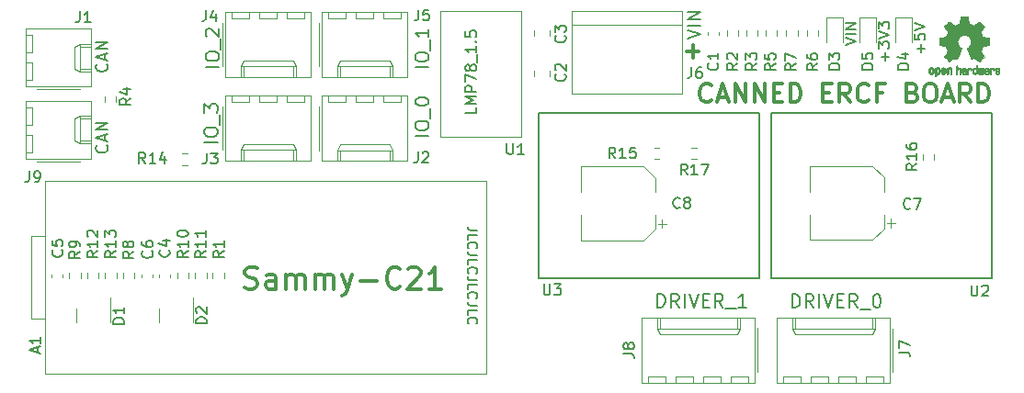
<source format=gto>
G04 #@! TF.GenerationSoftware,KiCad,Pcbnew,(6.0.0)*
G04 #@! TF.CreationDate,2022-02-12T17:35:16+01:00*
G04 #@! TF.ProjectId,canned-ercf-board,63616e6e-6564-42d6-9572-63662d626f61,v1.0-beta1*
G04 #@! TF.SameCoordinates,Original*
G04 #@! TF.FileFunction,Legend,Top*
G04 #@! TF.FilePolarity,Positive*
%FSLAX46Y46*%
G04 Gerber Fmt 4.6, Leading zero omitted, Abs format (unit mm)*
G04 Created by KiCad (PCBNEW (6.0.0)) date 2022-02-12 17:35:16*
%MOMM*%
%LPD*%
G01*
G04 APERTURE LIST*
%ADD10C,0.150000*%
%ADD11C,0.200000*%
%ADD12C,0.300000*%
%ADD13C,0.120000*%
%ADD14C,0.127000*%
%ADD15C,0.010000*%
G04 APERTURE END LIST*
D10*
X84702857Y-120807142D02*
X84755238Y-120859523D01*
X84807619Y-121016666D01*
X84807619Y-121121428D01*
X84755238Y-121278571D01*
X84650476Y-121383333D01*
X84545714Y-121435714D01*
X84336190Y-121488095D01*
X84179047Y-121488095D01*
X83969523Y-121435714D01*
X83864761Y-121383333D01*
X83760000Y-121278571D01*
X83707619Y-121121428D01*
X83707619Y-121016666D01*
X83760000Y-120859523D01*
X83812380Y-120807142D01*
X84493333Y-120388095D02*
X84493333Y-119864285D01*
X84807619Y-120492857D02*
X83707619Y-120126190D01*
X84807619Y-119759523D01*
X84807619Y-119392857D02*
X83707619Y-119392857D01*
X84807619Y-118764285D01*
X83707619Y-118764285D01*
X138162857Y-110984285D02*
X139362857Y-110584285D01*
X138162857Y-110184285D01*
X139362857Y-109784285D02*
X138162857Y-109784285D01*
X139362857Y-109212857D02*
X138162857Y-109212857D01*
X139362857Y-108527142D01*
X138162857Y-108527142D01*
D11*
X114357476Y-113638590D02*
X113107476Y-113638590D01*
X113107476Y-112805257D02*
X113107476Y-112567161D01*
X113167000Y-112448114D01*
X113286047Y-112329066D01*
X113524142Y-112269542D01*
X113940809Y-112269542D01*
X114178904Y-112329066D01*
X114297952Y-112448114D01*
X114357476Y-112567161D01*
X114357476Y-112805257D01*
X114297952Y-112924304D01*
X114178904Y-113043352D01*
X113940809Y-113102876D01*
X113524142Y-113102876D01*
X113286047Y-113043352D01*
X113167000Y-112924304D01*
X113107476Y-112805257D01*
X114476523Y-112031447D02*
X114476523Y-111079066D01*
X114357476Y-110126685D02*
X114357476Y-110840971D01*
X114357476Y-110483828D02*
X113107476Y-110483828D01*
X113286047Y-110602876D01*
X113405095Y-110721923D01*
X113464619Y-110840971D01*
D12*
X138118571Y-112177142D02*
X139261428Y-112177142D01*
X138690000Y-112748571D02*
X138690000Y-111605714D01*
D11*
X94951876Y-120527180D02*
X93701876Y-120527180D01*
X93701876Y-119693847D02*
X93701876Y-119455752D01*
X93761400Y-119336704D01*
X93880447Y-119217657D01*
X94118542Y-119158133D01*
X94535209Y-119158133D01*
X94773304Y-119217657D01*
X94892352Y-119336704D01*
X94951876Y-119455752D01*
X94951876Y-119693847D01*
X94892352Y-119812895D01*
X94773304Y-119931942D01*
X94535209Y-119991466D01*
X94118542Y-119991466D01*
X93880447Y-119931942D01*
X93761400Y-119812895D01*
X93701876Y-119693847D01*
X95070923Y-118920038D02*
X95070923Y-117967657D01*
X93701876Y-117789085D02*
X93701876Y-117015276D01*
X94178066Y-117431942D01*
X94178066Y-117253371D01*
X94237590Y-117134323D01*
X94297114Y-117074800D01*
X94416161Y-117015276D01*
X94713780Y-117015276D01*
X94832828Y-117074800D01*
X94892352Y-117134323D01*
X94951876Y-117253371D01*
X94951876Y-117610514D01*
X94892352Y-117729561D01*
X94832828Y-117789085D01*
X147844380Y-135795076D02*
X147844380Y-134545076D01*
X148142000Y-134545076D01*
X148320571Y-134604600D01*
X148439619Y-134723647D01*
X148499142Y-134842695D01*
X148558666Y-135080790D01*
X148558666Y-135259361D01*
X148499142Y-135497457D01*
X148439619Y-135616504D01*
X148320571Y-135735552D01*
X148142000Y-135795076D01*
X147844380Y-135795076D01*
X149808666Y-135795076D02*
X149392000Y-135199838D01*
X149094380Y-135795076D02*
X149094380Y-134545076D01*
X149570571Y-134545076D01*
X149689619Y-134604600D01*
X149749142Y-134664123D01*
X149808666Y-134783171D01*
X149808666Y-134961742D01*
X149749142Y-135080790D01*
X149689619Y-135140314D01*
X149570571Y-135199838D01*
X149094380Y-135199838D01*
X150344380Y-135795076D02*
X150344380Y-134545076D01*
X150761047Y-134545076D02*
X151177714Y-135795076D01*
X151594380Y-134545076D01*
X152011047Y-135140314D02*
X152427714Y-135140314D01*
X152606285Y-135795076D02*
X152011047Y-135795076D01*
X152011047Y-134545076D01*
X152606285Y-134545076D01*
X153856285Y-135795076D02*
X153439619Y-135199838D01*
X153142000Y-135795076D02*
X153142000Y-134545076D01*
X153618190Y-134545076D01*
X153737238Y-134604600D01*
X153796761Y-134664123D01*
X153856285Y-134783171D01*
X153856285Y-134961742D01*
X153796761Y-135080790D01*
X153737238Y-135140314D01*
X153618190Y-135199838D01*
X153142000Y-135199838D01*
X154094380Y-135914123D02*
X155046761Y-135914123D01*
X155582476Y-134545076D02*
X155701523Y-134545076D01*
X155820571Y-134604600D01*
X155880095Y-134664123D01*
X155939619Y-134783171D01*
X155999142Y-135021266D01*
X155999142Y-135318885D01*
X155939619Y-135556980D01*
X155880095Y-135676028D01*
X155820571Y-135735552D01*
X155701523Y-135795076D01*
X155582476Y-135795076D01*
X155463428Y-135735552D01*
X155403904Y-135676028D01*
X155344380Y-135556980D01*
X155284857Y-135318885D01*
X155284857Y-135021266D01*
X155344380Y-134783171D01*
X155403904Y-134664123D01*
X155463428Y-134604600D01*
X155582476Y-134545076D01*
X135449180Y-135744276D02*
X135449180Y-134494276D01*
X135746800Y-134494276D01*
X135925371Y-134553800D01*
X136044419Y-134672847D01*
X136103942Y-134791895D01*
X136163466Y-135029990D01*
X136163466Y-135208561D01*
X136103942Y-135446657D01*
X136044419Y-135565704D01*
X135925371Y-135684752D01*
X135746800Y-135744276D01*
X135449180Y-135744276D01*
X137413466Y-135744276D02*
X136996800Y-135149038D01*
X136699180Y-135744276D02*
X136699180Y-134494276D01*
X137175371Y-134494276D01*
X137294419Y-134553800D01*
X137353942Y-134613323D01*
X137413466Y-134732371D01*
X137413466Y-134910942D01*
X137353942Y-135029990D01*
X137294419Y-135089514D01*
X137175371Y-135149038D01*
X136699180Y-135149038D01*
X137949180Y-135744276D02*
X137949180Y-134494276D01*
X138365847Y-134494276D02*
X138782514Y-135744276D01*
X139199180Y-134494276D01*
X139615847Y-135089514D02*
X140032514Y-135089514D01*
X140211085Y-135744276D02*
X139615847Y-135744276D01*
X139615847Y-134494276D01*
X140211085Y-134494276D01*
X141461085Y-135744276D02*
X141044419Y-135149038D01*
X140746800Y-135744276D02*
X140746800Y-134494276D01*
X141222990Y-134494276D01*
X141342038Y-134553800D01*
X141401561Y-134613323D01*
X141461085Y-134732371D01*
X141461085Y-134910942D01*
X141401561Y-135029990D01*
X141342038Y-135089514D01*
X141222990Y-135149038D01*
X140746800Y-135149038D01*
X141699180Y-135863323D02*
X142651561Y-135863323D01*
X143603942Y-135744276D02*
X142889657Y-135744276D01*
X143246800Y-135744276D02*
X143246800Y-134494276D01*
X143127752Y-134672847D01*
X143008704Y-134791895D01*
X142889657Y-134851419D01*
X114357476Y-119937790D02*
X113107476Y-119937790D01*
X113107476Y-119104457D02*
X113107476Y-118866361D01*
X113167000Y-118747314D01*
X113286047Y-118628266D01*
X113524142Y-118568742D01*
X113940809Y-118568742D01*
X114178904Y-118628266D01*
X114297952Y-118747314D01*
X114357476Y-118866361D01*
X114357476Y-119104457D01*
X114297952Y-119223504D01*
X114178904Y-119342552D01*
X113940809Y-119402076D01*
X113524142Y-119402076D01*
X113286047Y-119342552D01*
X113167000Y-119223504D01*
X113107476Y-119104457D01*
X114476523Y-118330647D02*
X114476523Y-117378266D01*
X113107476Y-116842552D02*
X113107476Y-116723504D01*
X113167000Y-116604457D01*
X113226523Y-116544933D01*
X113345571Y-116485409D01*
X113583666Y-116425885D01*
X113881285Y-116425885D01*
X114119380Y-116485409D01*
X114238428Y-116544933D01*
X114297952Y-116604457D01*
X114357476Y-116723504D01*
X114357476Y-116842552D01*
X114297952Y-116961600D01*
X114238428Y-117021123D01*
X114119380Y-117080647D01*
X113881285Y-117140171D01*
X113583666Y-117140171D01*
X113345571Y-117080647D01*
X113226523Y-117021123D01*
X113167000Y-116961600D01*
X113107476Y-116842552D01*
D10*
X84702857Y-113337142D02*
X84755238Y-113389523D01*
X84807619Y-113546666D01*
X84807619Y-113651428D01*
X84755238Y-113808571D01*
X84650476Y-113913333D01*
X84545714Y-113965714D01*
X84336190Y-114018095D01*
X84179047Y-114018095D01*
X83969523Y-113965714D01*
X83864761Y-113913333D01*
X83760000Y-113808571D01*
X83707619Y-113651428D01*
X83707619Y-113546666D01*
X83760000Y-113389523D01*
X83812380Y-113337142D01*
X84493333Y-112918095D02*
X84493333Y-112394285D01*
X84807619Y-113022857D02*
X83707619Y-112656190D01*
X84807619Y-112289523D01*
X84807619Y-111922857D02*
X83707619Y-111922857D01*
X84807619Y-111294285D01*
X83707619Y-111294285D01*
X159710428Y-112283714D02*
X159710428Y-111521809D01*
X160091380Y-111902761D02*
X159329476Y-111902761D01*
X159091380Y-110569428D02*
X159091380Y-111045619D01*
X159567571Y-111093238D01*
X159519952Y-111045619D01*
X159472333Y-110950380D01*
X159472333Y-110712285D01*
X159519952Y-110617047D01*
X159567571Y-110569428D01*
X159662809Y-110521809D01*
X159900904Y-110521809D01*
X159996142Y-110569428D01*
X160043761Y-110617047D01*
X160091380Y-110712285D01*
X160091380Y-110950380D01*
X160043761Y-111045619D01*
X159996142Y-111093238D01*
X159091380Y-110236095D02*
X160091380Y-109902761D01*
X159091380Y-109569428D01*
D12*
X140389714Y-116685142D02*
X140308761Y-116766095D01*
X140065904Y-116847047D01*
X139904000Y-116847047D01*
X139661142Y-116766095D01*
X139499238Y-116604190D01*
X139418285Y-116442285D01*
X139337333Y-116118476D01*
X139337333Y-115875619D01*
X139418285Y-115551809D01*
X139499238Y-115389904D01*
X139661142Y-115228000D01*
X139904000Y-115147047D01*
X140065904Y-115147047D01*
X140308761Y-115228000D01*
X140389714Y-115308952D01*
X141037333Y-116361333D02*
X141846857Y-116361333D01*
X140875428Y-116847047D02*
X141442095Y-115147047D01*
X142008761Y-116847047D01*
X142575428Y-116847047D02*
X142575428Y-115147047D01*
X143546857Y-116847047D01*
X143546857Y-115147047D01*
X144356380Y-116847047D02*
X144356380Y-115147047D01*
X145327809Y-116847047D01*
X145327809Y-115147047D01*
X146137333Y-115956571D02*
X146704000Y-115956571D01*
X146946857Y-116847047D02*
X146137333Y-116847047D01*
X146137333Y-115147047D01*
X146946857Y-115147047D01*
X147675428Y-116847047D02*
X147675428Y-115147047D01*
X148080190Y-115147047D01*
X148323047Y-115228000D01*
X148484952Y-115389904D01*
X148565904Y-115551809D01*
X148646857Y-115875619D01*
X148646857Y-116118476D01*
X148565904Y-116442285D01*
X148484952Y-116604190D01*
X148323047Y-116766095D01*
X148080190Y-116847047D01*
X147675428Y-116847047D01*
X150670666Y-115956571D02*
X151237333Y-115956571D01*
X151480190Y-116847047D02*
X150670666Y-116847047D01*
X150670666Y-115147047D01*
X151480190Y-115147047D01*
X153180190Y-116847047D02*
X152613523Y-116037523D01*
X152208761Y-116847047D02*
X152208761Y-115147047D01*
X152856380Y-115147047D01*
X153018285Y-115228000D01*
X153099238Y-115308952D01*
X153180190Y-115470857D01*
X153180190Y-115713714D01*
X153099238Y-115875619D01*
X153018285Y-115956571D01*
X152856380Y-116037523D01*
X152208761Y-116037523D01*
X154880190Y-116685142D02*
X154799238Y-116766095D01*
X154556380Y-116847047D01*
X154394476Y-116847047D01*
X154151619Y-116766095D01*
X153989714Y-116604190D01*
X153908761Y-116442285D01*
X153827809Y-116118476D01*
X153827809Y-115875619D01*
X153908761Y-115551809D01*
X153989714Y-115389904D01*
X154151619Y-115228000D01*
X154394476Y-115147047D01*
X154556380Y-115147047D01*
X154799238Y-115228000D01*
X154880190Y-115308952D01*
X156175428Y-115956571D02*
X155608761Y-115956571D01*
X155608761Y-116847047D02*
X155608761Y-115147047D01*
X156418285Y-115147047D01*
X158927809Y-115956571D02*
X159170666Y-116037523D01*
X159251619Y-116118476D01*
X159332571Y-116280380D01*
X159332571Y-116523238D01*
X159251619Y-116685142D01*
X159170666Y-116766095D01*
X159008761Y-116847047D01*
X158361142Y-116847047D01*
X158361142Y-115147047D01*
X158927809Y-115147047D01*
X159089714Y-115228000D01*
X159170666Y-115308952D01*
X159251619Y-115470857D01*
X159251619Y-115632761D01*
X159170666Y-115794666D01*
X159089714Y-115875619D01*
X158927809Y-115956571D01*
X158361142Y-115956571D01*
X160384952Y-115147047D02*
X160708761Y-115147047D01*
X160870666Y-115228000D01*
X161032571Y-115389904D01*
X161113523Y-115713714D01*
X161113523Y-116280380D01*
X161032571Y-116604190D01*
X160870666Y-116766095D01*
X160708761Y-116847047D01*
X160384952Y-116847047D01*
X160223047Y-116766095D01*
X160061142Y-116604190D01*
X159980190Y-116280380D01*
X159980190Y-115713714D01*
X160061142Y-115389904D01*
X160223047Y-115228000D01*
X160384952Y-115147047D01*
X161761142Y-116361333D02*
X162570666Y-116361333D01*
X161599238Y-116847047D02*
X162165904Y-115147047D01*
X162732571Y-116847047D01*
X164270666Y-116847047D02*
X163704000Y-116037523D01*
X163299238Y-116847047D02*
X163299238Y-115147047D01*
X163946857Y-115147047D01*
X164108761Y-115228000D01*
X164189714Y-115308952D01*
X164270666Y-115470857D01*
X164270666Y-115713714D01*
X164189714Y-115875619D01*
X164108761Y-115956571D01*
X163946857Y-116037523D01*
X163299238Y-116037523D01*
X164999238Y-116847047D02*
X164999238Y-115147047D01*
X165404000Y-115147047D01*
X165646857Y-115228000D01*
X165808761Y-115389904D01*
X165889714Y-115551809D01*
X165970666Y-115875619D01*
X165970666Y-116118476D01*
X165889714Y-116442285D01*
X165808761Y-116604190D01*
X165646857Y-116766095D01*
X165404000Y-116847047D01*
X164999238Y-116847047D01*
D11*
X118856857Y-128634057D02*
X118214000Y-128634057D01*
X118085428Y-128591200D01*
X117999714Y-128505485D01*
X117956857Y-128376914D01*
X117956857Y-128291200D01*
X117956857Y-129491200D02*
X117956857Y-129062628D01*
X118856857Y-129062628D01*
X118042571Y-130305485D02*
X117999714Y-130262628D01*
X117956857Y-130134057D01*
X117956857Y-130048342D01*
X117999714Y-129919771D01*
X118085428Y-129834057D01*
X118171142Y-129791200D01*
X118342571Y-129748342D01*
X118471142Y-129748342D01*
X118642571Y-129791200D01*
X118728285Y-129834057D01*
X118814000Y-129919771D01*
X118856857Y-130048342D01*
X118856857Y-130134057D01*
X118814000Y-130262628D01*
X118771142Y-130305485D01*
X118856857Y-130948342D02*
X118214000Y-130948342D01*
X118085428Y-130905485D01*
X117999714Y-130819771D01*
X117956857Y-130691200D01*
X117956857Y-130605485D01*
X117956857Y-131805485D02*
X117956857Y-131376914D01*
X118856857Y-131376914D01*
X118042571Y-132619771D02*
X117999714Y-132576914D01*
X117956857Y-132448342D01*
X117956857Y-132362628D01*
X117999714Y-132234057D01*
X118085428Y-132148342D01*
X118171142Y-132105485D01*
X118342571Y-132062628D01*
X118471142Y-132062628D01*
X118642571Y-132105485D01*
X118728285Y-132148342D01*
X118814000Y-132234057D01*
X118856857Y-132362628D01*
X118856857Y-132448342D01*
X118814000Y-132576914D01*
X118771142Y-132619771D01*
X118856857Y-133262628D02*
X118214000Y-133262628D01*
X118085428Y-133219771D01*
X117999714Y-133134057D01*
X117956857Y-133005485D01*
X117956857Y-132919771D01*
X117956857Y-134119771D02*
X117956857Y-133691200D01*
X118856857Y-133691200D01*
X118042571Y-134934057D02*
X117999714Y-134891200D01*
X117956857Y-134762628D01*
X117956857Y-134676914D01*
X117999714Y-134548342D01*
X118085428Y-134462628D01*
X118171142Y-134419771D01*
X118342571Y-134376914D01*
X118471142Y-134376914D01*
X118642571Y-134419771D01*
X118728285Y-134462628D01*
X118814000Y-134548342D01*
X118856857Y-134676914D01*
X118856857Y-134762628D01*
X118814000Y-134891200D01*
X118771142Y-134934057D01*
X118856857Y-135576914D02*
X118214000Y-135576914D01*
X118085428Y-135534057D01*
X117999714Y-135448342D01*
X117956857Y-135319771D01*
X117956857Y-135234057D01*
X117956857Y-136434057D02*
X117956857Y-136005485D01*
X118856857Y-136005485D01*
X118042571Y-137248342D02*
X117999714Y-137205485D01*
X117956857Y-137076914D01*
X117956857Y-136991200D01*
X117999714Y-136862628D01*
X118085428Y-136776914D01*
X118171142Y-136734057D01*
X118342571Y-136691200D01*
X118471142Y-136691200D01*
X118642571Y-136734057D01*
X118728285Y-136776914D01*
X118814000Y-136862628D01*
X118856857Y-136991200D01*
X118856857Y-137076914D01*
X118814000Y-137205485D01*
X118771142Y-137248342D01*
D10*
X152741380Y-111585238D02*
X153741380Y-111251904D01*
X152741380Y-110918571D01*
X153741380Y-110585238D02*
X152741380Y-110585238D01*
X153741380Y-110109047D02*
X152741380Y-110109047D01*
X153741380Y-109537619D01*
X152741380Y-109537619D01*
X156408428Y-113013904D02*
X156408428Y-112252000D01*
X156789380Y-112632952D02*
X156027476Y-112632952D01*
X155789380Y-111871047D02*
X155789380Y-111252000D01*
X156170333Y-111585333D01*
X156170333Y-111442476D01*
X156217952Y-111347238D01*
X156265571Y-111299619D01*
X156360809Y-111252000D01*
X156598904Y-111252000D01*
X156694142Y-111299619D01*
X156741761Y-111347238D01*
X156789380Y-111442476D01*
X156789380Y-111728190D01*
X156741761Y-111823428D01*
X156694142Y-111871047D01*
X155789380Y-110966285D02*
X156789380Y-110632952D01*
X155789380Y-110299619D01*
X155789380Y-110061523D02*
X155789380Y-109442476D01*
X156170333Y-109775809D01*
X156170333Y-109632952D01*
X156217952Y-109537714D01*
X156265571Y-109490095D01*
X156360809Y-109442476D01*
X156598904Y-109442476D01*
X156694142Y-109490095D01*
X156741761Y-109537714D01*
X156789380Y-109632952D01*
X156789380Y-109918666D01*
X156741761Y-110013904D01*
X156694142Y-110061523D01*
D11*
X95053476Y-113567580D02*
X93803476Y-113567580D01*
X93803476Y-112734247D02*
X93803476Y-112496152D01*
X93863000Y-112377104D01*
X93982047Y-112258057D01*
X94220142Y-112198533D01*
X94636809Y-112198533D01*
X94874904Y-112258057D01*
X94993952Y-112377104D01*
X95053476Y-112496152D01*
X95053476Y-112734247D01*
X94993952Y-112853295D01*
X94874904Y-112972342D01*
X94636809Y-113031866D01*
X94220142Y-113031866D01*
X93982047Y-112972342D01*
X93863000Y-112853295D01*
X93803476Y-112734247D01*
X95172523Y-111960438D02*
X95172523Y-111008057D01*
X93922523Y-110769961D02*
X93863000Y-110710438D01*
X93803476Y-110591390D01*
X93803476Y-110293771D01*
X93863000Y-110174723D01*
X93922523Y-110115200D01*
X94041571Y-110055676D01*
X94160619Y-110055676D01*
X94339190Y-110115200D01*
X95053476Y-110829485D01*
X95053476Y-110055676D01*
D10*
X158735733Y-126595142D02*
X158688114Y-126642761D01*
X158545257Y-126690380D01*
X158450019Y-126690380D01*
X158307161Y-126642761D01*
X158211923Y-126547523D01*
X158164304Y-126452285D01*
X158116685Y-126261809D01*
X158116685Y-126118952D01*
X158164304Y-125928476D01*
X158211923Y-125833238D01*
X158307161Y-125738000D01*
X158450019Y-125690380D01*
X158545257Y-125690380D01*
X158688114Y-125738000D01*
X158735733Y-125785619D01*
X159069066Y-125690380D02*
X159735733Y-125690380D01*
X159307161Y-126690380D01*
X78336666Y-139944285D02*
X78336666Y-139468095D01*
X78622380Y-140039523D02*
X77622380Y-139706190D01*
X78622380Y-139372857D01*
X78622380Y-138515714D02*
X78622380Y-139087142D01*
X78622380Y-138801428D02*
X77622380Y-138801428D01*
X77765238Y-138896666D01*
X77860476Y-138991904D01*
X77908095Y-139087142D01*
D12*
X97429180Y-133956323D02*
X97714895Y-134051561D01*
X98191085Y-134051561D01*
X98381561Y-133956323D01*
X98476800Y-133861085D01*
X98572038Y-133670609D01*
X98572038Y-133480133D01*
X98476800Y-133289657D01*
X98381561Y-133194419D01*
X98191085Y-133099180D01*
X97810133Y-133003942D01*
X97619657Y-132908704D01*
X97524419Y-132813466D01*
X97429180Y-132622990D01*
X97429180Y-132432514D01*
X97524419Y-132242038D01*
X97619657Y-132146800D01*
X97810133Y-132051561D01*
X98286323Y-132051561D01*
X98572038Y-132146800D01*
X100286323Y-134051561D02*
X100286323Y-133003942D01*
X100191085Y-132813466D01*
X100000609Y-132718228D01*
X99619657Y-132718228D01*
X99429180Y-132813466D01*
X100286323Y-133956323D02*
X100095847Y-134051561D01*
X99619657Y-134051561D01*
X99429180Y-133956323D01*
X99333942Y-133765847D01*
X99333942Y-133575371D01*
X99429180Y-133384895D01*
X99619657Y-133289657D01*
X100095847Y-133289657D01*
X100286323Y-133194419D01*
X101238704Y-134051561D02*
X101238704Y-132718228D01*
X101238704Y-132908704D02*
X101333942Y-132813466D01*
X101524419Y-132718228D01*
X101810133Y-132718228D01*
X102000609Y-132813466D01*
X102095847Y-133003942D01*
X102095847Y-134051561D01*
X102095847Y-133003942D02*
X102191085Y-132813466D01*
X102381561Y-132718228D01*
X102667276Y-132718228D01*
X102857752Y-132813466D01*
X102952990Y-133003942D01*
X102952990Y-134051561D01*
X103905371Y-134051561D02*
X103905371Y-132718228D01*
X103905371Y-132908704D02*
X104000609Y-132813466D01*
X104191085Y-132718228D01*
X104476800Y-132718228D01*
X104667276Y-132813466D01*
X104762514Y-133003942D01*
X104762514Y-134051561D01*
X104762514Y-133003942D02*
X104857752Y-132813466D01*
X105048228Y-132718228D01*
X105333942Y-132718228D01*
X105524419Y-132813466D01*
X105619657Y-133003942D01*
X105619657Y-134051561D01*
X106381561Y-132718228D02*
X106857752Y-134051561D01*
X107333942Y-132718228D02*
X106857752Y-134051561D01*
X106667276Y-134527752D01*
X106572038Y-134622990D01*
X106381561Y-134718228D01*
X108095847Y-133289657D02*
X109619657Y-133289657D01*
X111714895Y-133861085D02*
X111619657Y-133956323D01*
X111333942Y-134051561D01*
X111143466Y-134051561D01*
X110857752Y-133956323D01*
X110667276Y-133765847D01*
X110572038Y-133575371D01*
X110476800Y-133194419D01*
X110476800Y-132908704D01*
X110572038Y-132527752D01*
X110667276Y-132337276D01*
X110857752Y-132146800D01*
X111143466Y-132051561D01*
X111333942Y-132051561D01*
X111619657Y-132146800D01*
X111714895Y-132242038D01*
X112476800Y-132242038D02*
X112572038Y-132146800D01*
X112762514Y-132051561D01*
X113238704Y-132051561D01*
X113429180Y-132146800D01*
X113524419Y-132242038D01*
X113619657Y-132432514D01*
X113619657Y-132622990D01*
X113524419Y-132908704D01*
X112381561Y-134051561D01*
X113619657Y-134051561D01*
X115524419Y-134051561D02*
X114381561Y-134051561D01*
X114952990Y-134051561D02*
X114952990Y-132051561D01*
X114762514Y-132337276D01*
X114572038Y-132527752D01*
X114381561Y-132622990D01*
D10*
X82216666Y-108469180D02*
X82216666Y-109183466D01*
X82169047Y-109326323D01*
X82073809Y-109421561D01*
X81930952Y-109469180D01*
X81835714Y-109469180D01*
X83216666Y-109469180D02*
X82645238Y-109469180D01*
X82930952Y-109469180D02*
X82930952Y-108469180D01*
X82835714Y-108612038D01*
X82740476Y-108707276D01*
X82645238Y-108754895D01*
X77576666Y-123202380D02*
X77576666Y-123916666D01*
X77529047Y-124059523D01*
X77433809Y-124154761D01*
X77290952Y-124202380D01*
X77195714Y-124202380D01*
X78100476Y-124202380D02*
X78290952Y-124202380D01*
X78386190Y-124154761D01*
X78433809Y-124107142D01*
X78529047Y-123964285D01*
X78576666Y-123773809D01*
X78576666Y-123392857D01*
X78529047Y-123297619D01*
X78481428Y-123250000D01*
X78386190Y-123202380D01*
X78195714Y-123202380D01*
X78100476Y-123250000D01*
X78052857Y-123297619D01*
X78005238Y-123392857D01*
X78005238Y-123630952D01*
X78052857Y-123726190D01*
X78100476Y-123773809D01*
X78195714Y-123821428D01*
X78386190Y-123821428D01*
X78481428Y-123773809D01*
X78529047Y-123726190D01*
X78576666Y-123630952D01*
X124968095Y-133615180D02*
X124968095Y-134424704D01*
X125015714Y-134519942D01*
X125063333Y-134567561D01*
X125158571Y-134615180D01*
X125349047Y-134615180D01*
X125444285Y-134567561D01*
X125491904Y-134519942D01*
X125539523Y-134424704D01*
X125539523Y-133615180D01*
X125920476Y-133615180D02*
X126539523Y-133615180D01*
X126206190Y-133996133D01*
X126349047Y-133996133D01*
X126444285Y-134043752D01*
X126491904Y-134091371D01*
X126539523Y-134186609D01*
X126539523Y-134424704D01*
X126491904Y-134519942D01*
X126444285Y-134567561D01*
X126349047Y-134615180D01*
X126063333Y-134615180D01*
X125968095Y-134567561D01*
X125920476Y-134519942D01*
X164338095Y-133716780D02*
X164338095Y-134526304D01*
X164385714Y-134621542D01*
X164433333Y-134669161D01*
X164528571Y-134716780D01*
X164719047Y-134716780D01*
X164814285Y-134669161D01*
X164861904Y-134621542D01*
X164909523Y-134526304D01*
X164909523Y-133716780D01*
X165338095Y-133812019D02*
X165385714Y-133764400D01*
X165480952Y-133716780D01*
X165719047Y-133716780D01*
X165814285Y-133764400D01*
X165861904Y-133812019D01*
X165909523Y-133907257D01*
X165909523Y-134002495D01*
X165861904Y-134145352D01*
X165290476Y-134716780D01*
X165909523Y-134716780D01*
X140946142Y-113247466D02*
X140993761Y-113295085D01*
X141041380Y-113437942D01*
X141041380Y-113533180D01*
X140993761Y-113676038D01*
X140898523Y-113771276D01*
X140803285Y-113818895D01*
X140612809Y-113866514D01*
X140469952Y-113866514D01*
X140279476Y-113818895D01*
X140184238Y-113771276D01*
X140089000Y-113676038D01*
X140041380Y-113533180D01*
X140041380Y-113437942D01*
X140089000Y-113295085D01*
X140136619Y-113247466D01*
X141041380Y-112295085D02*
X141041380Y-112866514D01*
X141041380Y-112580800D02*
X140041380Y-112580800D01*
X140184238Y-112676038D01*
X140279476Y-112771276D01*
X140327095Y-112866514D01*
X93900666Y-121524780D02*
X93900666Y-122239066D01*
X93853047Y-122381923D01*
X93757809Y-122477161D01*
X93614952Y-122524780D01*
X93519714Y-122524780D01*
X94281619Y-121524780D02*
X94900666Y-121524780D01*
X94567333Y-121905733D01*
X94710190Y-121905733D01*
X94805428Y-121953352D01*
X94853047Y-122000971D01*
X94900666Y-122096209D01*
X94900666Y-122334304D01*
X94853047Y-122429542D01*
X94805428Y-122477161D01*
X94710190Y-122524780D01*
X94424476Y-122524780D01*
X94329238Y-122477161D01*
X94281619Y-122429542D01*
X93849866Y-108367580D02*
X93849866Y-109081866D01*
X93802247Y-109224723D01*
X93707009Y-109319961D01*
X93564152Y-109367580D01*
X93468914Y-109367580D01*
X94754628Y-108700914D02*
X94754628Y-109367580D01*
X94516533Y-108319961D02*
X94278438Y-109034247D01*
X94897485Y-109034247D01*
X138553866Y-113599980D02*
X138553866Y-114314266D01*
X138506247Y-114457123D01*
X138411009Y-114552361D01*
X138268152Y-114599980D01*
X138172914Y-114599980D01*
X139458628Y-113599980D02*
X139268152Y-113599980D01*
X139172914Y-113647600D01*
X139125295Y-113695219D01*
X139030057Y-113838076D01*
X138982438Y-114028552D01*
X138982438Y-114409504D01*
X139030057Y-114504742D01*
X139077676Y-114552361D01*
X139172914Y-114599980D01*
X139363390Y-114599980D01*
X139458628Y-114552361D01*
X139506247Y-114504742D01*
X139553866Y-114409504D01*
X139553866Y-114171409D01*
X139506247Y-114076171D01*
X139458628Y-114028552D01*
X139363390Y-113980933D01*
X139172914Y-113980933D01*
X139077676Y-114028552D01*
X139030057Y-114076171D01*
X138982438Y-114171409D01*
X157694380Y-139906333D02*
X158408666Y-139906333D01*
X158551523Y-139953952D01*
X158646761Y-140049190D01*
X158694380Y-140192047D01*
X158694380Y-140287285D01*
X157694380Y-139525380D02*
X157694380Y-138858714D01*
X158694380Y-139287285D01*
X132294380Y-140033333D02*
X133008666Y-140033333D01*
X133151523Y-140080952D01*
X133246761Y-140176190D01*
X133294380Y-140319047D01*
X133294380Y-140414285D01*
X132722952Y-139414285D02*
X132675333Y-139509523D01*
X132627714Y-139557142D01*
X132532476Y-139604761D01*
X132484857Y-139604761D01*
X132389619Y-139557142D01*
X132342000Y-139509523D01*
X132294380Y-139414285D01*
X132294380Y-139223809D01*
X132342000Y-139128571D01*
X132389619Y-139080952D01*
X132484857Y-139033333D01*
X132532476Y-139033333D01*
X132627714Y-139080952D01*
X132675333Y-139128571D01*
X132722952Y-139223809D01*
X132722952Y-139414285D01*
X132770571Y-139509523D01*
X132818190Y-139557142D01*
X132913428Y-139604761D01*
X133103904Y-139604761D01*
X133199142Y-139557142D01*
X133246761Y-139509523D01*
X133294380Y-139414285D01*
X133294380Y-139223809D01*
X133246761Y-139128571D01*
X133199142Y-139080952D01*
X133103904Y-139033333D01*
X132913428Y-139033333D01*
X132818190Y-139080952D01*
X132770571Y-139128571D01*
X132722952Y-139223809D01*
X95499180Y-130570266D02*
X95022990Y-130903600D01*
X95499180Y-131141695D02*
X94499180Y-131141695D01*
X94499180Y-130760742D01*
X94546800Y-130665504D01*
X94594419Y-130617885D01*
X94689657Y-130570266D01*
X94832514Y-130570266D01*
X94927752Y-130617885D01*
X94975371Y-130665504D01*
X95022990Y-130760742D01*
X95022990Y-131141695D01*
X95499180Y-129617885D02*
X95499180Y-130189314D01*
X95499180Y-129903600D02*
X94499180Y-129903600D01*
X94642038Y-129998838D01*
X94737276Y-130094076D01*
X94784895Y-130189314D01*
X142819380Y-113247466D02*
X142343190Y-113580800D01*
X142819380Y-113818895D02*
X141819380Y-113818895D01*
X141819380Y-113437942D01*
X141867000Y-113342704D01*
X141914619Y-113295085D01*
X142009857Y-113247466D01*
X142152714Y-113247466D01*
X142247952Y-113295085D01*
X142295571Y-113342704D01*
X142343190Y-113437942D01*
X142343190Y-113818895D01*
X141914619Y-112866514D02*
X141867000Y-112818895D01*
X141819380Y-112723657D01*
X141819380Y-112485561D01*
X141867000Y-112390323D01*
X141914619Y-112342704D01*
X142009857Y-112295085D01*
X142105095Y-112295085D01*
X142247952Y-112342704D01*
X142819380Y-112914133D01*
X142819380Y-112295085D01*
X144571980Y-113247466D02*
X144095790Y-113580800D01*
X144571980Y-113818895D02*
X143571980Y-113818895D01*
X143571980Y-113437942D01*
X143619600Y-113342704D01*
X143667219Y-113295085D01*
X143762457Y-113247466D01*
X143905314Y-113247466D01*
X144000552Y-113295085D01*
X144048171Y-113342704D01*
X144095790Y-113437942D01*
X144095790Y-113818895D01*
X143571980Y-112914133D02*
X143571980Y-112295085D01*
X143952933Y-112628419D01*
X143952933Y-112485561D01*
X144000552Y-112390323D01*
X144048171Y-112342704D01*
X144143409Y-112295085D01*
X144381504Y-112295085D01*
X144476742Y-112342704D01*
X144524361Y-112390323D01*
X144571980Y-112485561D01*
X144571980Y-112771276D01*
X144524361Y-112866514D01*
X144476742Y-112914133D01*
X86921580Y-116476808D02*
X86445390Y-116810142D01*
X86921580Y-117048237D02*
X85921580Y-117048237D01*
X85921580Y-116667284D01*
X85969200Y-116572046D01*
X86016819Y-116524427D01*
X86112057Y-116476808D01*
X86254914Y-116476808D01*
X86350152Y-116524427D01*
X86397771Y-116572046D01*
X86445390Y-116667284D01*
X86445390Y-117048237D01*
X86254914Y-115619665D02*
X86921580Y-115619665D01*
X85873961Y-115857761D02*
X86588247Y-116095856D01*
X86588247Y-115476808D01*
X121564495Y-120635780D02*
X121564495Y-121445304D01*
X121612114Y-121540542D01*
X121659733Y-121588161D01*
X121754971Y-121635780D01*
X121945447Y-121635780D01*
X122040685Y-121588161D01*
X122088304Y-121540542D01*
X122135923Y-121445304D01*
X122135923Y-120635780D01*
X123135923Y-121635780D02*
X122564495Y-121635780D01*
X122850209Y-121635780D02*
X122850209Y-120635780D01*
X122754971Y-120778638D01*
X122659733Y-120873876D01*
X122564495Y-120921495D01*
X118745180Y-117334914D02*
X118745180Y-117811104D01*
X117745180Y-117811104D01*
X118745180Y-117001580D02*
X117745180Y-117001580D01*
X118459466Y-116668247D01*
X117745180Y-116334914D01*
X118745180Y-116334914D01*
X118745180Y-115858723D02*
X117745180Y-115858723D01*
X117745180Y-115477771D01*
X117792800Y-115382533D01*
X117840419Y-115334914D01*
X117935657Y-115287295D01*
X118078514Y-115287295D01*
X118173752Y-115334914D01*
X118221371Y-115382533D01*
X118268990Y-115477771D01*
X118268990Y-115858723D01*
X117745180Y-114953961D02*
X117745180Y-114287295D01*
X118745180Y-114715866D01*
X118173752Y-113763485D02*
X118126133Y-113858723D01*
X118078514Y-113906342D01*
X117983276Y-113953961D01*
X117935657Y-113953961D01*
X117840419Y-113906342D01*
X117792800Y-113858723D01*
X117745180Y-113763485D01*
X117745180Y-113573009D01*
X117792800Y-113477771D01*
X117840419Y-113430152D01*
X117935657Y-113382533D01*
X117983276Y-113382533D01*
X118078514Y-113430152D01*
X118126133Y-113477771D01*
X118173752Y-113573009D01*
X118173752Y-113763485D01*
X118221371Y-113858723D01*
X118268990Y-113906342D01*
X118364228Y-113953961D01*
X118554704Y-113953961D01*
X118649942Y-113906342D01*
X118697561Y-113858723D01*
X118745180Y-113763485D01*
X118745180Y-113573009D01*
X118697561Y-113477771D01*
X118649942Y-113430152D01*
X118554704Y-113382533D01*
X118364228Y-113382533D01*
X118268990Y-113430152D01*
X118221371Y-113477771D01*
X118173752Y-113573009D01*
X118840419Y-113192057D02*
X118840419Y-112430152D01*
X118745180Y-111668247D02*
X118745180Y-112239676D01*
X118745180Y-111953961D02*
X117745180Y-111953961D01*
X117888038Y-112049200D01*
X117983276Y-112144438D01*
X118030895Y-112239676D01*
X118649942Y-111239676D02*
X118697561Y-111192057D01*
X118745180Y-111239676D01*
X118697561Y-111287295D01*
X118649942Y-111239676D01*
X118745180Y-111239676D01*
X117745180Y-110287295D02*
X117745180Y-110763485D01*
X118221371Y-110811104D01*
X118173752Y-110763485D01*
X118126133Y-110668247D01*
X118126133Y-110430152D01*
X118173752Y-110334914D01*
X118221371Y-110287295D01*
X118316609Y-110239676D01*
X118554704Y-110239676D01*
X118649942Y-110287295D01*
X118697561Y-110334914D01*
X118745180Y-110430152D01*
X118745180Y-110668247D01*
X118697561Y-110763485D01*
X118649942Y-110811104D01*
X113357066Y-121423180D02*
X113357066Y-122137466D01*
X113309447Y-122280323D01*
X113214209Y-122375561D01*
X113071352Y-122423180D01*
X112976114Y-122423180D01*
X113785638Y-121518419D02*
X113833257Y-121470800D01*
X113928495Y-121423180D01*
X114166590Y-121423180D01*
X114261828Y-121470800D01*
X114309447Y-121518419D01*
X114357066Y-121613657D01*
X114357066Y-121708895D01*
X114309447Y-121851752D01*
X113738019Y-122423180D01*
X114357066Y-122423180D01*
X126899942Y-114263466D02*
X126947561Y-114311085D01*
X126995180Y-114453942D01*
X126995180Y-114549180D01*
X126947561Y-114692038D01*
X126852323Y-114787276D01*
X126757085Y-114834895D01*
X126566609Y-114882514D01*
X126423752Y-114882514D01*
X126233276Y-114834895D01*
X126138038Y-114787276D01*
X126042800Y-114692038D01*
X125995180Y-114549180D01*
X125995180Y-114453942D01*
X126042800Y-114311085D01*
X126090419Y-114263466D01*
X126090419Y-113882514D02*
X126042800Y-113834895D01*
X125995180Y-113739657D01*
X125995180Y-113501561D01*
X126042800Y-113406323D01*
X126090419Y-113358704D01*
X126185657Y-113311085D01*
X126280895Y-113311085D01*
X126423752Y-113358704D01*
X126995180Y-113930133D01*
X126995180Y-113311085D01*
X113407866Y-108316780D02*
X113407866Y-109031066D01*
X113360247Y-109173923D01*
X113265009Y-109269161D01*
X113122152Y-109316780D01*
X113026914Y-109316780D01*
X114360247Y-108316780D02*
X113884057Y-108316780D01*
X113836438Y-108792971D01*
X113884057Y-108745352D01*
X113979295Y-108697733D01*
X114217390Y-108697733D01*
X114312628Y-108745352D01*
X114360247Y-108792971D01*
X114407866Y-108888209D01*
X114407866Y-109126304D01*
X114360247Y-109221542D01*
X114312628Y-109269161D01*
X114217390Y-109316780D01*
X113979295Y-109316780D01*
X113884057Y-109269161D01*
X113836438Y-109221542D01*
X87193380Y-130595666D02*
X86717190Y-130929000D01*
X87193380Y-131167095D02*
X86193380Y-131167095D01*
X86193380Y-130786142D01*
X86241000Y-130690904D01*
X86288619Y-130643285D01*
X86383857Y-130595666D01*
X86526714Y-130595666D01*
X86621952Y-130643285D01*
X86669571Y-130690904D01*
X86717190Y-130786142D01*
X86717190Y-131167095D01*
X86621952Y-130024238D02*
X86574333Y-130119476D01*
X86526714Y-130167095D01*
X86431476Y-130214714D01*
X86383857Y-130214714D01*
X86288619Y-130167095D01*
X86241000Y-130119476D01*
X86193380Y-130024238D01*
X86193380Y-129833761D01*
X86241000Y-129738523D01*
X86288619Y-129690904D01*
X86383857Y-129643285D01*
X86431476Y-129643285D01*
X86526714Y-129690904D01*
X86574333Y-129738523D01*
X86621952Y-129833761D01*
X86621952Y-130024238D01*
X86669571Y-130119476D01*
X86717190Y-130167095D01*
X86812428Y-130214714D01*
X87002904Y-130214714D01*
X87098142Y-130167095D01*
X87145761Y-130119476D01*
X87193380Y-130024238D01*
X87193380Y-129833761D01*
X87145761Y-129738523D01*
X87098142Y-129690904D01*
X87002904Y-129643285D01*
X86812428Y-129643285D01*
X86717190Y-129690904D01*
X86669571Y-129738523D01*
X86621952Y-129833761D01*
X83891380Y-130563857D02*
X83415190Y-130897190D01*
X83891380Y-131135285D02*
X82891380Y-131135285D01*
X82891380Y-130754333D01*
X82939000Y-130659095D01*
X82986619Y-130611476D01*
X83081857Y-130563857D01*
X83224714Y-130563857D01*
X83319952Y-130611476D01*
X83367571Y-130659095D01*
X83415190Y-130754333D01*
X83415190Y-131135285D01*
X83891380Y-129611476D02*
X83891380Y-130182904D01*
X83891380Y-129897190D02*
X82891380Y-129897190D01*
X83034238Y-129992428D01*
X83129476Y-130087666D01*
X83177095Y-130182904D01*
X82986619Y-129230523D02*
X82939000Y-129182904D01*
X82891380Y-129087666D01*
X82891380Y-128849571D01*
X82939000Y-128754333D01*
X82986619Y-128706714D01*
X83081857Y-128659095D01*
X83177095Y-128659095D01*
X83319952Y-128706714D01*
X83891380Y-129278142D01*
X83891380Y-128659095D01*
X93936780Y-137237695D02*
X92936780Y-137237695D01*
X92936780Y-136999600D01*
X92984400Y-136856742D01*
X93079638Y-136761504D01*
X93174876Y-136713885D01*
X93365352Y-136666266D01*
X93508209Y-136666266D01*
X93698685Y-136713885D01*
X93793923Y-136761504D01*
X93889161Y-136856742D01*
X93936780Y-136999600D01*
X93936780Y-137237695D01*
X93032019Y-136285314D02*
X92984400Y-136237695D01*
X92936780Y-136142457D01*
X92936780Y-135904361D01*
X92984400Y-135809123D01*
X93032019Y-135761504D01*
X93127257Y-135713885D01*
X93222495Y-135713885D01*
X93365352Y-135761504D01*
X93936780Y-136332933D01*
X93936780Y-135713885D01*
X88257142Y-122472380D02*
X87923809Y-121996190D01*
X87685714Y-122472380D02*
X87685714Y-121472380D01*
X88066666Y-121472380D01*
X88161904Y-121520000D01*
X88209523Y-121567619D01*
X88257142Y-121662857D01*
X88257142Y-121805714D01*
X88209523Y-121900952D01*
X88161904Y-121948571D01*
X88066666Y-121996190D01*
X87685714Y-121996190D01*
X89209523Y-122472380D02*
X88638095Y-122472380D01*
X88923809Y-122472380D02*
X88923809Y-121472380D01*
X88828571Y-121615238D01*
X88733333Y-121710476D01*
X88638095Y-121758095D01*
X90066666Y-121805714D02*
X90066666Y-122472380D01*
X89828571Y-121424761D02*
X89590476Y-122139047D01*
X90209523Y-122139047D01*
X131538742Y-122016780D02*
X131205409Y-121540590D01*
X130967314Y-122016780D02*
X130967314Y-121016780D01*
X131348266Y-121016780D01*
X131443504Y-121064400D01*
X131491123Y-121112019D01*
X131538742Y-121207257D01*
X131538742Y-121350114D01*
X131491123Y-121445352D01*
X131443504Y-121492971D01*
X131348266Y-121540590D01*
X130967314Y-121540590D01*
X132491123Y-122016780D02*
X131919695Y-122016780D01*
X132205409Y-122016780D02*
X132205409Y-121016780D01*
X132110171Y-121159638D01*
X132014933Y-121254876D01*
X131919695Y-121302495D01*
X133395885Y-121016780D02*
X132919695Y-121016780D01*
X132872076Y-121492971D01*
X132919695Y-121445352D01*
X133014933Y-121397733D01*
X133253028Y-121397733D01*
X133348266Y-121445352D01*
X133395885Y-121492971D01*
X133443504Y-121588209D01*
X133443504Y-121826304D01*
X133395885Y-121921542D01*
X133348266Y-121969161D01*
X133253028Y-122016780D01*
X133014933Y-122016780D01*
X132919695Y-121969161D01*
X132872076Y-121921542D01*
X137501333Y-126544342D02*
X137453714Y-126591961D01*
X137310857Y-126639580D01*
X137215619Y-126639580D01*
X137072761Y-126591961D01*
X136977523Y-126496723D01*
X136929904Y-126401485D01*
X136882285Y-126211009D01*
X136882285Y-126068152D01*
X136929904Y-125877676D01*
X136977523Y-125782438D01*
X137072761Y-125687200D01*
X137215619Y-125639580D01*
X137310857Y-125639580D01*
X137453714Y-125687200D01*
X137501333Y-125734819D01*
X138072761Y-126068152D02*
X137977523Y-126020533D01*
X137929904Y-125972914D01*
X137882285Y-125877676D01*
X137882285Y-125830057D01*
X137929904Y-125734819D01*
X137977523Y-125687200D01*
X138072761Y-125639580D01*
X138263238Y-125639580D01*
X138358476Y-125687200D01*
X138406095Y-125734819D01*
X138453714Y-125830057D01*
X138453714Y-125877676D01*
X138406095Y-125972914D01*
X138358476Y-126020533D01*
X138263238Y-126068152D01*
X138072761Y-126068152D01*
X137977523Y-126115771D01*
X137929904Y-126163390D01*
X137882285Y-126258628D01*
X137882285Y-126449104D01*
X137929904Y-126544342D01*
X137977523Y-126591961D01*
X138072761Y-126639580D01*
X138263238Y-126639580D01*
X138358476Y-126591961D01*
X138406095Y-126544342D01*
X138453714Y-126449104D01*
X138453714Y-126258628D01*
X138406095Y-126163390D01*
X138358476Y-126115771D01*
X138263238Y-126068152D01*
X138168142Y-123540780D02*
X137834809Y-123064590D01*
X137596714Y-123540780D02*
X137596714Y-122540780D01*
X137977666Y-122540780D01*
X138072904Y-122588400D01*
X138120523Y-122636019D01*
X138168142Y-122731257D01*
X138168142Y-122874114D01*
X138120523Y-122969352D01*
X138072904Y-123016971D01*
X137977666Y-123064590D01*
X137596714Y-123064590D01*
X139120523Y-123540780D02*
X138549095Y-123540780D01*
X138834809Y-123540780D02*
X138834809Y-122540780D01*
X138739571Y-122683638D01*
X138644333Y-122778876D01*
X138549095Y-122826495D01*
X139453857Y-122540780D02*
X140120523Y-122540780D01*
X139691952Y-123540780D01*
X146299180Y-113298266D02*
X145822990Y-113631600D01*
X146299180Y-113869695D02*
X145299180Y-113869695D01*
X145299180Y-113488742D01*
X145346800Y-113393504D01*
X145394419Y-113345885D01*
X145489657Y-113298266D01*
X145632514Y-113298266D01*
X145727752Y-113345885D01*
X145775371Y-113393504D01*
X145822990Y-113488742D01*
X145822990Y-113869695D01*
X145299180Y-112393504D02*
X145299180Y-112869695D01*
X145775371Y-112917314D01*
X145727752Y-112869695D01*
X145680133Y-112774457D01*
X145680133Y-112536361D01*
X145727752Y-112441123D01*
X145775371Y-112393504D01*
X145870609Y-112345885D01*
X146108704Y-112345885D01*
X146203942Y-112393504D01*
X146251561Y-112441123D01*
X146299180Y-112536361D01*
X146299180Y-112774457D01*
X146251561Y-112869695D01*
X146203942Y-112917314D01*
X152217380Y-113818895D02*
X151217380Y-113818895D01*
X151217380Y-113580800D01*
X151265000Y-113437942D01*
X151360238Y-113342704D01*
X151455476Y-113295085D01*
X151645952Y-113247466D01*
X151788809Y-113247466D01*
X151979285Y-113295085D01*
X152074523Y-113342704D01*
X152169761Y-113437942D01*
X152217380Y-113580800D01*
X152217380Y-113818895D01*
X151217380Y-112914133D02*
X151217380Y-112295085D01*
X151598333Y-112628419D01*
X151598333Y-112485561D01*
X151645952Y-112390323D01*
X151693571Y-112342704D01*
X151788809Y-112295085D01*
X152026904Y-112295085D01*
X152122142Y-112342704D01*
X152169761Y-112390323D01*
X152217380Y-112485561D01*
X152217380Y-112771276D01*
X152169761Y-112866514D01*
X152122142Y-112914133D01*
X85542380Y-130563857D02*
X85066190Y-130897190D01*
X85542380Y-131135285D02*
X84542380Y-131135285D01*
X84542380Y-130754333D01*
X84590000Y-130659095D01*
X84637619Y-130611476D01*
X84732857Y-130563857D01*
X84875714Y-130563857D01*
X84970952Y-130611476D01*
X85018571Y-130659095D01*
X85066190Y-130754333D01*
X85066190Y-131135285D01*
X85542380Y-129611476D02*
X85542380Y-130182904D01*
X85542380Y-129897190D02*
X84542380Y-129897190D01*
X84685238Y-129992428D01*
X84780476Y-130087666D01*
X84828095Y-130182904D01*
X84542380Y-129278142D02*
X84542380Y-128659095D01*
X84923333Y-128992428D01*
X84923333Y-128849571D01*
X84970952Y-128754333D01*
X85018571Y-128706714D01*
X85113809Y-128659095D01*
X85351904Y-128659095D01*
X85447142Y-128706714D01*
X85494761Y-128754333D01*
X85542380Y-128849571D01*
X85542380Y-129135285D01*
X85494761Y-129230523D01*
X85447142Y-129278142D01*
X126899942Y-110707466D02*
X126947561Y-110755085D01*
X126995180Y-110897942D01*
X126995180Y-110993180D01*
X126947561Y-111136038D01*
X126852323Y-111231276D01*
X126757085Y-111278895D01*
X126566609Y-111326514D01*
X126423752Y-111326514D01*
X126233276Y-111278895D01*
X126138038Y-111231276D01*
X126042800Y-111136038D01*
X125995180Y-110993180D01*
X125995180Y-110897942D01*
X126042800Y-110755085D01*
X126090419Y-110707466D01*
X125995180Y-110374133D02*
X125995180Y-109755085D01*
X126376133Y-110088419D01*
X126376133Y-109945561D01*
X126423752Y-109850323D01*
X126471371Y-109802704D01*
X126566609Y-109755085D01*
X126804704Y-109755085D01*
X126899942Y-109802704D01*
X126947561Y-109850323D01*
X126995180Y-109945561D01*
X126995180Y-110231276D01*
X126947561Y-110326514D01*
X126899942Y-110374133D01*
X90425542Y-130468666D02*
X90473161Y-130516285D01*
X90520780Y-130659142D01*
X90520780Y-130754380D01*
X90473161Y-130897238D01*
X90377923Y-130992476D01*
X90282685Y-131040095D01*
X90092209Y-131087714D01*
X89949352Y-131087714D01*
X89758876Y-131040095D01*
X89663638Y-130992476D01*
X89568400Y-130897238D01*
X89520780Y-130754380D01*
X89520780Y-130659142D01*
X89568400Y-130516285D01*
X89616019Y-130468666D01*
X89854114Y-129611523D02*
X90520780Y-129611523D01*
X89473161Y-129849619D02*
X90187447Y-130087714D01*
X90187447Y-129468666D01*
X159318380Y-122512857D02*
X158842190Y-122846190D01*
X159318380Y-123084285D02*
X158318380Y-123084285D01*
X158318380Y-122703333D01*
X158366000Y-122608095D01*
X158413619Y-122560476D01*
X158508857Y-122512857D01*
X158651714Y-122512857D01*
X158746952Y-122560476D01*
X158794571Y-122608095D01*
X158842190Y-122703333D01*
X158842190Y-123084285D01*
X159318380Y-121560476D02*
X159318380Y-122131904D01*
X159318380Y-121846190D02*
X158318380Y-121846190D01*
X158461238Y-121941428D01*
X158556476Y-122036666D01*
X158604095Y-122131904D01*
X158318380Y-120703333D02*
X158318380Y-120893809D01*
X158366000Y-120989047D01*
X158413619Y-121036666D01*
X158556476Y-121131904D01*
X158746952Y-121179523D01*
X159127904Y-121179523D01*
X159223142Y-121131904D01*
X159270761Y-121084285D01*
X159318380Y-120989047D01*
X159318380Y-120798571D01*
X159270761Y-120703333D01*
X159223142Y-120655714D01*
X159127904Y-120608095D01*
X158889809Y-120608095D01*
X158794571Y-120655714D01*
X158746952Y-120703333D01*
X158699333Y-120798571D01*
X158699333Y-120989047D01*
X158746952Y-121084285D01*
X158794571Y-121131904D01*
X158889809Y-121179523D01*
X155265380Y-113818895D02*
X154265380Y-113818895D01*
X154265380Y-113580800D01*
X154313000Y-113437942D01*
X154408238Y-113342704D01*
X154503476Y-113295085D01*
X154693952Y-113247466D01*
X154836809Y-113247466D01*
X155027285Y-113295085D01*
X155122523Y-113342704D01*
X155217761Y-113437942D01*
X155265380Y-113580800D01*
X155265380Y-113818895D01*
X154265380Y-112342704D02*
X154265380Y-112818895D01*
X154741571Y-112866514D01*
X154693952Y-112818895D01*
X154646333Y-112723657D01*
X154646333Y-112485561D01*
X154693952Y-112390323D01*
X154741571Y-112342704D01*
X154836809Y-112295085D01*
X155074904Y-112295085D01*
X155170142Y-112342704D01*
X155217761Y-112390323D01*
X155265380Y-112485561D01*
X155265380Y-112723657D01*
X155217761Y-112818895D01*
X155170142Y-112866514D01*
X93822780Y-130563857D02*
X93346590Y-130897190D01*
X93822780Y-131135285D02*
X92822780Y-131135285D01*
X92822780Y-130754333D01*
X92870400Y-130659095D01*
X92918019Y-130611476D01*
X93013257Y-130563857D01*
X93156114Y-130563857D01*
X93251352Y-130611476D01*
X93298971Y-130659095D01*
X93346590Y-130754333D01*
X93346590Y-131135285D01*
X93822780Y-129611476D02*
X93822780Y-130182904D01*
X93822780Y-129897190D02*
X92822780Y-129897190D01*
X92965638Y-129992428D01*
X93060876Y-130087666D01*
X93108495Y-130182904D01*
X93822780Y-128659095D02*
X93822780Y-129230523D01*
X93822780Y-128944809D02*
X92822780Y-128944809D01*
X92965638Y-129040047D01*
X93060876Y-129135285D01*
X93108495Y-129230523D01*
X158567380Y-113818895D02*
X157567380Y-113818895D01*
X157567380Y-113580800D01*
X157615000Y-113437942D01*
X157710238Y-113342704D01*
X157805476Y-113295085D01*
X157995952Y-113247466D01*
X158138809Y-113247466D01*
X158329285Y-113295085D01*
X158424523Y-113342704D01*
X158519761Y-113437942D01*
X158567380Y-113580800D01*
X158567380Y-113818895D01*
X157900714Y-112390323D02*
X158567380Y-112390323D01*
X157519761Y-112628419D02*
X158234047Y-112866514D01*
X158234047Y-112247466D01*
X92197180Y-130563857D02*
X91720990Y-130897190D01*
X92197180Y-131135285D02*
X91197180Y-131135285D01*
X91197180Y-130754333D01*
X91244800Y-130659095D01*
X91292419Y-130611476D01*
X91387657Y-130563857D01*
X91530514Y-130563857D01*
X91625752Y-130611476D01*
X91673371Y-130659095D01*
X91720990Y-130754333D01*
X91720990Y-131135285D01*
X92197180Y-129611476D02*
X92197180Y-130182904D01*
X92197180Y-129897190D02*
X91197180Y-129897190D01*
X91340038Y-129992428D01*
X91435276Y-130087666D01*
X91482895Y-130182904D01*
X91197180Y-128992428D02*
X91197180Y-128897190D01*
X91244800Y-128801952D01*
X91292419Y-128754333D01*
X91387657Y-128706714D01*
X91578133Y-128659095D01*
X91816228Y-128659095D01*
X92006704Y-128706714D01*
X92101942Y-128754333D01*
X92149561Y-128801952D01*
X92197180Y-128897190D01*
X92197180Y-128992428D01*
X92149561Y-129087666D01*
X92101942Y-129135285D01*
X92006704Y-129182904D01*
X91816228Y-129230523D01*
X91578133Y-129230523D01*
X91387657Y-129182904D01*
X91292419Y-129135285D01*
X91244800Y-129087666D01*
X91197180Y-128992428D01*
X80570342Y-130468666D02*
X80617961Y-130516285D01*
X80665580Y-130659142D01*
X80665580Y-130754380D01*
X80617961Y-130897238D01*
X80522723Y-130992476D01*
X80427485Y-131040095D01*
X80237009Y-131087714D01*
X80094152Y-131087714D01*
X79903676Y-131040095D01*
X79808438Y-130992476D01*
X79713200Y-130897238D01*
X79665580Y-130754380D01*
X79665580Y-130659142D01*
X79713200Y-130516285D01*
X79760819Y-130468666D01*
X79665580Y-129563904D02*
X79665580Y-130040095D01*
X80141771Y-130087714D01*
X80094152Y-130040095D01*
X80046533Y-129944857D01*
X80046533Y-129706761D01*
X80094152Y-129611523D01*
X80141771Y-129563904D01*
X80237009Y-129516285D01*
X80475104Y-129516285D01*
X80570342Y-129563904D01*
X80617961Y-129611523D01*
X80665580Y-129706761D01*
X80665580Y-129944857D01*
X80617961Y-130040095D01*
X80570342Y-130087714D01*
X150185380Y-113298266D02*
X149709190Y-113631600D01*
X150185380Y-113869695D02*
X149185380Y-113869695D01*
X149185380Y-113488742D01*
X149233000Y-113393504D01*
X149280619Y-113345885D01*
X149375857Y-113298266D01*
X149518714Y-113298266D01*
X149613952Y-113345885D01*
X149661571Y-113393504D01*
X149709190Y-113488742D01*
X149709190Y-113869695D01*
X149185380Y-112441123D02*
X149185380Y-112631600D01*
X149233000Y-112726838D01*
X149280619Y-112774457D01*
X149423476Y-112869695D01*
X149613952Y-112917314D01*
X149994904Y-112917314D01*
X150090142Y-112869695D01*
X150137761Y-112822076D01*
X150185380Y-112726838D01*
X150185380Y-112536361D01*
X150137761Y-112441123D01*
X150090142Y-112393504D01*
X149994904Y-112345885D01*
X149756809Y-112345885D01*
X149661571Y-112393504D01*
X149613952Y-112441123D01*
X149566333Y-112536361D01*
X149566333Y-112726838D01*
X149613952Y-112822076D01*
X149661571Y-112869695D01*
X149756809Y-112917314D01*
X88850742Y-130570266D02*
X88898361Y-130617885D01*
X88945980Y-130760742D01*
X88945980Y-130855980D01*
X88898361Y-130998838D01*
X88803123Y-131094076D01*
X88707885Y-131141695D01*
X88517409Y-131189314D01*
X88374552Y-131189314D01*
X88184076Y-131141695D01*
X88088838Y-131094076D01*
X87993600Y-130998838D01*
X87945980Y-130855980D01*
X87945980Y-130760742D01*
X87993600Y-130617885D01*
X88041219Y-130570266D01*
X87945980Y-129713123D02*
X87945980Y-129903600D01*
X87993600Y-129998838D01*
X88041219Y-130046457D01*
X88184076Y-130141695D01*
X88374552Y-130189314D01*
X88755504Y-130189314D01*
X88850742Y-130141695D01*
X88898361Y-130094076D01*
X88945980Y-129998838D01*
X88945980Y-129808361D01*
X88898361Y-129713123D01*
X88850742Y-129665504D01*
X88755504Y-129617885D01*
X88517409Y-129617885D01*
X88422171Y-129665504D01*
X88374552Y-129713123D01*
X88326933Y-129808361D01*
X88326933Y-129998838D01*
X88374552Y-130094076D01*
X88422171Y-130141695D01*
X88517409Y-130189314D01*
X86291380Y-137263095D02*
X85291380Y-137263095D01*
X85291380Y-137025000D01*
X85339000Y-136882142D01*
X85434238Y-136786904D01*
X85529476Y-136739285D01*
X85719952Y-136691666D01*
X85862809Y-136691666D01*
X86053285Y-136739285D01*
X86148523Y-136786904D01*
X86243761Y-136882142D01*
X86291380Y-137025000D01*
X86291380Y-137263095D01*
X86291380Y-135739285D02*
X86291380Y-136310714D01*
X86291380Y-136025000D02*
X85291380Y-136025000D01*
X85434238Y-136120238D01*
X85529476Y-136215476D01*
X85577095Y-136310714D01*
X82240380Y-130595666D02*
X81764190Y-130929000D01*
X82240380Y-131167095D02*
X81240380Y-131167095D01*
X81240380Y-130786142D01*
X81288000Y-130690904D01*
X81335619Y-130643285D01*
X81430857Y-130595666D01*
X81573714Y-130595666D01*
X81668952Y-130643285D01*
X81716571Y-130690904D01*
X81764190Y-130786142D01*
X81764190Y-131167095D01*
X82240380Y-130119476D02*
X82240380Y-129929000D01*
X82192761Y-129833761D01*
X82145142Y-129786142D01*
X82002285Y-129690904D01*
X81811809Y-129643285D01*
X81430857Y-129643285D01*
X81335619Y-129690904D01*
X81288000Y-129738523D01*
X81240380Y-129833761D01*
X81240380Y-130024238D01*
X81288000Y-130119476D01*
X81335619Y-130167095D01*
X81430857Y-130214714D01*
X81668952Y-130214714D01*
X81764190Y-130167095D01*
X81811809Y-130119476D01*
X81859428Y-130024238D01*
X81859428Y-129833761D01*
X81811809Y-129738523D01*
X81764190Y-129690904D01*
X81668952Y-129643285D01*
X148178780Y-113298266D02*
X147702590Y-113631600D01*
X148178780Y-113869695D02*
X147178780Y-113869695D01*
X147178780Y-113488742D01*
X147226400Y-113393504D01*
X147274019Y-113345885D01*
X147369257Y-113298266D01*
X147512114Y-113298266D01*
X147607352Y-113345885D01*
X147654971Y-113393504D01*
X147702590Y-113488742D01*
X147702590Y-113869695D01*
X147178780Y-112964933D02*
X147178780Y-112298266D01*
X148178780Y-112726838D01*
D13*
X155253563Y-122726400D02*
X149498000Y-122726400D01*
X156951750Y-128377650D02*
X156951750Y-127590150D01*
X157345500Y-127983900D02*
X156558000Y-127983900D01*
X156318000Y-128481963D02*
X156318000Y-127196400D01*
X155253563Y-129546400D02*
X149498000Y-129546400D01*
X156318000Y-123790837D02*
X155253563Y-122726400D01*
X156318000Y-128481963D02*
X155253563Y-129546400D01*
X156318000Y-123790837D02*
X156318000Y-125076400D01*
X149498000Y-129546400D02*
X149498000Y-127196400D01*
X149498000Y-122726400D02*
X149498000Y-125076400D01*
X78994000Y-141859000D02*
X119634000Y-141859000D01*
X119634000Y-141859000D02*
X119634000Y-124079000D01*
X119634000Y-124079000D02*
X78994000Y-124079000D01*
X78994000Y-124079000D02*
X78994000Y-141859000D01*
X77724000Y-136779000D02*
X78994000Y-136779000D01*
X78994000Y-136779000D02*
X78994000Y-129159000D01*
X78994000Y-129159000D02*
X77724000Y-129159000D01*
X77724000Y-129159000D02*
X77724000Y-136779000D01*
X77203200Y-115375200D02*
X83223200Y-115375200D01*
X83223200Y-115375200D02*
X83223200Y-110075200D01*
X83223200Y-110075200D02*
X77203200Y-110075200D01*
X77203200Y-110075200D02*
X77203200Y-115375200D01*
X78233200Y-115665200D02*
X82233200Y-115665200D01*
X83223200Y-113995200D02*
X82223200Y-113995200D01*
X82223200Y-113995200D02*
X82223200Y-111455200D01*
X82223200Y-111455200D02*
X83223200Y-111455200D01*
X82223200Y-113995200D02*
X81693200Y-113745200D01*
X81693200Y-113745200D02*
X81693200Y-111705200D01*
X81693200Y-111705200D02*
X82223200Y-111455200D01*
X83223200Y-113745200D02*
X82223200Y-113745200D01*
X83223200Y-111705200D02*
X82223200Y-111705200D01*
X77203200Y-114795200D02*
X77803200Y-114795200D01*
X77803200Y-114795200D02*
X77803200Y-113195200D01*
X77803200Y-113195200D02*
X77203200Y-113195200D01*
X77203200Y-112255200D02*
X77803200Y-112255200D01*
X77803200Y-112255200D02*
X77803200Y-110655200D01*
X77803200Y-110655200D02*
X77203200Y-110655200D01*
X77234000Y-122030000D02*
X83254000Y-122030000D01*
X83254000Y-122030000D02*
X83254000Y-116730000D01*
X83254000Y-116730000D02*
X77234000Y-116730000D01*
X77234000Y-116730000D02*
X77234000Y-122030000D01*
X78264000Y-122320000D02*
X82264000Y-122320000D01*
X83254000Y-120650000D02*
X82254000Y-120650000D01*
X82254000Y-120650000D02*
X82254000Y-118110000D01*
X82254000Y-118110000D02*
X83254000Y-118110000D01*
X82254000Y-120650000D02*
X81724000Y-120400000D01*
X81724000Y-120400000D02*
X81724000Y-118360000D01*
X81724000Y-118360000D02*
X82254000Y-118110000D01*
X83254000Y-120400000D02*
X82254000Y-120400000D01*
X83254000Y-118360000D02*
X82254000Y-118360000D01*
X77234000Y-121450000D02*
X77834000Y-121450000D01*
X77834000Y-121450000D02*
X77834000Y-119850000D01*
X77834000Y-119850000D02*
X77234000Y-119850000D01*
X77234000Y-118910000D02*
X77834000Y-118910000D01*
X77834000Y-118910000D02*
X77834000Y-117310000D01*
X77834000Y-117310000D02*
X77234000Y-117310000D01*
D14*
X144780000Y-133096000D02*
X144780000Y-117856000D01*
X144780000Y-117856000D02*
X124460000Y-117856000D01*
X124460000Y-133096000D02*
X144780000Y-133096000D01*
X124460000Y-117856000D02*
X124460000Y-133096000D01*
X145923000Y-117856000D02*
X145923000Y-133096000D01*
X145923000Y-133096000D02*
X166243000Y-133096000D01*
X166243000Y-117856000D02*
X145923000Y-117856000D01*
X166243000Y-133096000D02*
X166243000Y-117856000D01*
D13*
X141099000Y-110349420D02*
X141099000Y-110630580D01*
X140079000Y-110349420D02*
X140079000Y-110630580D01*
X96228000Y-116223000D02*
X96228000Y-116823000D01*
X101308000Y-116223000D02*
X101308000Y-116823000D01*
X96228000Y-116823000D02*
X97828000Y-116823000D01*
X97828000Y-116823000D02*
X97828000Y-116223000D01*
X98768000Y-116223000D02*
X98768000Y-116823000D01*
X102108000Y-121243000D02*
X102108000Y-122243000D01*
X103488000Y-122243000D02*
X103488000Y-116223000D01*
X95358000Y-117253000D02*
X95358000Y-121253000D01*
X97028000Y-121243000D02*
X97278000Y-120713000D01*
X97028000Y-121243000D02*
X102108000Y-121243000D01*
X102908000Y-116823000D02*
X102908000Y-116223000D01*
X97278000Y-122243000D02*
X97278000Y-121243000D01*
X95648000Y-116223000D02*
X95648000Y-122243000D01*
X97028000Y-122243000D02*
X97028000Y-121243000D01*
X98768000Y-116823000D02*
X100368000Y-116823000D01*
X100368000Y-116823000D02*
X100368000Y-116223000D01*
X95648000Y-122243000D02*
X103488000Y-122243000D01*
X101858000Y-122243000D02*
X101858000Y-121243000D01*
X101308000Y-116823000D02*
X102908000Y-116823000D01*
X103488000Y-116223000D02*
X95648000Y-116223000D01*
X97278000Y-120713000D02*
X101858000Y-120713000D01*
X101858000Y-120713000D02*
X102108000Y-121243000D01*
X98768000Y-109076000D02*
X100368000Y-109076000D01*
X101308000Y-109076000D02*
X102908000Y-109076000D01*
X97278000Y-112966000D02*
X101858000Y-112966000D01*
X102908000Y-109076000D02*
X102908000Y-108476000D01*
X103488000Y-114496000D02*
X103488000Y-108476000D01*
X102108000Y-113496000D02*
X102108000Y-114496000D01*
X95648000Y-108476000D02*
X95648000Y-114496000D01*
X96228000Y-109076000D02*
X97828000Y-109076000D01*
X101308000Y-108476000D02*
X101308000Y-109076000D01*
X96228000Y-108476000D02*
X96228000Y-109076000D01*
X95648000Y-114496000D02*
X103488000Y-114496000D01*
X97028000Y-114496000D02*
X97028000Y-113496000D01*
X95358000Y-109506000D02*
X95358000Y-113506000D01*
X103488000Y-108476000D02*
X95648000Y-108476000D01*
X101858000Y-112966000D02*
X102108000Y-113496000D01*
X98768000Y-108476000D02*
X98768000Y-109076000D01*
X97028000Y-113496000D02*
X102108000Y-113496000D01*
X97828000Y-109076000D02*
X97828000Y-108476000D01*
X101858000Y-114496000D02*
X101858000Y-113496000D01*
X100368000Y-109076000D02*
X100368000Y-108476000D01*
X97278000Y-114496000D02*
X97278000Y-113496000D01*
X97028000Y-113496000D02*
X97278000Y-112966000D01*
X127508000Y-108458000D02*
X127508000Y-116078000D01*
X137668000Y-116078000D02*
X137668000Y-108458000D01*
X127508000Y-109728000D02*
X137668000Y-109728000D01*
X137668000Y-108458000D02*
X127508000Y-108458000D01*
X127508000Y-116078000D02*
X137668000Y-116078000D01*
X156828000Y-142730000D02*
X156828000Y-136710000D01*
X153708000Y-142730000D02*
X153708000Y-142130000D01*
X147828000Y-137710000D02*
X147828000Y-136710000D01*
X155198000Y-138240000D02*
X148078000Y-138240000D01*
X148628000Y-142730000D02*
X148628000Y-142130000D01*
X148078000Y-136710000D02*
X148078000Y-137710000D01*
X151168000Y-142730000D02*
X151168000Y-142130000D01*
X148628000Y-142130000D02*
X147028000Y-142130000D01*
X152108000Y-142130000D02*
X152108000Y-142730000D01*
X149568000Y-142130000D02*
X149568000Y-142730000D01*
X156828000Y-136710000D02*
X146448000Y-136710000D01*
X151168000Y-142130000D02*
X149568000Y-142130000D01*
X155448000Y-137710000D02*
X155198000Y-138240000D01*
X147028000Y-142130000D02*
X147028000Y-142730000D01*
X155448000Y-137710000D02*
X147828000Y-137710000D01*
X155448000Y-136710000D02*
X155448000Y-137710000D01*
X153708000Y-142130000D02*
X152108000Y-142130000D01*
X156248000Y-142130000D02*
X154648000Y-142130000D01*
X155198000Y-136710000D02*
X155198000Y-137710000D01*
X148078000Y-138240000D02*
X147828000Y-137710000D01*
X157118000Y-141700000D02*
X157118000Y-137700000D01*
X146448000Y-136710000D02*
X146448000Y-142730000D01*
X154648000Y-142130000D02*
X154648000Y-142730000D01*
X156248000Y-142730000D02*
X156248000Y-142130000D01*
X146448000Y-142730000D02*
X156828000Y-142730000D01*
X138722000Y-142110000D02*
X137122000Y-142110000D01*
X141262000Y-142110000D02*
X139662000Y-142110000D01*
X144382000Y-142710000D02*
X144382000Y-136690000D01*
X144672000Y-141680000D02*
X144672000Y-137680000D01*
X143002000Y-137690000D02*
X135382000Y-137690000D01*
X142752000Y-136690000D02*
X142752000Y-137690000D01*
X143802000Y-142110000D02*
X142202000Y-142110000D01*
X143002000Y-136690000D02*
X143002000Y-137690000D01*
X143002000Y-137690000D02*
X142752000Y-138220000D01*
X135632000Y-138220000D02*
X135382000Y-137690000D01*
X135632000Y-136690000D02*
X135632000Y-137690000D01*
X142752000Y-138220000D02*
X135632000Y-138220000D01*
X144382000Y-136690000D02*
X134002000Y-136690000D01*
X139662000Y-142110000D02*
X139662000Y-142710000D01*
X142202000Y-142110000D02*
X142202000Y-142710000D01*
X134002000Y-136690000D02*
X134002000Y-142710000D01*
X134002000Y-142710000D02*
X144382000Y-142710000D01*
X143802000Y-142710000D02*
X143802000Y-142110000D01*
X135382000Y-137690000D02*
X135382000Y-136690000D01*
X136182000Y-142710000D02*
X136182000Y-142110000D01*
X138722000Y-142710000D02*
X138722000Y-142110000D01*
X137122000Y-142110000D02*
X137122000Y-142710000D01*
X141262000Y-142710000D02*
X141262000Y-142110000D01*
X136182000Y-142110000D02*
X134582000Y-142110000D01*
X134582000Y-142110000D02*
X134582000Y-142710000D01*
X95518500Y-132604742D02*
X95518500Y-133079258D01*
X94473500Y-132604742D02*
X94473500Y-133079258D01*
X142889500Y-110727258D02*
X142889500Y-110252742D01*
X141844500Y-110727258D02*
X141844500Y-110252742D01*
X144667500Y-110252742D02*
X144667500Y-110727258D01*
X143622500Y-110252742D02*
X143622500Y-110727258D01*
X84516700Y-116310142D02*
X84516700Y-116784658D01*
X85561700Y-116310142D02*
X85561700Y-116784658D01*
X122892800Y-120049200D02*
X115392800Y-120049200D01*
X115392800Y-120049200D02*
X115392800Y-108449200D01*
X115392800Y-108449200D02*
X122892800Y-108449200D01*
X122892800Y-108449200D02*
X122892800Y-120049200D01*
X109258000Y-116843000D02*
X109258000Y-116243000D01*
X104538000Y-122263000D02*
X112378000Y-122263000D01*
X105918000Y-121263000D02*
X106168000Y-120733000D01*
X110748000Y-120733000D02*
X110998000Y-121263000D01*
X105118000Y-116243000D02*
X105118000Y-116843000D01*
X105918000Y-121263000D02*
X110998000Y-121263000D01*
X106168000Y-120733000D02*
X110748000Y-120733000D01*
X112378000Y-122263000D02*
X112378000Y-116243000D01*
X104538000Y-116243000D02*
X104538000Y-122263000D01*
X106718000Y-116843000D02*
X106718000Y-116243000D01*
X104248000Y-117273000D02*
X104248000Y-121273000D01*
X105918000Y-122263000D02*
X105918000Y-121263000D01*
X110998000Y-121263000D02*
X110998000Y-122263000D01*
X110198000Y-116243000D02*
X110198000Y-116843000D01*
X110748000Y-122263000D02*
X110748000Y-121263000D01*
X107658000Y-116843000D02*
X109258000Y-116843000D01*
X105118000Y-116843000D02*
X106718000Y-116843000D01*
X110198000Y-116843000D02*
X111798000Y-116843000D01*
X111798000Y-116843000D02*
X111798000Y-116243000D01*
X107658000Y-116243000D02*
X107658000Y-116843000D01*
X106168000Y-122263000D02*
X106168000Y-121263000D01*
X112378000Y-116243000D02*
X104538000Y-116243000D01*
X124029800Y-114434252D02*
X124029800Y-113911748D01*
X125499800Y-114434252D02*
X125499800Y-113911748D01*
X104538000Y-114496000D02*
X112378000Y-114496000D01*
X105118000Y-109076000D02*
X106718000Y-109076000D01*
X105118000Y-108476000D02*
X105118000Y-109076000D01*
X104538000Y-108476000D02*
X104538000Y-114496000D01*
X112378000Y-114496000D02*
X112378000Y-108476000D01*
X107658000Y-109076000D02*
X109258000Y-109076000D01*
X106168000Y-114496000D02*
X106168000Y-113496000D01*
X104248000Y-109506000D02*
X104248000Y-113506000D01*
X110998000Y-113496000D02*
X110998000Y-114496000D01*
X110748000Y-114496000D02*
X110748000Y-113496000D01*
X105918000Y-113496000D02*
X106168000Y-112966000D01*
X110748000Y-112966000D02*
X110998000Y-113496000D01*
X105918000Y-113496000D02*
X110998000Y-113496000D01*
X106718000Y-109076000D02*
X106718000Y-108476000D01*
X106168000Y-112966000D02*
X110748000Y-112966000D01*
X111798000Y-109076000D02*
X111798000Y-108476000D01*
X110198000Y-109076000D02*
X111798000Y-109076000D01*
X109258000Y-109076000D02*
X109258000Y-108476000D01*
X107658000Y-108476000D02*
X107658000Y-109076000D01*
X105918000Y-114496000D02*
X105918000Y-113496000D01*
X110198000Y-108476000D02*
X110198000Y-109076000D01*
X112378000Y-108476000D02*
X104538000Y-108476000D01*
X86218500Y-133079258D02*
X86218500Y-132604742D01*
X87263500Y-133079258D02*
X87263500Y-132604742D01*
X83961500Y-133079258D02*
X83961500Y-132604742D01*
X82916500Y-133079258D02*
X82916500Y-132604742D01*
X89524400Y-136499600D02*
X89524400Y-137149600D01*
X89524400Y-136499600D02*
X89524400Y-135849600D01*
X92644400Y-136499600D02*
X92644400Y-137149600D01*
X92644400Y-136499600D02*
X92644400Y-134824600D01*
X92122258Y-121577500D02*
X91647742Y-121577500D01*
X92122258Y-122622500D02*
X91647742Y-122622500D01*
X135619258Y-122086900D02*
X135144742Y-122086900D01*
X135619258Y-121041900D02*
X135144742Y-121041900D01*
X135236000Y-123841637D02*
X134171563Y-122777200D01*
X135236000Y-128532763D02*
X134171563Y-129597200D01*
X135236000Y-123841637D02*
X135236000Y-125127200D01*
X135236000Y-128532763D02*
X135236000Y-127247200D01*
X136263500Y-128034700D02*
X135476000Y-128034700D01*
X134171563Y-129597200D02*
X128416000Y-129597200D01*
X128416000Y-129597200D02*
X128416000Y-127247200D01*
X134171563Y-122777200D02*
X128416000Y-122777200D01*
X128416000Y-122777200D02*
X128416000Y-125127200D01*
X135869750Y-128428450D02*
X135869750Y-127640950D01*
X139048258Y-121041900D02*
X138573742Y-121041900D01*
X139048258Y-122086900D02*
X138573742Y-122086900D01*
X145400500Y-110252742D02*
X145400500Y-110727258D01*
X146445500Y-110252742D02*
X146445500Y-110727258D01*
X152500000Y-109005000D02*
X151030000Y-109005000D01*
X152500000Y-111290000D02*
X152500000Y-109005000D01*
X151030000Y-109005000D02*
X151030000Y-111290000D01*
X85612500Y-133079258D02*
X85612500Y-132604742D01*
X84567500Y-133079258D02*
X84567500Y-132604742D01*
X124029800Y-110228748D02*
X124029800Y-110751252D01*
X125499800Y-110228748D02*
X125499800Y-110751252D01*
X89558400Y-132982580D02*
X89558400Y-132701420D01*
X90578400Y-132982580D02*
X90578400Y-132701420D01*
X160912500Y-122107258D02*
X160912500Y-121632742D01*
X159867500Y-122107258D02*
X159867500Y-121632742D01*
X155548000Y-111290000D02*
X155548000Y-109005000D01*
X154078000Y-109005000D02*
X154078000Y-111290000D01*
X155548000Y-109005000D02*
X154078000Y-109005000D01*
X92847900Y-133079258D02*
X92847900Y-132604742D01*
X93892900Y-133079258D02*
X93892900Y-132604742D01*
X158850000Y-109005000D02*
X157380000Y-109005000D01*
X158850000Y-111290000D02*
X158850000Y-109005000D01*
X157380000Y-109005000D02*
X157380000Y-111290000D01*
X92267300Y-133079258D02*
X92267300Y-132604742D01*
X91222300Y-133079258D02*
X91222300Y-132604742D01*
X80647000Y-132982580D02*
X80647000Y-132701420D01*
X79627000Y-132982580D02*
X79627000Y-132701420D01*
X150255500Y-110252742D02*
X150255500Y-110727258D01*
X149210500Y-110252742D02*
X149210500Y-110727258D01*
D15*
X161845903Y-113640439D02*
X161903127Y-113678935D01*
X161903127Y-113678935D02*
X161947349Y-113734535D01*
X161947349Y-113734535D02*
X161973767Y-113805286D01*
X161973767Y-113805286D02*
X161979110Y-113857362D01*
X161979110Y-113857362D02*
X161978503Y-113879093D01*
X161978503Y-113879093D02*
X161973422Y-113895731D01*
X161973422Y-113895731D02*
X161959455Y-113910637D01*
X161959455Y-113910637D02*
X161932189Y-113927173D01*
X161932189Y-113927173D02*
X161887212Y-113948698D01*
X161887212Y-113948698D02*
X161820111Y-113978574D01*
X161820111Y-113978574D02*
X161819771Y-113978724D01*
X161819771Y-113978724D02*
X161758007Y-114007013D01*
X161758007Y-114007013D02*
X161707359Y-114032133D01*
X161707359Y-114032133D02*
X161673004Y-114051379D01*
X161673004Y-114051379D02*
X161660118Y-114062048D01*
X161660118Y-114062048D02*
X161660114Y-114062134D01*
X161660114Y-114062134D02*
X161671472Y-114085366D01*
X161671472Y-114085366D02*
X161698031Y-114110974D01*
X161698031Y-114110974D02*
X161728523Y-114129421D01*
X161728523Y-114129421D02*
X161743970Y-114133086D01*
X161743970Y-114133086D02*
X161786115Y-114120412D01*
X161786115Y-114120412D02*
X161822408Y-114088671D01*
X161822408Y-114088671D02*
X161840117Y-114053772D01*
X161840117Y-114053772D02*
X161857152Y-114028045D01*
X161857152Y-114028045D02*
X161890522Y-113998746D01*
X161890522Y-113998746D02*
X161929749Y-113973435D01*
X161929749Y-113973435D02*
X161964356Y-113959671D01*
X161964356Y-113959671D02*
X161971593Y-113958914D01*
X161971593Y-113958914D02*
X161979739Y-113971360D01*
X161979739Y-113971360D02*
X161980230Y-114003172D01*
X161980230Y-114003172D02*
X161974243Y-114046066D01*
X161974243Y-114046066D02*
X161962957Y-114091758D01*
X161962957Y-114091758D02*
X161947550Y-114131961D01*
X161947550Y-114131961D02*
X161946771Y-114133522D01*
X161946771Y-114133522D02*
X161900404Y-114198262D01*
X161900404Y-114198262D02*
X161840311Y-114242297D01*
X161840311Y-114242297D02*
X161772065Y-114263911D01*
X161772065Y-114263911D02*
X161701238Y-114261385D01*
X161701238Y-114261385D02*
X161633404Y-114233004D01*
X161633404Y-114233004D02*
X161630388Y-114231008D01*
X161630388Y-114231008D02*
X161577027Y-114182648D01*
X161577027Y-114182648D02*
X161541940Y-114119552D01*
X161541940Y-114119552D02*
X161522522Y-114036587D01*
X161522522Y-114036587D02*
X161519916Y-114013278D01*
X161519916Y-114013278D02*
X161515301Y-113903255D01*
X161515301Y-113903255D02*
X161520833Y-113851948D01*
X161520833Y-113851948D02*
X161660114Y-113851948D01*
X161660114Y-113851948D02*
X161661924Y-113883953D01*
X161661924Y-113883953D02*
X161671822Y-113893293D01*
X161671822Y-113893293D02*
X161696498Y-113886305D01*
X161696498Y-113886305D02*
X161735395Y-113869787D01*
X161735395Y-113869787D02*
X161778875Y-113849081D01*
X161778875Y-113849081D02*
X161779956Y-113848533D01*
X161779956Y-113848533D02*
X161816809Y-113829149D01*
X161816809Y-113829149D02*
X161831600Y-113816213D01*
X161831600Y-113816213D02*
X161827953Y-113802651D01*
X161827953Y-113802651D02*
X161812595Y-113784832D01*
X161812595Y-113784832D02*
X161773523Y-113759045D01*
X161773523Y-113759045D02*
X161731446Y-113757150D01*
X161731446Y-113757150D02*
X161693703Y-113775917D01*
X161693703Y-113775917D02*
X161667634Y-113812115D01*
X161667634Y-113812115D02*
X161660114Y-113851948D01*
X161660114Y-113851948D02*
X161520833Y-113851948D01*
X161520833Y-113851948D02*
X161524794Y-113815227D01*
X161524794Y-113815227D02*
X161549150Y-113745412D01*
X161549150Y-113745412D02*
X161583056Y-113696502D01*
X161583056Y-113696502D02*
X161644253Y-113647078D01*
X161644253Y-113647078D02*
X161711663Y-113622559D01*
X161711663Y-113622559D02*
X161780480Y-113620997D01*
X161780480Y-113620997D02*
X161845903Y-113640439D01*
X161845903Y-113640439D02*
X161845903Y-113640439D01*
G36*
X161549150Y-113745412D02*
G01*
X161583056Y-113696502D01*
X161644253Y-113647078D01*
X161711663Y-113622559D01*
X161780480Y-113620997D01*
X161845903Y-113640439D01*
X161903127Y-113678935D01*
X161947349Y-113734535D01*
X161973767Y-113805286D01*
X161979110Y-113857362D01*
X161978503Y-113879093D01*
X161973422Y-113895731D01*
X161959455Y-113910637D01*
X161932189Y-113927173D01*
X161887212Y-113948698D01*
X161820111Y-113978574D01*
X161819771Y-113978724D01*
X161758007Y-114007013D01*
X161707359Y-114032133D01*
X161673004Y-114051379D01*
X161660118Y-114062048D01*
X161660114Y-114062134D01*
X161671472Y-114085366D01*
X161698031Y-114110974D01*
X161728523Y-114129421D01*
X161743970Y-114133086D01*
X161786115Y-114120412D01*
X161822408Y-114088671D01*
X161840117Y-114053772D01*
X161857152Y-114028045D01*
X161890522Y-113998746D01*
X161929749Y-113973435D01*
X161964356Y-113959671D01*
X161971593Y-113958914D01*
X161979739Y-113971360D01*
X161980230Y-114003172D01*
X161974243Y-114046066D01*
X161962957Y-114091758D01*
X161947550Y-114131961D01*
X161946771Y-114133522D01*
X161900404Y-114198262D01*
X161840311Y-114242297D01*
X161772065Y-114263911D01*
X161701238Y-114261385D01*
X161633404Y-114233004D01*
X161630388Y-114231008D01*
X161577027Y-114182648D01*
X161541940Y-114119552D01*
X161522522Y-114036587D01*
X161519916Y-114013278D01*
X161515301Y-113903255D01*
X161520833Y-113851948D01*
X161660114Y-113851948D01*
X161661924Y-113883953D01*
X161671822Y-113893293D01*
X161696498Y-113886305D01*
X161735395Y-113869787D01*
X161778875Y-113849081D01*
X161779956Y-113848533D01*
X161816809Y-113829149D01*
X161831600Y-113816213D01*
X161827953Y-113802651D01*
X161812595Y-113784832D01*
X161773523Y-113759045D01*
X161731446Y-113757150D01*
X161693703Y-113775917D01*
X161667634Y-113812115D01*
X161660114Y-113851948D01*
X161520833Y-113851948D01*
X161524794Y-113815227D01*
X161549150Y-113745412D01*
G37*
X161549150Y-113745412D02*
X161583056Y-113696502D01*
X161644253Y-113647078D01*
X161711663Y-113622559D01*
X161780480Y-113620997D01*
X161845903Y-113640439D01*
X161903127Y-113678935D01*
X161947349Y-113734535D01*
X161973767Y-113805286D01*
X161979110Y-113857362D01*
X161978503Y-113879093D01*
X161973422Y-113895731D01*
X161959455Y-113910637D01*
X161932189Y-113927173D01*
X161887212Y-113948698D01*
X161820111Y-113978574D01*
X161819771Y-113978724D01*
X161758007Y-114007013D01*
X161707359Y-114032133D01*
X161673004Y-114051379D01*
X161660118Y-114062048D01*
X161660114Y-114062134D01*
X161671472Y-114085366D01*
X161698031Y-114110974D01*
X161728523Y-114129421D01*
X161743970Y-114133086D01*
X161786115Y-114120412D01*
X161822408Y-114088671D01*
X161840117Y-114053772D01*
X161857152Y-114028045D01*
X161890522Y-113998746D01*
X161929749Y-113973435D01*
X161964356Y-113959671D01*
X161971593Y-113958914D01*
X161979739Y-113971360D01*
X161980230Y-114003172D01*
X161974243Y-114046066D01*
X161962957Y-114091758D01*
X161947550Y-114131961D01*
X161946771Y-114133522D01*
X161900404Y-114198262D01*
X161840311Y-114242297D01*
X161772065Y-114263911D01*
X161701238Y-114261385D01*
X161633404Y-114233004D01*
X161630388Y-114231008D01*
X161577027Y-114182648D01*
X161541940Y-114119552D01*
X161522522Y-114036587D01*
X161519916Y-114013278D01*
X161515301Y-113903255D01*
X161520833Y-113851948D01*
X161660114Y-113851948D01*
X161661924Y-113883953D01*
X161671822Y-113893293D01*
X161696498Y-113886305D01*
X161735395Y-113869787D01*
X161778875Y-113849081D01*
X161779956Y-113848533D01*
X161816809Y-113829149D01*
X161831600Y-113816213D01*
X161827953Y-113802651D01*
X161812595Y-113784832D01*
X161773523Y-113759045D01*
X161731446Y-113757150D01*
X161693703Y-113775917D01*
X161667634Y-113812115D01*
X161660114Y-113851948D01*
X161520833Y-113851948D01*
X161524794Y-113815227D01*
X161549150Y-113745412D01*
X165457433Y-113667863D02*
X165459648Y-113706050D01*
X165459648Y-113706050D02*
X165461384Y-113764086D01*
X165461384Y-113764086D02*
X165462499Y-113837380D01*
X165462499Y-113837380D02*
X165462857Y-113914255D01*
X165462857Y-113914255D02*
X165462857Y-114174396D01*
X165462857Y-114174396D02*
X165416926Y-114220327D01*
X165416926Y-114220327D02*
X165385275Y-114248629D01*
X165385275Y-114248629D02*
X165357490Y-114260093D01*
X165357490Y-114260093D02*
X165319515Y-114259368D01*
X165319515Y-114259368D02*
X165304440Y-114257521D01*
X165304440Y-114257521D02*
X165257326Y-114252148D01*
X165257326Y-114252148D02*
X165218356Y-114249069D01*
X165218356Y-114249069D02*
X165208857Y-114248785D01*
X165208857Y-114248785D02*
X165176833Y-114250645D01*
X165176833Y-114250645D02*
X165131032Y-114255314D01*
X165131032Y-114255314D02*
X165113274Y-114257521D01*
X165113274Y-114257521D02*
X165069657Y-114260935D01*
X165069657Y-114260935D02*
X165040345Y-114253520D01*
X165040345Y-114253520D02*
X165011280Y-114230627D01*
X165011280Y-114230627D02*
X165000788Y-114220327D01*
X165000788Y-114220327D02*
X164954857Y-114174396D01*
X164954857Y-114174396D02*
X164954857Y-113687802D01*
X164954857Y-113687802D02*
X164991826Y-113670958D01*
X164991826Y-113670958D02*
X165023659Y-113658482D01*
X165023659Y-113658482D02*
X165042283Y-113654114D01*
X165042283Y-113654114D02*
X165047058Y-113667918D01*
X165047058Y-113667918D02*
X165051521Y-113706486D01*
X165051521Y-113706486D02*
X165055375Y-113765556D01*
X165055375Y-113765556D02*
X165058322Y-113840863D01*
X165058322Y-113840863D02*
X165059743Y-113904486D01*
X165059743Y-113904486D02*
X165063714Y-114154857D01*
X165063714Y-114154857D02*
X165098359Y-114159756D01*
X165098359Y-114159756D02*
X165129868Y-114156331D01*
X165129868Y-114156331D02*
X165145308Y-114145241D01*
X165145308Y-114145241D02*
X165149623Y-114124508D01*
X165149623Y-114124508D02*
X165153308Y-114080345D01*
X165153308Y-114080345D02*
X165156069Y-114018346D01*
X165156069Y-114018346D02*
X165157612Y-113944109D01*
X165157612Y-113944109D02*
X165157835Y-113905906D01*
X165157835Y-113905906D02*
X165158057Y-113685983D01*
X165158057Y-113685983D02*
X165203766Y-113670049D01*
X165203766Y-113670049D02*
X165236118Y-113659215D01*
X165236118Y-113659215D02*
X165253715Y-113654162D01*
X165253715Y-113654162D02*
X165254223Y-113654114D01*
X165254223Y-113654114D02*
X165255988Y-113667848D01*
X165255988Y-113667848D02*
X165257929Y-113705930D01*
X165257929Y-113705930D02*
X165259882Y-113763682D01*
X165259882Y-113763682D02*
X165261684Y-113836427D01*
X165261684Y-113836427D02*
X165262943Y-113904486D01*
X165262943Y-113904486D02*
X165266914Y-114154857D01*
X165266914Y-114154857D02*
X165354000Y-114154857D01*
X165354000Y-114154857D02*
X165357996Y-113926440D01*
X165357996Y-113926440D02*
X165361992Y-113698022D01*
X165361992Y-113698022D02*
X165404447Y-113676068D01*
X165404447Y-113676068D02*
X165435792Y-113660993D01*
X165435792Y-113660993D02*
X165454344Y-113654151D01*
X165454344Y-113654151D02*
X165454879Y-113654114D01*
X165454879Y-113654114D02*
X165457433Y-113667863D01*
X165457433Y-113667863D02*
X165457433Y-113667863D01*
G36*
X165457433Y-113667863D02*
G01*
X165459648Y-113706050D01*
X165461384Y-113764086D01*
X165462499Y-113837380D01*
X165462857Y-113914255D01*
X165462857Y-114174396D01*
X165416926Y-114220327D01*
X165385275Y-114248629D01*
X165357490Y-114260093D01*
X165319515Y-114259368D01*
X165304440Y-114257521D01*
X165257326Y-114252148D01*
X165218356Y-114249069D01*
X165208857Y-114248785D01*
X165176833Y-114250645D01*
X165131032Y-114255314D01*
X165113274Y-114257521D01*
X165069657Y-114260935D01*
X165040345Y-114253520D01*
X165011280Y-114230627D01*
X165000788Y-114220327D01*
X164954857Y-114174396D01*
X164954857Y-113687802D01*
X164991826Y-113670958D01*
X165023659Y-113658482D01*
X165042283Y-113654114D01*
X165047058Y-113667918D01*
X165051521Y-113706486D01*
X165055375Y-113765556D01*
X165058322Y-113840863D01*
X165059743Y-113904486D01*
X165063714Y-114154857D01*
X165098359Y-114159756D01*
X165129868Y-114156331D01*
X165145308Y-114145241D01*
X165149623Y-114124508D01*
X165153308Y-114080345D01*
X165156069Y-114018346D01*
X165157612Y-113944109D01*
X165157835Y-113905906D01*
X165158057Y-113685983D01*
X165203766Y-113670049D01*
X165236118Y-113659215D01*
X165253715Y-113654162D01*
X165254223Y-113654114D01*
X165255988Y-113667848D01*
X165257929Y-113705930D01*
X165259882Y-113763682D01*
X165261684Y-113836427D01*
X165262943Y-113904486D01*
X165266914Y-114154857D01*
X165354000Y-114154857D01*
X165357996Y-113926440D01*
X165361992Y-113698022D01*
X165404447Y-113676068D01*
X165435792Y-113660993D01*
X165454344Y-113654151D01*
X165454879Y-113654114D01*
X165457433Y-113667863D01*
G37*
X165457433Y-113667863D02*
X165459648Y-113706050D01*
X165461384Y-113764086D01*
X165462499Y-113837380D01*
X165462857Y-113914255D01*
X165462857Y-114174396D01*
X165416926Y-114220327D01*
X165385275Y-114248629D01*
X165357490Y-114260093D01*
X165319515Y-114259368D01*
X165304440Y-114257521D01*
X165257326Y-114252148D01*
X165218356Y-114249069D01*
X165208857Y-114248785D01*
X165176833Y-114250645D01*
X165131032Y-114255314D01*
X165113274Y-114257521D01*
X165069657Y-114260935D01*
X165040345Y-114253520D01*
X165011280Y-114230627D01*
X165000788Y-114220327D01*
X164954857Y-114174396D01*
X164954857Y-113687802D01*
X164991826Y-113670958D01*
X165023659Y-113658482D01*
X165042283Y-113654114D01*
X165047058Y-113667918D01*
X165051521Y-113706486D01*
X165055375Y-113765556D01*
X165058322Y-113840863D01*
X165059743Y-113904486D01*
X165063714Y-114154857D01*
X165098359Y-114159756D01*
X165129868Y-114156331D01*
X165145308Y-114145241D01*
X165149623Y-114124508D01*
X165153308Y-114080345D01*
X165156069Y-114018346D01*
X165157612Y-113944109D01*
X165157835Y-113905906D01*
X165158057Y-113685983D01*
X165203766Y-113670049D01*
X165236118Y-113659215D01*
X165253715Y-113654162D01*
X165254223Y-113654114D01*
X165255988Y-113667848D01*
X165257929Y-113705930D01*
X165259882Y-113763682D01*
X165261684Y-113836427D01*
X165262943Y-113904486D01*
X165266914Y-114154857D01*
X165354000Y-114154857D01*
X165357996Y-113926440D01*
X165361992Y-113698022D01*
X165404447Y-113676068D01*
X165435792Y-113660993D01*
X165454344Y-113654151D01*
X165454879Y-113654114D01*
X165457433Y-113667863D01*
X164867717Y-113774558D02*
X164867533Y-113883037D01*
X164867533Y-113883037D02*
X164866819Y-113966487D01*
X164866819Y-113966487D02*
X164865275Y-114028904D01*
X164865275Y-114028904D02*
X164862601Y-114074285D01*
X164862601Y-114074285D02*
X164858494Y-114106629D01*
X164858494Y-114106629D02*
X164852655Y-114129933D01*
X164852655Y-114129933D02*
X164844782Y-114148195D01*
X164844782Y-114148195D02*
X164838821Y-114158618D01*
X164838821Y-114158618D02*
X164789455Y-114215145D01*
X164789455Y-114215145D02*
X164726864Y-114250577D01*
X164726864Y-114250577D02*
X164657613Y-114263290D01*
X164657613Y-114263290D02*
X164588268Y-114251663D01*
X164588268Y-114251663D02*
X164546975Y-114230768D01*
X164546975Y-114230768D02*
X164503625Y-114194622D01*
X164503625Y-114194622D02*
X164474081Y-114150476D01*
X164474081Y-114150476D02*
X164456255Y-114092662D01*
X164456255Y-114092662D02*
X164448063Y-114015513D01*
X164448063Y-114015513D02*
X164446902Y-113958914D01*
X164446902Y-113958914D02*
X164447058Y-113954847D01*
X164447058Y-113954847D02*
X164548457Y-113954847D01*
X164548457Y-113954847D02*
X164549076Y-114019750D01*
X164549076Y-114019750D02*
X164551914Y-114062714D01*
X164551914Y-114062714D02*
X164558440Y-114090822D01*
X164558440Y-114090822D02*
X164570123Y-114111153D01*
X164570123Y-114111153D02*
X164584083Y-114126488D01*
X164584083Y-114126488D02*
X164630965Y-114156090D01*
X164630965Y-114156090D02*
X164681301Y-114158619D01*
X164681301Y-114158619D02*
X164728876Y-114133905D01*
X164728876Y-114133905D02*
X164732579Y-114130556D01*
X164732579Y-114130556D02*
X164748383Y-114113135D01*
X164748383Y-114113135D02*
X164758293Y-114092409D01*
X164758293Y-114092409D02*
X164763658Y-114061562D01*
X164763658Y-114061562D02*
X164765828Y-114013777D01*
X164765828Y-114013777D02*
X164766171Y-113960948D01*
X164766171Y-113960948D02*
X164765427Y-113894581D01*
X164765427Y-113894581D02*
X164762348Y-113850306D01*
X164762348Y-113850306D02*
X164755661Y-113821209D01*
X164755661Y-113821209D02*
X164744096Y-113800373D01*
X164744096Y-113800373D02*
X164734613Y-113789307D01*
X164734613Y-113789307D02*
X164690560Y-113761398D01*
X164690560Y-113761398D02*
X164639824Y-113758043D01*
X164639824Y-113758043D02*
X164591396Y-113779359D01*
X164591396Y-113779359D02*
X164582050Y-113787273D01*
X164582050Y-113787273D02*
X164566140Y-113804847D01*
X164566140Y-113804847D02*
X164556210Y-113825787D01*
X164556210Y-113825787D02*
X164550878Y-113856982D01*
X164550878Y-113856982D02*
X164548763Y-113905322D01*
X164548763Y-113905322D02*
X164548457Y-113954847D01*
X164548457Y-113954847D02*
X164447058Y-113954847D01*
X164447058Y-113954847D02*
X164450410Y-113867768D01*
X164450410Y-113867768D02*
X164462326Y-113799286D01*
X164462326Y-113799286D02*
X164484735Y-113747800D01*
X164484735Y-113747800D02*
X164519724Y-113707643D01*
X164519724Y-113707643D02*
X164546975Y-113687061D01*
X164546975Y-113687061D02*
X164596507Y-113664825D01*
X164596507Y-113664825D02*
X164653916Y-113654504D01*
X164653916Y-113654504D02*
X164707282Y-113657267D01*
X164707282Y-113657267D02*
X164737143Y-113668412D01*
X164737143Y-113668412D02*
X164748861Y-113671583D01*
X164748861Y-113671583D02*
X164756637Y-113659757D01*
X164756637Y-113659757D02*
X164762065Y-113628066D01*
X164762065Y-113628066D02*
X164766171Y-113579793D01*
X164766171Y-113579793D02*
X164770667Y-113526029D01*
X164770667Y-113526029D02*
X164776913Y-113493682D01*
X164776913Y-113493682D02*
X164788276Y-113475185D01*
X164788276Y-113475185D02*
X164808128Y-113462970D01*
X164808128Y-113462970D02*
X164820600Y-113457562D01*
X164820600Y-113457562D02*
X164867771Y-113437801D01*
X164867771Y-113437801D02*
X164867717Y-113774558D01*
X164867717Y-113774558D02*
X164867717Y-113774558D01*
G36*
X164462326Y-113799286D02*
G01*
X164484735Y-113747800D01*
X164519724Y-113707643D01*
X164546975Y-113687061D01*
X164596507Y-113664825D01*
X164653916Y-113654504D01*
X164707282Y-113657267D01*
X164737143Y-113668412D01*
X164748861Y-113671583D01*
X164756637Y-113659757D01*
X164762065Y-113628066D01*
X164766171Y-113579793D01*
X164770667Y-113526029D01*
X164776913Y-113493682D01*
X164788276Y-113475185D01*
X164808128Y-113462970D01*
X164820600Y-113457562D01*
X164867771Y-113437801D01*
X164867717Y-113774558D01*
X164867533Y-113883037D01*
X164866819Y-113966487D01*
X164865275Y-114028904D01*
X164862601Y-114074285D01*
X164858494Y-114106629D01*
X164852655Y-114129933D01*
X164844782Y-114148195D01*
X164838821Y-114158618D01*
X164789455Y-114215145D01*
X164726864Y-114250577D01*
X164657613Y-114263290D01*
X164588268Y-114251663D01*
X164546975Y-114230768D01*
X164503625Y-114194622D01*
X164474081Y-114150476D01*
X164456255Y-114092662D01*
X164448063Y-114015513D01*
X164446902Y-113958914D01*
X164447058Y-113954847D01*
X164548457Y-113954847D01*
X164549076Y-114019750D01*
X164551914Y-114062714D01*
X164558440Y-114090822D01*
X164570123Y-114111153D01*
X164584083Y-114126488D01*
X164630965Y-114156090D01*
X164681301Y-114158619D01*
X164728876Y-114133905D01*
X164732579Y-114130556D01*
X164748383Y-114113135D01*
X164758293Y-114092409D01*
X164763658Y-114061562D01*
X164765828Y-114013777D01*
X164766171Y-113960948D01*
X164765427Y-113894581D01*
X164762348Y-113850306D01*
X164755661Y-113821209D01*
X164744096Y-113800373D01*
X164734613Y-113789307D01*
X164690560Y-113761398D01*
X164639824Y-113758043D01*
X164591396Y-113779359D01*
X164582050Y-113787273D01*
X164566140Y-113804847D01*
X164556210Y-113825787D01*
X164550878Y-113856982D01*
X164548763Y-113905322D01*
X164548457Y-113954847D01*
X164447058Y-113954847D01*
X164450410Y-113867768D01*
X164462326Y-113799286D01*
G37*
X164462326Y-113799286D02*
X164484735Y-113747800D01*
X164519724Y-113707643D01*
X164546975Y-113687061D01*
X164596507Y-113664825D01*
X164653916Y-113654504D01*
X164707282Y-113657267D01*
X164737143Y-113668412D01*
X164748861Y-113671583D01*
X164756637Y-113659757D01*
X164762065Y-113628066D01*
X164766171Y-113579793D01*
X164770667Y-113526029D01*
X164776913Y-113493682D01*
X164788276Y-113475185D01*
X164808128Y-113462970D01*
X164820600Y-113457562D01*
X164867771Y-113437801D01*
X164867717Y-113774558D01*
X164867533Y-113883037D01*
X164866819Y-113966487D01*
X164865275Y-114028904D01*
X164862601Y-114074285D01*
X164858494Y-114106629D01*
X164852655Y-114129933D01*
X164844782Y-114148195D01*
X164838821Y-114158618D01*
X164789455Y-114215145D01*
X164726864Y-114250577D01*
X164657613Y-114263290D01*
X164588268Y-114251663D01*
X164546975Y-114230768D01*
X164503625Y-114194622D01*
X164474081Y-114150476D01*
X164456255Y-114092662D01*
X164448063Y-114015513D01*
X164446902Y-113958914D01*
X164447058Y-113954847D01*
X164548457Y-113954847D01*
X164549076Y-114019750D01*
X164551914Y-114062714D01*
X164558440Y-114090822D01*
X164570123Y-114111153D01*
X164584083Y-114126488D01*
X164630965Y-114156090D01*
X164681301Y-114158619D01*
X164728876Y-114133905D01*
X164732579Y-114130556D01*
X164748383Y-114113135D01*
X164758293Y-114092409D01*
X164763658Y-114061562D01*
X164765828Y-114013777D01*
X164766171Y-113960948D01*
X164765427Y-113894581D01*
X164762348Y-113850306D01*
X164755661Y-113821209D01*
X164744096Y-113800373D01*
X164734613Y-113789307D01*
X164690560Y-113761398D01*
X164639824Y-113758043D01*
X164591396Y-113779359D01*
X164582050Y-113787273D01*
X164566140Y-113804847D01*
X164556210Y-113825787D01*
X164550878Y-113856982D01*
X164548763Y-113905322D01*
X164548457Y-113954847D01*
X164447058Y-113954847D01*
X164450410Y-113867768D01*
X164462326Y-113799286D01*
X163717344Y-113660168D02*
X163774216Y-113681287D01*
X163774216Y-113681287D02*
X163774867Y-113681693D01*
X163774867Y-113681693D02*
X163810040Y-113707580D01*
X163810040Y-113707580D02*
X163836007Y-113737833D01*
X163836007Y-113737833D02*
X163854270Y-113777258D01*
X163854270Y-113777258D02*
X163866332Y-113830662D01*
X163866332Y-113830662D02*
X163873696Y-113902851D01*
X163873696Y-113902851D02*
X163877864Y-113998632D01*
X163877864Y-113998632D02*
X163878229Y-114012278D01*
X163878229Y-114012278D02*
X163883476Y-114218042D01*
X163883476Y-114218042D02*
X163839316Y-114240878D01*
X163839316Y-114240878D02*
X163807363Y-114256310D01*
X163807363Y-114256310D02*
X163788070Y-114263623D01*
X163788070Y-114263623D02*
X163787178Y-114263714D01*
X163787178Y-114263714D02*
X163783839Y-114250222D01*
X163783839Y-114250222D02*
X163781187Y-114213826D01*
X163781187Y-114213826D02*
X163779556Y-114160652D01*
X163779556Y-114160652D02*
X163779200Y-114117593D01*
X163779200Y-114117593D02*
X163779192Y-114047841D01*
X163779192Y-114047841D02*
X163776003Y-114004037D01*
X163776003Y-114004037D02*
X163764888Y-113983144D01*
X163764888Y-113983144D02*
X163741101Y-113982125D01*
X163741101Y-113982125D02*
X163699896Y-113997941D01*
X163699896Y-113997941D02*
X163637686Y-114027015D01*
X163637686Y-114027015D02*
X163591941Y-114051163D01*
X163591941Y-114051163D02*
X163568413Y-114072113D01*
X163568413Y-114072113D02*
X163561496Y-114094947D01*
X163561496Y-114094947D02*
X163561486Y-114096077D01*
X163561486Y-114096077D02*
X163572899Y-114135412D01*
X163572899Y-114135412D02*
X163606692Y-114156662D01*
X163606692Y-114156662D02*
X163658409Y-114159739D01*
X163658409Y-114159739D02*
X163695661Y-114159206D01*
X163695661Y-114159206D02*
X163715303Y-114169935D01*
X163715303Y-114169935D02*
X163727552Y-114195705D01*
X163727552Y-114195705D02*
X163734602Y-114228537D01*
X163734602Y-114228537D02*
X163724442Y-114247166D01*
X163724442Y-114247166D02*
X163720617Y-114249832D01*
X163720617Y-114249832D02*
X163684601Y-114260540D01*
X163684601Y-114260540D02*
X163634166Y-114262056D01*
X163634166Y-114262056D02*
X163582226Y-114254959D01*
X163582226Y-114254959D02*
X163545422Y-114241988D01*
X163545422Y-114241988D02*
X163494538Y-114198785D01*
X163494538Y-114198785D02*
X163465614Y-114138646D01*
X163465614Y-114138646D02*
X163459886Y-114091662D01*
X163459886Y-114091662D02*
X163464257Y-114049282D01*
X163464257Y-114049282D02*
X163480075Y-114014688D01*
X163480075Y-114014688D02*
X163511397Y-113983963D01*
X163511397Y-113983963D02*
X163562278Y-113953190D01*
X163562278Y-113953190D02*
X163636776Y-113918452D01*
X163636776Y-113918452D02*
X163641314Y-113916488D01*
X163641314Y-113916488D02*
X163708421Y-113885487D01*
X163708421Y-113885487D02*
X163749832Y-113860062D01*
X163749832Y-113860062D02*
X163767581Y-113837214D01*
X163767581Y-113837214D02*
X163763707Y-113813945D01*
X163763707Y-113813945D02*
X163740243Y-113787256D01*
X163740243Y-113787256D02*
X163733227Y-113781114D01*
X163733227Y-113781114D02*
X163686230Y-113757300D01*
X163686230Y-113757300D02*
X163637533Y-113758303D01*
X163637533Y-113758303D02*
X163595122Y-113781651D01*
X163595122Y-113781651D02*
X163566984Y-113824875D01*
X163566984Y-113824875D02*
X163564369Y-113833360D01*
X163564369Y-113833360D02*
X163538908Y-113874508D01*
X163538908Y-113874508D02*
X163506601Y-113894328D01*
X163506601Y-113894328D02*
X163459886Y-113913970D01*
X163459886Y-113913970D02*
X163459886Y-113863150D01*
X163459886Y-113863150D02*
X163474096Y-113789282D01*
X163474096Y-113789282D02*
X163516275Y-113721527D01*
X163516275Y-113721527D02*
X163538224Y-113698861D01*
X163538224Y-113698861D02*
X163588117Y-113669769D01*
X163588117Y-113669769D02*
X163651567Y-113656600D01*
X163651567Y-113656600D02*
X163717344Y-113660168D01*
X163717344Y-113660168D02*
X163717344Y-113660168D01*
G36*
X163717344Y-113660168D02*
G01*
X163774216Y-113681287D01*
X163774867Y-113681693D01*
X163810040Y-113707580D01*
X163836007Y-113737833D01*
X163854270Y-113777258D01*
X163866332Y-113830662D01*
X163873696Y-113902851D01*
X163877864Y-113998632D01*
X163878229Y-114012278D01*
X163883476Y-114218042D01*
X163839316Y-114240878D01*
X163807363Y-114256310D01*
X163788070Y-114263623D01*
X163787178Y-114263714D01*
X163783839Y-114250222D01*
X163781187Y-114213826D01*
X163779556Y-114160652D01*
X163779200Y-114117593D01*
X163779192Y-114047841D01*
X163776003Y-114004037D01*
X163764888Y-113983144D01*
X163741101Y-113982125D01*
X163699896Y-113997941D01*
X163637686Y-114027015D01*
X163591941Y-114051163D01*
X163568413Y-114072113D01*
X163561496Y-114094947D01*
X163561486Y-114096077D01*
X163572899Y-114135412D01*
X163606692Y-114156662D01*
X163658409Y-114159739D01*
X163695661Y-114159206D01*
X163715303Y-114169935D01*
X163727552Y-114195705D01*
X163734602Y-114228537D01*
X163724442Y-114247166D01*
X163720617Y-114249832D01*
X163684601Y-114260540D01*
X163634166Y-114262056D01*
X163582226Y-114254959D01*
X163545422Y-114241988D01*
X163494538Y-114198785D01*
X163465614Y-114138646D01*
X163459886Y-114091662D01*
X163464257Y-114049282D01*
X163480075Y-114014688D01*
X163511397Y-113983963D01*
X163562278Y-113953190D01*
X163636776Y-113918452D01*
X163641314Y-113916488D01*
X163708421Y-113885487D01*
X163749832Y-113860062D01*
X163767581Y-113837214D01*
X163763707Y-113813945D01*
X163740243Y-113787256D01*
X163733227Y-113781114D01*
X163686230Y-113757300D01*
X163637533Y-113758303D01*
X163595122Y-113781651D01*
X163566984Y-113824875D01*
X163564369Y-113833360D01*
X163538908Y-113874508D01*
X163506601Y-113894328D01*
X163459886Y-113913970D01*
X163459886Y-113863150D01*
X163474096Y-113789282D01*
X163516275Y-113721527D01*
X163538224Y-113698861D01*
X163588117Y-113669769D01*
X163651567Y-113656600D01*
X163717344Y-113660168D01*
G37*
X163717344Y-113660168D02*
X163774216Y-113681287D01*
X163774867Y-113681693D01*
X163810040Y-113707580D01*
X163836007Y-113737833D01*
X163854270Y-113777258D01*
X163866332Y-113830662D01*
X163873696Y-113902851D01*
X163877864Y-113998632D01*
X163878229Y-114012278D01*
X163883476Y-114218042D01*
X163839316Y-114240878D01*
X163807363Y-114256310D01*
X163788070Y-114263623D01*
X163787178Y-114263714D01*
X163783839Y-114250222D01*
X163781187Y-114213826D01*
X163779556Y-114160652D01*
X163779200Y-114117593D01*
X163779192Y-114047841D01*
X163776003Y-114004037D01*
X163764888Y-113983144D01*
X163741101Y-113982125D01*
X163699896Y-113997941D01*
X163637686Y-114027015D01*
X163591941Y-114051163D01*
X163568413Y-114072113D01*
X163561496Y-114094947D01*
X163561486Y-114096077D01*
X163572899Y-114135412D01*
X163606692Y-114156662D01*
X163658409Y-114159739D01*
X163695661Y-114159206D01*
X163715303Y-114169935D01*
X163727552Y-114195705D01*
X163734602Y-114228537D01*
X163724442Y-114247166D01*
X163720617Y-114249832D01*
X163684601Y-114260540D01*
X163634166Y-114262056D01*
X163582226Y-114254959D01*
X163545422Y-114241988D01*
X163494538Y-114198785D01*
X163465614Y-114138646D01*
X163459886Y-114091662D01*
X163464257Y-114049282D01*
X163480075Y-114014688D01*
X163511397Y-113983963D01*
X163562278Y-113953190D01*
X163636776Y-113918452D01*
X163641314Y-113916488D01*
X163708421Y-113885487D01*
X163749832Y-113860062D01*
X163767581Y-113837214D01*
X163763707Y-113813945D01*
X163740243Y-113787256D01*
X163733227Y-113781114D01*
X163686230Y-113757300D01*
X163637533Y-113758303D01*
X163595122Y-113781651D01*
X163566984Y-113824875D01*
X163564369Y-113833360D01*
X163538908Y-113874508D01*
X163506601Y-113894328D01*
X163459886Y-113913970D01*
X163459886Y-113863150D01*
X163474096Y-113789282D01*
X163516275Y-113721527D01*
X163538224Y-113698861D01*
X163588117Y-113669769D01*
X163651567Y-113656600D01*
X163717344Y-113660168D01*
X165822476Y-113665535D02*
X165864267Y-113684544D01*
X165864267Y-113684544D02*
X165897069Y-113707578D01*
X165897069Y-113707578D02*
X165921103Y-113733333D01*
X165921103Y-113733333D02*
X165937697Y-113766558D01*
X165937697Y-113766558D02*
X165948177Y-113812000D01*
X165948177Y-113812000D02*
X165953871Y-113874407D01*
X165953871Y-113874407D02*
X165956107Y-113958527D01*
X165956107Y-113958527D02*
X165956343Y-114013921D01*
X165956343Y-114013921D02*
X165956343Y-114230026D01*
X165956343Y-114230026D02*
X165919374Y-114246870D01*
X165919374Y-114246870D02*
X165890256Y-114259181D01*
X165890256Y-114259181D02*
X165875831Y-114263714D01*
X165875831Y-114263714D02*
X165873072Y-114250225D01*
X165873072Y-114250225D02*
X165870882Y-114213853D01*
X165870882Y-114213853D02*
X165869542Y-114160742D01*
X165869542Y-114160742D02*
X165869257Y-114118572D01*
X165869257Y-114118572D02*
X165868034Y-114057647D01*
X165868034Y-114057647D02*
X165864736Y-114009315D01*
X165864736Y-114009315D02*
X165859921Y-113979718D01*
X165859921Y-113979718D02*
X165856096Y-113973429D01*
X165856096Y-113973429D02*
X165830383Y-113979852D01*
X165830383Y-113979852D02*
X165790018Y-113996325D01*
X165790018Y-113996325D02*
X165743279Y-114018658D01*
X165743279Y-114018658D02*
X165698445Y-114042657D01*
X165698445Y-114042657D02*
X165663793Y-114064130D01*
X165663793Y-114064130D02*
X165647602Y-114078885D01*
X165647602Y-114078885D02*
X165647538Y-114079045D01*
X165647538Y-114079045D02*
X165648930Y-114106352D01*
X165648930Y-114106352D02*
X165661418Y-114132419D01*
X165661418Y-114132419D02*
X165683343Y-114153592D01*
X165683343Y-114153592D02*
X165715343Y-114160674D01*
X165715343Y-114160674D02*
X165742692Y-114159849D01*
X165742692Y-114159849D02*
X165781426Y-114159242D01*
X165781426Y-114159242D02*
X165801758Y-114168316D01*
X165801758Y-114168316D02*
X165813969Y-114192292D01*
X165813969Y-114192292D02*
X165815509Y-114196813D01*
X165815509Y-114196813D02*
X165820803Y-114231006D01*
X165820803Y-114231006D02*
X165806647Y-114251768D01*
X165806647Y-114251768D02*
X165769748Y-114261662D01*
X165769748Y-114261662D02*
X165729889Y-114263492D01*
X165729889Y-114263492D02*
X165658162Y-114249927D01*
X165658162Y-114249927D02*
X165621032Y-114230555D01*
X165621032Y-114230555D02*
X165575176Y-114185045D01*
X165575176Y-114185045D02*
X165550856Y-114129183D01*
X165550856Y-114129183D02*
X165548673Y-114070157D01*
X165548673Y-114070157D02*
X165569229Y-114015153D01*
X165569229Y-114015153D02*
X165600149Y-113980686D01*
X165600149Y-113980686D02*
X165631020Y-113961389D01*
X165631020Y-113961389D02*
X165679542Y-113936959D01*
X165679542Y-113936959D02*
X165736085Y-113912185D01*
X165736085Y-113912185D02*
X165745510Y-113908399D01*
X165745510Y-113908399D02*
X165807619Y-113880991D01*
X165807619Y-113880991D02*
X165843422Y-113856834D01*
X165843422Y-113856834D02*
X165854937Y-113832819D01*
X165854937Y-113832819D02*
X165844180Y-113805835D01*
X165844180Y-113805835D02*
X165825714Y-113784743D01*
X165825714Y-113784743D02*
X165782069Y-113758772D01*
X165782069Y-113758772D02*
X165734046Y-113756824D01*
X165734046Y-113756824D02*
X165690006Y-113776837D01*
X165690006Y-113776837D02*
X165658309Y-113816751D01*
X165658309Y-113816751D02*
X165654149Y-113827048D01*
X165654149Y-113827048D02*
X165629927Y-113864924D01*
X165629927Y-113864924D02*
X165594565Y-113893042D01*
X165594565Y-113893042D02*
X165549943Y-113916117D01*
X165549943Y-113916117D02*
X165549943Y-113850685D01*
X165549943Y-113850685D02*
X165552569Y-113810706D01*
X165552569Y-113810706D02*
X165563830Y-113779197D01*
X165563830Y-113779197D02*
X165588799Y-113745578D01*
X165588799Y-113745578D02*
X165612769Y-113719684D01*
X165612769Y-113719684D02*
X165650041Y-113683017D01*
X165650041Y-113683017D02*
X165679001Y-113663321D01*
X165679001Y-113663321D02*
X165710105Y-113655420D01*
X165710105Y-113655420D02*
X165745313Y-113654114D01*
X165745313Y-113654114D02*
X165822476Y-113665535D01*
X165822476Y-113665535D02*
X165822476Y-113665535D01*
G36*
X165822476Y-113665535D02*
G01*
X165864267Y-113684544D01*
X165897069Y-113707578D01*
X165921103Y-113733333D01*
X165937697Y-113766558D01*
X165948177Y-113812000D01*
X165953871Y-113874407D01*
X165956107Y-113958527D01*
X165956343Y-114013921D01*
X165956343Y-114230026D01*
X165919374Y-114246870D01*
X165890256Y-114259181D01*
X165875831Y-114263714D01*
X165873072Y-114250225D01*
X165870882Y-114213853D01*
X165869542Y-114160742D01*
X165869257Y-114118572D01*
X165868034Y-114057647D01*
X165864736Y-114009315D01*
X165859921Y-113979718D01*
X165856096Y-113973429D01*
X165830383Y-113979852D01*
X165790018Y-113996325D01*
X165743279Y-114018658D01*
X165698445Y-114042657D01*
X165663793Y-114064130D01*
X165647602Y-114078885D01*
X165647538Y-114079045D01*
X165648930Y-114106352D01*
X165661418Y-114132419D01*
X165683343Y-114153592D01*
X165715343Y-114160674D01*
X165742692Y-114159849D01*
X165781426Y-114159242D01*
X165801758Y-114168316D01*
X165813969Y-114192292D01*
X165815509Y-114196813D01*
X165820803Y-114231006D01*
X165806647Y-114251768D01*
X165769748Y-114261662D01*
X165729889Y-114263492D01*
X165658162Y-114249927D01*
X165621032Y-114230555D01*
X165575176Y-114185045D01*
X165550856Y-114129183D01*
X165548673Y-114070157D01*
X165569229Y-114015153D01*
X165600149Y-113980686D01*
X165631020Y-113961389D01*
X165679542Y-113936959D01*
X165736085Y-113912185D01*
X165745510Y-113908399D01*
X165807619Y-113880991D01*
X165843422Y-113856834D01*
X165854937Y-113832819D01*
X165844180Y-113805835D01*
X165825714Y-113784743D01*
X165782069Y-113758772D01*
X165734046Y-113756824D01*
X165690006Y-113776837D01*
X165658309Y-113816751D01*
X165654149Y-113827048D01*
X165629927Y-113864924D01*
X165594565Y-113893042D01*
X165549943Y-113916117D01*
X165549943Y-113850685D01*
X165552569Y-113810706D01*
X165563830Y-113779197D01*
X165588799Y-113745578D01*
X165612769Y-113719684D01*
X165650041Y-113683017D01*
X165679001Y-113663321D01*
X165710105Y-113655420D01*
X165745313Y-113654114D01*
X165822476Y-113665535D01*
G37*
X165822476Y-113665535D02*
X165864267Y-113684544D01*
X165897069Y-113707578D01*
X165921103Y-113733333D01*
X165937697Y-113766558D01*
X165948177Y-113812000D01*
X165953871Y-113874407D01*
X165956107Y-113958527D01*
X165956343Y-114013921D01*
X165956343Y-114230026D01*
X165919374Y-114246870D01*
X165890256Y-114259181D01*
X165875831Y-114263714D01*
X165873072Y-114250225D01*
X165870882Y-114213853D01*
X165869542Y-114160742D01*
X165869257Y-114118572D01*
X165868034Y-114057647D01*
X165864736Y-114009315D01*
X165859921Y-113979718D01*
X165856096Y-113973429D01*
X165830383Y-113979852D01*
X165790018Y-113996325D01*
X165743279Y-114018658D01*
X165698445Y-114042657D01*
X165663793Y-114064130D01*
X165647602Y-114078885D01*
X165647538Y-114079045D01*
X165648930Y-114106352D01*
X165661418Y-114132419D01*
X165683343Y-114153592D01*
X165715343Y-114160674D01*
X165742692Y-114159849D01*
X165781426Y-114159242D01*
X165801758Y-114168316D01*
X165813969Y-114192292D01*
X165815509Y-114196813D01*
X165820803Y-114231006D01*
X165806647Y-114251768D01*
X165769748Y-114261662D01*
X165729889Y-114263492D01*
X165658162Y-114249927D01*
X165621032Y-114230555D01*
X165575176Y-114185045D01*
X165550856Y-114129183D01*
X165548673Y-114070157D01*
X165569229Y-114015153D01*
X165600149Y-113980686D01*
X165631020Y-113961389D01*
X165679542Y-113936959D01*
X165736085Y-113912185D01*
X165745510Y-113908399D01*
X165807619Y-113880991D01*
X165843422Y-113856834D01*
X165854937Y-113832819D01*
X165844180Y-113805835D01*
X165825714Y-113784743D01*
X165782069Y-113758772D01*
X165734046Y-113756824D01*
X165690006Y-113776837D01*
X165658309Y-113816751D01*
X165654149Y-113827048D01*
X165629927Y-113864924D01*
X165594565Y-113893042D01*
X165549943Y-113916117D01*
X165549943Y-113850685D01*
X165552569Y-113810706D01*
X165563830Y-113779197D01*
X165588799Y-113745578D01*
X165612769Y-113719684D01*
X165650041Y-113683017D01*
X165679001Y-113663321D01*
X165710105Y-113655420D01*
X165745313Y-113654114D01*
X165822476Y-113665535D01*
X162393693Y-113636980D02*
X162440272Y-113663923D01*
X162440272Y-113663923D02*
X162472657Y-113690666D01*
X162472657Y-113690666D02*
X162496342Y-113718684D01*
X162496342Y-113718684D02*
X162512659Y-113752948D01*
X162512659Y-113752948D02*
X162522939Y-113798427D01*
X162522939Y-113798427D02*
X162528514Y-113860092D01*
X162528514Y-113860092D02*
X162530716Y-113942911D01*
X162530716Y-113942911D02*
X162530971Y-114002446D01*
X162530971Y-114002446D02*
X162530971Y-114221591D01*
X162530971Y-114221591D02*
X162469286Y-114249244D01*
X162469286Y-114249244D02*
X162407600Y-114276897D01*
X162407600Y-114276897D02*
X162400343Y-114036870D01*
X162400343Y-114036870D02*
X162397344Y-113947228D01*
X162397344Y-113947228D02*
X162394198Y-113882162D01*
X162394198Y-113882162D02*
X162390301Y-113837226D01*
X162390301Y-113837226D02*
X162385047Y-113807970D01*
X162385047Y-113807970D02*
X162377831Y-113789948D01*
X162377831Y-113789948D02*
X162368050Y-113778711D01*
X162368050Y-113778711D02*
X162364912Y-113776279D01*
X162364912Y-113776279D02*
X162317361Y-113757283D01*
X162317361Y-113757283D02*
X162269297Y-113764800D01*
X162269297Y-113764800D02*
X162240686Y-113784743D01*
X162240686Y-113784743D02*
X162229047Y-113798875D01*
X162229047Y-113798875D02*
X162220991Y-113817420D01*
X162220991Y-113817420D02*
X162215871Y-113845534D01*
X162215871Y-113845534D02*
X162213041Y-113888373D01*
X162213041Y-113888373D02*
X162211856Y-113951095D01*
X162211856Y-113951095D02*
X162211657Y-114016461D01*
X162211657Y-114016461D02*
X162211618Y-114098468D01*
X162211618Y-114098468D02*
X162210214Y-114156516D01*
X162210214Y-114156516D02*
X162205514Y-114195665D01*
X162205514Y-114195665D02*
X162195587Y-114220980D01*
X162195587Y-114220980D02*
X162178503Y-114237523D01*
X162178503Y-114237523D02*
X162152332Y-114250356D01*
X162152332Y-114250356D02*
X162117375Y-114263691D01*
X162117375Y-114263691D02*
X162079196Y-114278207D01*
X162079196Y-114278207D02*
X162083741Y-114020589D01*
X162083741Y-114020589D02*
X162085571Y-113927719D01*
X162085571Y-113927719D02*
X162087712Y-113859089D01*
X162087712Y-113859089D02*
X162090781Y-113809911D01*
X162090781Y-113809911D02*
X162095394Y-113775398D01*
X162095394Y-113775398D02*
X162102168Y-113750762D01*
X162102168Y-113750762D02*
X162111719Y-113731216D01*
X162111719Y-113731216D02*
X162123234Y-113713970D01*
X162123234Y-113713970D02*
X162178790Y-113658880D01*
X162178790Y-113658880D02*
X162246580Y-113627022D01*
X162246580Y-113627022D02*
X162320313Y-113619391D01*
X162320313Y-113619391D02*
X162393693Y-113636980D01*
X162393693Y-113636980D02*
X162393693Y-113636980D01*
G36*
X162393693Y-113636980D02*
G01*
X162440272Y-113663923D01*
X162472657Y-113690666D01*
X162496342Y-113718684D01*
X162512659Y-113752948D01*
X162522939Y-113798427D01*
X162528514Y-113860092D01*
X162530716Y-113942911D01*
X162530971Y-114002446D01*
X162530971Y-114221591D01*
X162469286Y-114249244D01*
X162407600Y-114276897D01*
X162400343Y-114036870D01*
X162397344Y-113947228D01*
X162394198Y-113882162D01*
X162390301Y-113837226D01*
X162385047Y-113807970D01*
X162377831Y-113789948D01*
X162368050Y-113778711D01*
X162364912Y-113776279D01*
X162317361Y-113757283D01*
X162269297Y-113764800D01*
X162240686Y-113784743D01*
X162229047Y-113798875D01*
X162220991Y-113817420D01*
X162215871Y-113845534D01*
X162213041Y-113888373D01*
X162211856Y-113951095D01*
X162211657Y-114016461D01*
X162211618Y-114098468D01*
X162210214Y-114156516D01*
X162205514Y-114195665D01*
X162195587Y-114220980D01*
X162178503Y-114237523D01*
X162152332Y-114250356D01*
X162117375Y-114263691D01*
X162079196Y-114278207D01*
X162083741Y-114020589D01*
X162085571Y-113927719D01*
X162087712Y-113859089D01*
X162090781Y-113809911D01*
X162095394Y-113775398D01*
X162102168Y-113750762D01*
X162111719Y-113731216D01*
X162123234Y-113713970D01*
X162178790Y-113658880D01*
X162246580Y-113627022D01*
X162320313Y-113619391D01*
X162393693Y-113636980D01*
G37*
X162393693Y-113636980D02*
X162440272Y-113663923D01*
X162472657Y-113690666D01*
X162496342Y-113718684D01*
X162512659Y-113752948D01*
X162522939Y-113798427D01*
X162528514Y-113860092D01*
X162530716Y-113942911D01*
X162530971Y-114002446D01*
X162530971Y-114221591D01*
X162469286Y-114249244D01*
X162407600Y-114276897D01*
X162400343Y-114036870D01*
X162397344Y-113947228D01*
X162394198Y-113882162D01*
X162390301Y-113837226D01*
X162385047Y-113807970D01*
X162377831Y-113789948D01*
X162368050Y-113778711D01*
X162364912Y-113776279D01*
X162317361Y-113757283D01*
X162269297Y-113764800D01*
X162240686Y-113784743D01*
X162229047Y-113798875D01*
X162220991Y-113817420D01*
X162215871Y-113845534D01*
X162213041Y-113888373D01*
X162211856Y-113951095D01*
X162211657Y-114016461D01*
X162211618Y-114098468D01*
X162210214Y-114156516D01*
X162205514Y-114195665D01*
X162195587Y-114220980D01*
X162178503Y-114237523D01*
X162152332Y-114250356D01*
X162117375Y-114263691D01*
X162079196Y-114278207D01*
X162083741Y-114020589D01*
X162085571Y-113927719D01*
X162087712Y-113859089D01*
X162090781Y-113809911D01*
X162095394Y-113775398D01*
X162102168Y-113750762D01*
X162111719Y-113731216D01*
X162123234Y-113713970D01*
X162178790Y-113658880D01*
X162246580Y-113627022D01*
X162320313Y-113619391D01*
X162393693Y-113636980D01*
X163781510Y-108951548D02*
X163860054Y-108951978D01*
X163860054Y-108951978D02*
X163916898Y-108953142D01*
X163916898Y-108953142D02*
X163955705Y-108955407D01*
X163955705Y-108955407D02*
X163980138Y-108959140D01*
X163980138Y-108959140D02*
X163993862Y-108964706D01*
X163993862Y-108964706D02*
X164000540Y-108972473D01*
X164000540Y-108972473D02*
X164003836Y-108982805D01*
X164003836Y-108982805D02*
X164004156Y-108984143D01*
X164004156Y-108984143D02*
X164009162Y-109008279D01*
X164009162Y-109008279D02*
X164018429Y-109055901D01*
X164018429Y-109055901D02*
X164030992Y-109121941D01*
X164030992Y-109121941D02*
X164045887Y-109201328D01*
X164045887Y-109201328D02*
X164062151Y-109288996D01*
X164062151Y-109288996D02*
X164062719Y-109292075D01*
X164062719Y-109292075D02*
X164079010Y-109377989D01*
X164079010Y-109377989D02*
X164094252Y-109453896D01*
X164094252Y-109453896D02*
X164107461Y-109515245D01*
X164107461Y-109515245D02*
X164117654Y-109557482D01*
X164117654Y-109557482D02*
X164123848Y-109576055D01*
X164123848Y-109576055D02*
X164124143Y-109576384D01*
X164124143Y-109576384D02*
X164142388Y-109585453D01*
X164142388Y-109585453D02*
X164180005Y-109600567D01*
X164180005Y-109600567D02*
X164228871Y-109618462D01*
X164228871Y-109618462D02*
X164229143Y-109618558D01*
X164229143Y-109618558D02*
X164290693Y-109641693D01*
X164290693Y-109641693D02*
X164363257Y-109671165D01*
X164363257Y-109671165D02*
X164431657Y-109700797D01*
X164431657Y-109700797D02*
X164434894Y-109702262D01*
X164434894Y-109702262D02*
X164546302Y-109752826D01*
X164546302Y-109752826D02*
X164792999Y-109584360D01*
X164792999Y-109584360D02*
X164868677Y-109533003D01*
X164868677Y-109533003D02*
X164937231Y-109487089D01*
X164937231Y-109487089D02*
X164994688Y-109449230D01*
X164994688Y-109449230D02*
X165037076Y-109422037D01*
X165037076Y-109422037D02*
X165060425Y-109408121D01*
X165060425Y-109408121D02*
X165062642Y-109407089D01*
X165062642Y-109407089D02*
X165079610Y-109411684D01*
X165079610Y-109411684D02*
X165111301Y-109433855D01*
X165111301Y-109433855D02*
X165158952Y-109474647D01*
X165158952Y-109474647D02*
X165223798Y-109535105D01*
X165223798Y-109535105D02*
X165289997Y-109599427D01*
X165289997Y-109599427D02*
X165353814Y-109662812D01*
X165353814Y-109662812D02*
X165410929Y-109720651D01*
X165410929Y-109720651D02*
X165457905Y-109769375D01*
X165457905Y-109769375D02*
X165491303Y-109805410D01*
X165491303Y-109805410D02*
X165507685Y-109825184D01*
X165507685Y-109825184D02*
X165508294Y-109826202D01*
X165508294Y-109826202D02*
X165510105Y-109839772D01*
X165510105Y-109839772D02*
X165503283Y-109861933D01*
X165503283Y-109861933D02*
X165486140Y-109895678D01*
X165486140Y-109895678D02*
X165456993Y-109944000D01*
X165456993Y-109944000D02*
X165414155Y-110009892D01*
X165414155Y-110009892D02*
X165357048Y-110094717D01*
X165357048Y-110094717D02*
X165306366Y-110169377D01*
X165306366Y-110169377D02*
X165261061Y-110236340D01*
X165261061Y-110236340D02*
X165223750Y-110291716D01*
X165223750Y-110291716D02*
X165197052Y-110331620D01*
X165197052Y-110331620D02*
X165183585Y-110352162D01*
X165183585Y-110352162D02*
X165182737Y-110353556D01*
X165182737Y-110353556D02*
X165184381Y-110373238D01*
X165184381Y-110373238D02*
X165196845Y-110411493D01*
X165196845Y-110411493D02*
X165217648Y-110461089D01*
X165217648Y-110461089D02*
X165225062Y-110476928D01*
X165225062Y-110476928D02*
X165257414Y-110547490D01*
X165257414Y-110547490D02*
X165291928Y-110627553D01*
X165291928Y-110627553D02*
X165319965Y-110696829D01*
X165319965Y-110696829D02*
X165340168Y-110748245D01*
X165340168Y-110748245D02*
X165356215Y-110787319D01*
X165356215Y-110787319D02*
X165365488Y-110807741D01*
X165365488Y-110807741D02*
X165366641Y-110809314D01*
X165366641Y-110809314D02*
X165383696Y-110811921D01*
X165383696Y-110811921D02*
X165423898Y-110819063D01*
X165423898Y-110819063D02*
X165481902Y-110829723D01*
X165481902Y-110829723D02*
X165552363Y-110842885D01*
X165552363Y-110842885D02*
X165629935Y-110857533D01*
X165629935Y-110857533D02*
X165709272Y-110872649D01*
X165709272Y-110872649D02*
X165785031Y-110887218D01*
X165785031Y-110887218D02*
X165851864Y-110900222D01*
X165851864Y-110900222D02*
X165904428Y-110910645D01*
X165904428Y-110910645D02*
X165937376Y-110917470D01*
X165937376Y-110917470D02*
X165945457Y-110919399D01*
X165945457Y-110919399D02*
X165953805Y-110924162D01*
X165953805Y-110924162D02*
X165960106Y-110934918D01*
X165960106Y-110934918D02*
X165964645Y-110955298D01*
X165964645Y-110955298D02*
X165967704Y-110988934D01*
X165967704Y-110988934D02*
X165969567Y-111039455D01*
X165969567Y-111039455D02*
X165970518Y-111110492D01*
X165970518Y-111110492D02*
X165970840Y-111205676D01*
X165970840Y-111205676D02*
X165970857Y-111244692D01*
X165970857Y-111244692D02*
X165970857Y-111561999D01*
X165970857Y-111561999D02*
X165894657Y-111577039D01*
X165894657Y-111577039D02*
X165852263Y-111585195D01*
X165852263Y-111585195D02*
X165789000Y-111597099D01*
X165789000Y-111597099D02*
X165712562Y-111611316D01*
X165712562Y-111611316D02*
X165630643Y-111626410D01*
X165630643Y-111626410D02*
X165608000Y-111630555D01*
X165608000Y-111630555D02*
X165532406Y-111645253D01*
X165532406Y-111645253D02*
X165466553Y-111659705D01*
X165466553Y-111659705D02*
X165415966Y-111672575D01*
X165415966Y-111672575D02*
X165386174Y-111682522D01*
X165386174Y-111682522D02*
X165381212Y-111685487D01*
X165381212Y-111685487D02*
X165369026Y-111706483D01*
X165369026Y-111706483D02*
X165351553Y-111747167D01*
X165351553Y-111747167D02*
X165332177Y-111799522D01*
X165332177Y-111799522D02*
X165328334Y-111810800D01*
X165328334Y-111810800D02*
X165302939Y-111880723D01*
X165302939Y-111880723D02*
X165271417Y-111959618D01*
X165271417Y-111959618D02*
X165240569Y-112030466D01*
X165240569Y-112030466D02*
X165240417Y-112030795D01*
X165240417Y-112030795D02*
X165189047Y-112141933D01*
X165189047Y-112141933D02*
X165357999Y-112390453D01*
X165357999Y-112390453D02*
X165526952Y-112638972D01*
X165526952Y-112638972D02*
X165310029Y-112856258D01*
X165310029Y-112856258D02*
X165244419Y-112920926D01*
X165244419Y-112920926D02*
X165184579Y-112977933D01*
X165184579Y-112977933D02*
X165133867Y-113024233D01*
X165133867Y-113024233D02*
X165095646Y-113056784D01*
X165095646Y-113056784D02*
X165073275Y-113072543D01*
X165073275Y-113072543D02*
X165070066Y-113073543D01*
X165070066Y-113073543D02*
X165051226Y-113065669D01*
X165051226Y-113065669D02*
X165012780Y-113043778D01*
X165012780Y-113043778D02*
X164958930Y-113010467D01*
X164958930Y-113010467D02*
X164893876Y-112968331D01*
X164893876Y-112968331D02*
X164823540Y-112921143D01*
X164823540Y-112921143D02*
X164752155Y-112873010D01*
X164752155Y-112873010D02*
X164688508Y-112831128D01*
X164688508Y-112831128D02*
X164636641Y-112798071D01*
X164636641Y-112798071D02*
X164600595Y-112776418D01*
X164600595Y-112776418D02*
X164584467Y-112768743D01*
X164584467Y-112768743D02*
X164564789Y-112775237D01*
X164564789Y-112775237D02*
X164527475Y-112792350D01*
X164527475Y-112792350D02*
X164480221Y-112816526D01*
X164480221Y-112816526D02*
X164475212Y-112819213D01*
X164475212Y-112819213D02*
X164411577Y-112851127D01*
X164411577Y-112851127D02*
X164367941Y-112866779D01*
X164367941Y-112866779D02*
X164340802Y-112866945D01*
X164340802Y-112866945D02*
X164326657Y-112852404D01*
X164326657Y-112852404D02*
X164326575Y-112852200D01*
X164326575Y-112852200D02*
X164319505Y-112834979D01*
X164319505Y-112834979D02*
X164302642Y-112794099D01*
X164302642Y-112794099D02*
X164277295Y-112732725D01*
X164277295Y-112732725D02*
X164244771Y-112654019D01*
X164244771Y-112654019D02*
X164206378Y-112561147D01*
X164206378Y-112561147D02*
X164163422Y-112457272D01*
X164163422Y-112457272D02*
X164121822Y-112356702D01*
X164121822Y-112356702D02*
X164076104Y-112245716D01*
X164076104Y-112245716D02*
X164034126Y-112142903D01*
X164034126Y-112142903D02*
X163997148Y-112051415D01*
X163997148Y-112051415D02*
X163966427Y-111974401D01*
X163966427Y-111974401D02*
X163943222Y-111915015D01*
X163943222Y-111915015D02*
X163928790Y-111876409D01*
X163928790Y-111876409D02*
X163924343Y-111862000D01*
X163924343Y-111862000D02*
X163935496Y-111845472D01*
X163935496Y-111845472D02*
X163964669Y-111819130D01*
X163964669Y-111819130D02*
X164003571Y-111790087D01*
X164003571Y-111790087D02*
X164114357Y-111698239D01*
X164114357Y-111698239D02*
X164200951Y-111592959D01*
X164200951Y-111592959D02*
X164262316Y-111476466D01*
X164262316Y-111476466D02*
X164297415Y-111350976D01*
X164297415Y-111350976D02*
X164305208Y-111218707D01*
X164305208Y-111218707D02*
X164299543Y-111157657D01*
X164299543Y-111157657D02*
X164268678Y-111030995D01*
X164268678Y-111030995D02*
X164215520Y-110919141D01*
X164215520Y-110919141D02*
X164143367Y-110823201D01*
X164143367Y-110823201D02*
X164055517Y-110744276D01*
X164055517Y-110744276D02*
X163955265Y-110683470D01*
X163955265Y-110683470D02*
X163845910Y-110641887D01*
X163845910Y-110641887D02*
X163730747Y-110620628D01*
X163730747Y-110620628D02*
X163613075Y-110620799D01*
X163613075Y-110620799D02*
X163496190Y-110643501D01*
X163496190Y-110643501D02*
X163383389Y-110689838D01*
X163383389Y-110689838D02*
X163277969Y-110760913D01*
X163277969Y-110760913D02*
X163233968Y-110801111D01*
X163233968Y-110801111D02*
X163149579Y-110904329D01*
X163149579Y-110904329D02*
X163090822Y-111017125D01*
X163090822Y-111017125D02*
X163057304Y-111136210D01*
X163057304Y-111136210D02*
X163048635Y-111258295D01*
X163048635Y-111258295D02*
X163064423Y-111380093D01*
X163064423Y-111380093D02*
X163104278Y-111498316D01*
X163104278Y-111498316D02*
X163167807Y-111609675D01*
X163167807Y-111609675D02*
X163254621Y-111710884D01*
X163254621Y-111710884D02*
X163351629Y-111790087D01*
X163351629Y-111790087D02*
X163392037Y-111820362D01*
X163392037Y-111820362D02*
X163420582Y-111846419D01*
X163420582Y-111846419D02*
X163430857Y-111862025D01*
X163430857Y-111862025D02*
X163425477Y-111879043D01*
X163425477Y-111879043D02*
X163410175Y-111919700D01*
X163410175Y-111919700D02*
X163386212Y-111980842D01*
X163386212Y-111980842D02*
X163354844Y-112059319D01*
X163354844Y-112059319D02*
X163317332Y-112151980D01*
X163317332Y-112151980D02*
X163274933Y-112255672D01*
X163274933Y-112255672D02*
X163233263Y-112356726D01*
X163233263Y-112356726D02*
X163187290Y-112467807D01*
X163187290Y-112467807D02*
X163144707Y-112570741D01*
X163144707Y-112570741D02*
X163106821Y-112662365D01*
X163106821Y-112662365D02*
X163074940Y-112739516D01*
X163074940Y-112739516D02*
X163050371Y-112799031D01*
X163050371Y-112799031D02*
X163034420Y-112837744D01*
X163034420Y-112837744D02*
X163028510Y-112852200D01*
X163028510Y-112852200D02*
X163014548Y-112866885D01*
X163014548Y-112866885D02*
X162987540Y-112866842D01*
X162987540Y-112866842D02*
X162944013Y-112851299D01*
X162944013Y-112851299D02*
X162880490Y-112819484D01*
X162880490Y-112819484D02*
X162879988Y-112819213D01*
X162879988Y-112819213D02*
X162832160Y-112794523D01*
X162832160Y-112794523D02*
X162793497Y-112776538D01*
X162793497Y-112776538D02*
X162771695Y-112768814D01*
X162771695Y-112768814D02*
X162770733Y-112768743D01*
X162770733Y-112768743D02*
X162754321Y-112776578D01*
X162754321Y-112776578D02*
X162718087Y-112798365D01*
X162718087Y-112798365D02*
X162666074Y-112831528D01*
X162666074Y-112831528D02*
X162602325Y-112873491D01*
X162602325Y-112873491D02*
X162531660Y-112921143D01*
X162531660Y-112921143D02*
X162459716Y-112969391D01*
X162459716Y-112969391D02*
X162394874Y-113011351D01*
X162394874Y-113011351D02*
X162341335Y-113044427D01*
X162341335Y-113044427D02*
X162303297Y-113066021D01*
X162303297Y-113066021D02*
X162285133Y-113073543D01*
X162285133Y-113073543D02*
X162268408Y-113063657D01*
X162268408Y-113063657D02*
X162234780Y-113036026D01*
X162234780Y-113036026D02*
X162187610Y-112993695D01*
X162187610Y-112993695D02*
X162130258Y-112939705D01*
X162130258Y-112939705D02*
X162066084Y-112877099D01*
X162066084Y-112877099D02*
X162045097Y-112856183D01*
X162045097Y-112856183D02*
X161828099Y-112638823D01*
X161828099Y-112638823D02*
X161993268Y-112396420D01*
X161993268Y-112396420D02*
X162043464Y-112321981D01*
X162043464Y-112321981D02*
X162087519Y-112255172D01*
X162087519Y-112255172D02*
X162122962Y-112199865D01*
X162122962Y-112199865D02*
X162147319Y-112159929D01*
X162147319Y-112159929D02*
X162158122Y-112139236D01*
X162158122Y-112139236D02*
X162158438Y-112137763D01*
X162158438Y-112137763D02*
X162152743Y-112118258D01*
X162152743Y-112118258D02*
X162137426Y-112079022D01*
X162137426Y-112079022D02*
X162115137Y-112026630D01*
X162115137Y-112026630D02*
X162099493Y-111991555D01*
X162099493Y-111991555D02*
X162070241Y-111924401D01*
X162070241Y-111924401D02*
X162042694Y-111856558D01*
X162042694Y-111856558D02*
X162021337Y-111799234D01*
X162021337Y-111799234D02*
X162015535Y-111781772D01*
X162015535Y-111781772D02*
X161999052Y-111735138D01*
X161999052Y-111735138D02*
X161982940Y-111699105D01*
X161982940Y-111699105D02*
X161974090Y-111685487D01*
X161974090Y-111685487D02*
X161954560Y-111677152D01*
X161954560Y-111677152D02*
X161911934Y-111665337D01*
X161911934Y-111665337D02*
X161851745Y-111651381D01*
X161851745Y-111651381D02*
X161779522Y-111636622D01*
X161779522Y-111636622D02*
X161747200Y-111630555D01*
X161747200Y-111630555D02*
X161665122Y-111615473D01*
X161665122Y-111615473D02*
X161586395Y-111600869D01*
X161586395Y-111600869D02*
X161518709Y-111588180D01*
X161518709Y-111588180D02*
X161469760Y-111578842D01*
X161469760Y-111578842D02*
X161460543Y-111577039D01*
X161460543Y-111577039D02*
X161384343Y-111561999D01*
X161384343Y-111561999D02*
X161384343Y-111244692D01*
X161384343Y-111244692D02*
X161384514Y-111140354D01*
X161384514Y-111140354D02*
X161385216Y-111061413D01*
X161385216Y-111061413D02*
X161386734Y-111004238D01*
X161386734Y-111004238D02*
X161389349Y-110965199D01*
X161389349Y-110965199D02*
X161393346Y-110940665D01*
X161393346Y-110940665D02*
X161399009Y-110927005D01*
X161399009Y-110927005D02*
X161406620Y-110920589D01*
X161406620Y-110920589D02*
X161409743Y-110919399D01*
X161409743Y-110919399D02*
X161428578Y-110915180D01*
X161428578Y-110915180D02*
X161470188Y-110906762D01*
X161470188Y-110906762D02*
X161529230Y-110895161D01*
X161529230Y-110895161D02*
X161600357Y-110881395D01*
X161600357Y-110881395D02*
X161678225Y-110866480D01*
X161678225Y-110866480D02*
X161757487Y-110851432D01*
X161757487Y-110851432D02*
X161832798Y-110837269D01*
X161832798Y-110837269D02*
X161898813Y-110825006D01*
X161898813Y-110825006D02*
X161950187Y-110815661D01*
X161950187Y-110815661D02*
X161981575Y-110810250D01*
X161981575Y-110810250D02*
X161988559Y-110809314D01*
X161988559Y-110809314D02*
X161994885Y-110796796D01*
X161994885Y-110796796D02*
X162008890Y-110763446D01*
X162008890Y-110763446D02*
X162027955Y-110715577D01*
X162027955Y-110715577D02*
X162035234Y-110696829D01*
X162035234Y-110696829D02*
X162064596Y-110624395D01*
X162064596Y-110624395D02*
X162099171Y-110544370D01*
X162099171Y-110544370D02*
X162130137Y-110476928D01*
X162130137Y-110476928D02*
X162152923Y-110425359D01*
X162152923Y-110425359D02*
X162168082Y-110382985D01*
X162168082Y-110382985D02*
X162173142Y-110357034D01*
X162173142Y-110357034D02*
X162172336Y-110353556D01*
X162172336Y-110353556D02*
X162161641Y-110337136D01*
X162161641Y-110337136D02*
X162137220Y-110300617D01*
X162137220Y-110300617D02*
X162101695Y-110247887D01*
X162101695Y-110247887D02*
X162057687Y-110182835D01*
X162057687Y-110182835D02*
X162007817Y-110109351D01*
X162007817Y-110109351D02*
X161997956Y-110094845D01*
X161997956Y-110094845D02*
X161940092Y-110008904D01*
X161940092Y-110008904D02*
X161897556Y-109943461D01*
X161897556Y-109943461D02*
X161868654Y-109895504D01*
X161868654Y-109895504D02*
X161851690Y-109862020D01*
X161851690Y-109862020D02*
X161844967Y-109839995D01*
X161844967Y-109839995D02*
X161846790Y-109826417D01*
X161846790Y-109826417D02*
X161846836Y-109826331D01*
X161846836Y-109826331D02*
X161861186Y-109808497D01*
X161861186Y-109808497D02*
X161892923Y-109774017D01*
X161892923Y-109774017D02*
X161938610Y-109726468D01*
X161938610Y-109726468D02*
X161994804Y-109669422D01*
X161994804Y-109669422D02*
X162058068Y-109606455D01*
X162058068Y-109606455D02*
X162065202Y-109599427D01*
X162065202Y-109599427D02*
X162144930Y-109522220D01*
X162144930Y-109522220D02*
X162206457Y-109465530D01*
X162206457Y-109465530D02*
X162251021Y-109428310D01*
X162251021Y-109428310D02*
X162279857Y-109409515D01*
X162279857Y-109409515D02*
X162292558Y-109407089D01*
X162292558Y-109407089D02*
X162311094Y-109417671D01*
X162311094Y-109417671D02*
X162349561Y-109442116D01*
X162349561Y-109442116D02*
X162403986Y-109477812D01*
X162403986Y-109477812D02*
X162470398Y-109522147D01*
X162470398Y-109522147D02*
X162544825Y-109572511D01*
X162544825Y-109572511D02*
X162562201Y-109584360D01*
X162562201Y-109584360D02*
X162808897Y-109752826D01*
X162808897Y-109752826D02*
X162920306Y-109702262D01*
X162920306Y-109702262D02*
X162988057Y-109672795D01*
X162988057Y-109672795D02*
X163060783Y-109643159D01*
X163060783Y-109643159D02*
X163123303Y-109619530D01*
X163123303Y-109619530D02*
X163126057Y-109618558D01*
X163126057Y-109618558D02*
X163174960Y-109600657D01*
X163174960Y-109600657D02*
X163212657Y-109585520D01*
X163212657Y-109585520D02*
X163231025Y-109576410D01*
X163231025Y-109576410D02*
X163231056Y-109576384D01*
X163231056Y-109576384D02*
X163236885Y-109559917D01*
X163236885Y-109559917D02*
X163246792Y-109519419D01*
X163246792Y-109519419D02*
X163259795Y-109459442D01*
X163259795Y-109459442D02*
X163274909Y-109384540D01*
X163274909Y-109384540D02*
X163291152Y-109299264D01*
X163291152Y-109299264D02*
X163292481Y-109292075D01*
X163292481Y-109292075D02*
X163308775Y-109204214D01*
X163308775Y-109204214D02*
X163323733Y-109124460D01*
X163323733Y-109124460D02*
X163336391Y-109057881D01*
X163336391Y-109057881D02*
X163345786Y-109009547D01*
X163345786Y-109009547D02*
X163350954Y-108984525D01*
X163350954Y-108984525D02*
X163351044Y-108984143D01*
X163351044Y-108984143D02*
X163354189Y-108973499D01*
X163354189Y-108973499D02*
X163360304Y-108965462D01*
X163360304Y-108965462D02*
X163373053Y-108959667D01*
X163373053Y-108959667D02*
X163396100Y-108955747D01*
X163396100Y-108955747D02*
X163433109Y-108953335D01*
X163433109Y-108953335D02*
X163487744Y-108952065D01*
X163487744Y-108952065D02*
X163563667Y-108951571D01*
X163563667Y-108951571D02*
X163664544Y-108951486D01*
X163664544Y-108951486D02*
X163677600Y-108951486D01*
X163677600Y-108951486D02*
X163781510Y-108951548D01*
X163781510Y-108951548D02*
X163781510Y-108951548D01*
G36*
X163781510Y-108951548D02*
G01*
X163860054Y-108951978D01*
X163916898Y-108953142D01*
X163955705Y-108955407D01*
X163980138Y-108959140D01*
X163993862Y-108964706D01*
X164000540Y-108972473D01*
X164003836Y-108982805D01*
X164004156Y-108984143D01*
X164009162Y-109008279D01*
X164018429Y-109055901D01*
X164030992Y-109121941D01*
X164045887Y-109201328D01*
X164062151Y-109288996D01*
X164062719Y-109292075D01*
X164079010Y-109377989D01*
X164094252Y-109453896D01*
X164107461Y-109515245D01*
X164117654Y-109557482D01*
X164123848Y-109576055D01*
X164124143Y-109576384D01*
X164142388Y-109585453D01*
X164180005Y-109600567D01*
X164228871Y-109618462D01*
X164229143Y-109618558D01*
X164290693Y-109641693D01*
X164363257Y-109671165D01*
X164431657Y-109700797D01*
X164434894Y-109702262D01*
X164546302Y-109752826D01*
X164792999Y-109584360D01*
X164868677Y-109533003D01*
X164937231Y-109487089D01*
X164994688Y-109449230D01*
X165037076Y-109422037D01*
X165060425Y-109408121D01*
X165062642Y-109407089D01*
X165079610Y-109411684D01*
X165111301Y-109433855D01*
X165158952Y-109474647D01*
X165223798Y-109535105D01*
X165289997Y-109599427D01*
X165353814Y-109662812D01*
X165410929Y-109720651D01*
X165457905Y-109769375D01*
X165491303Y-109805410D01*
X165507685Y-109825184D01*
X165508294Y-109826202D01*
X165510105Y-109839772D01*
X165503283Y-109861933D01*
X165486140Y-109895678D01*
X165456993Y-109944000D01*
X165414155Y-110009892D01*
X165357048Y-110094717D01*
X165306366Y-110169377D01*
X165261061Y-110236340D01*
X165223750Y-110291716D01*
X165197052Y-110331620D01*
X165183585Y-110352162D01*
X165182737Y-110353556D01*
X165184381Y-110373238D01*
X165196845Y-110411493D01*
X165217648Y-110461089D01*
X165225062Y-110476928D01*
X165257414Y-110547490D01*
X165291928Y-110627553D01*
X165319965Y-110696829D01*
X165340168Y-110748245D01*
X165356215Y-110787319D01*
X165365488Y-110807741D01*
X165366641Y-110809314D01*
X165383696Y-110811921D01*
X165423898Y-110819063D01*
X165481902Y-110829723D01*
X165552363Y-110842885D01*
X165629935Y-110857533D01*
X165709272Y-110872649D01*
X165785031Y-110887218D01*
X165851864Y-110900222D01*
X165904428Y-110910645D01*
X165937376Y-110917470D01*
X165945457Y-110919399D01*
X165953805Y-110924162D01*
X165960106Y-110934918D01*
X165964645Y-110955298D01*
X165967704Y-110988934D01*
X165969567Y-111039455D01*
X165970518Y-111110492D01*
X165970840Y-111205676D01*
X165970857Y-111244692D01*
X165970857Y-111561999D01*
X165894657Y-111577039D01*
X165852263Y-111585195D01*
X165789000Y-111597099D01*
X165712562Y-111611316D01*
X165630643Y-111626410D01*
X165608000Y-111630555D01*
X165532406Y-111645253D01*
X165466553Y-111659705D01*
X165415966Y-111672575D01*
X165386174Y-111682522D01*
X165381212Y-111685487D01*
X165369026Y-111706483D01*
X165351553Y-111747167D01*
X165332177Y-111799522D01*
X165328334Y-111810800D01*
X165302939Y-111880723D01*
X165271417Y-111959618D01*
X165240569Y-112030466D01*
X165240417Y-112030795D01*
X165189047Y-112141933D01*
X165357999Y-112390453D01*
X165526952Y-112638972D01*
X165310029Y-112856258D01*
X165244419Y-112920926D01*
X165184579Y-112977933D01*
X165133867Y-113024233D01*
X165095646Y-113056784D01*
X165073275Y-113072543D01*
X165070066Y-113073543D01*
X165051226Y-113065669D01*
X165012780Y-113043778D01*
X164958930Y-113010467D01*
X164893876Y-112968331D01*
X164823540Y-112921143D01*
X164752155Y-112873010D01*
X164688508Y-112831128D01*
X164636641Y-112798071D01*
X164600595Y-112776418D01*
X164584467Y-112768743D01*
X164564789Y-112775237D01*
X164527475Y-112792350D01*
X164480221Y-112816526D01*
X164475212Y-112819213D01*
X164411577Y-112851127D01*
X164367941Y-112866779D01*
X164340802Y-112866945D01*
X164326657Y-112852404D01*
X164326575Y-112852200D01*
X164319505Y-112834979D01*
X164302642Y-112794099D01*
X164277295Y-112732725D01*
X164244771Y-112654019D01*
X164206378Y-112561147D01*
X164163422Y-112457272D01*
X164121822Y-112356702D01*
X164076104Y-112245716D01*
X164034126Y-112142903D01*
X163997148Y-112051415D01*
X163966427Y-111974401D01*
X163943222Y-111915015D01*
X163928790Y-111876409D01*
X163924343Y-111862000D01*
X163935496Y-111845472D01*
X163964669Y-111819130D01*
X164003571Y-111790087D01*
X164114357Y-111698239D01*
X164200951Y-111592959D01*
X164262316Y-111476466D01*
X164297415Y-111350976D01*
X164305208Y-111218707D01*
X164299543Y-111157657D01*
X164268678Y-111030995D01*
X164215520Y-110919141D01*
X164143367Y-110823201D01*
X164055517Y-110744276D01*
X163955265Y-110683470D01*
X163845910Y-110641887D01*
X163730747Y-110620628D01*
X163613075Y-110620799D01*
X163496190Y-110643501D01*
X163383389Y-110689838D01*
X163277969Y-110760913D01*
X163233968Y-110801111D01*
X163149579Y-110904329D01*
X163090822Y-111017125D01*
X163057304Y-111136210D01*
X163048635Y-111258295D01*
X163064423Y-111380093D01*
X163104278Y-111498316D01*
X163167807Y-111609675D01*
X163254621Y-111710884D01*
X163351629Y-111790087D01*
X163392037Y-111820362D01*
X163420582Y-111846419D01*
X163430857Y-111862025D01*
X163425477Y-111879043D01*
X163410175Y-111919700D01*
X163386212Y-111980842D01*
X163354844Y-112059319D01*
X163317332Y-112151980D01*
X163274933Y-112255672D01*
X163233263Y-112356726D01*
X163187290Y-112467807D01*
X163144707Y-112570741D01*
X163106821Y-112662365D01*
X163074940Y-112739516D01*
X163050371Y-112799031D01*
X163034420Y-112837744D01*
X163028510Y-112852200D01*
X163014548Y-112866885D01*
X162987540Y-112866842D01*
X162944013Y-112851299D01*
X162880490Y-112819484D01*
X162879988Y-112819213D01*
X162832160Y-112794523D01*
X162793497Y-112776538D01*
X162771695Y-112768814D01*
X162770733Y-112768743D01*
X162754321Y-112776578D01*
X162718087Y-112798365D01*
X162666074Y-112831528D01*
X162602325Y-112873491D01*
X162531660Y-112921143D01*
X162459716Y-112969391D01*
X162394874Y-113011351D01*
X162341335Y-113044427D01*
X162303297Y-113066021D01*
X162285133Y-113073543D01*
X162268408Y-113063657D01*
X162234780Y-113036026D01*
X162187610Y-112993695D01*
X162130258Y-112939705D01*
X162066084Y-112877099D01*
X162045097Y-112856183D01*
X161828099Y-112638823D01*
X161993268Y-112396420D01*
X162043464Y-112321981D01*
X162087519Y-112255172D01*
X162122962Y-112199865D01*
X162147319Y-112159929D01*
X162158122Y-112139236D01*
X162158438Y-112137763D01*
X162152743Y-112118258D01*
X162137426Y-112079022D01*
X162115137Y-112026630D01*
X162099493Y-111991555D01*
X162070241Y-111924401D01*
X162042694Y-111856558D01*
X162021337Y-111799234D01*
X162015535Y-111781772D01*
X161999052Y-111735138D01*
X161982940Y-111699105D01*
X161974090Y-111685487D01*
X161954560Y-111677152D01*
X161911934Y-111665337D01*
X161851745Y-111651381D01*
X161779522Y-111636622D01*
X161747200Y-111630555D01*
X161665122Y-111615473D01*
X161586395Y-111600869D01*
X161518709Y-111588180D01*
X161469760Y-111578842D01*
X161460543Y-111577039D01*
X161384343Y-111561999D01*
X161384343Y-111244692D01*
X161384514Y-111140354D01*
X161385216Y-111061413D01*
X161386734Y-111004238D01*
X161389349Y-110965199D01*
X161393346Y-110940665D01*
X161399009Y-110927005D01*
X161406620Y-110920589D01*
X161409743Y-110919399D01*
X161428578Y-110915180D01*
X161470188Y-110906762D01*
X161529230Y-110895161D01*
X161600357Y-110881395D01*
X161678225Y-110866480D01*
X161757487Y-110851432D01*
X161832798Y-110837269D01*
X161898813Y-110825006D01*
X161950187Y-110815661D01*
X161981575Y-110810250D01*
X161988559Y-110809314D01*
X161994885Y-110796796D01*
X162008890Y-110763446D01*
X162027955Y-110715577D01*
X162035234Y-110696829D01*
X162064596Y-110624395D01*
X162099171Y-110544370D01*
X162130137Y-110476928D01*
X162152923Y-110425359D01*
X162168082Y-110382985D01*
X162173142Y-110357034D01*
X162172336Y-110353556D01*
X162161641Y-110337136D01*
X162137220Y-110300617D01*
X162101695Y-110247887D01*
X162057687Y-110182835D01*
X162007817Y-110109351D01*
X161997956Y-110094845D01*
X161940092Y-110008904D01*
X161897556Y-109943461D01*
X161868654Y-109895504D01*
X161851690Y-109862020D01*
X161844967Y-109839995D01*
X161846790Y-109826417D01*
X161846836Y-109826331D01*
X161861186Y-109808497D01*
X161892923Y-109774017D01*
X161938610Y-109726468D01*
X161994804Y-109669422D01*
X162058068Y-109606455D01*
X162065202Y-109599427D01*
X162144930Y-109522220D01*
X162206457Y-109465530D01*
X162251021Y-109428310D01*
X162279857Y-109409515D01*
X162292558Y-109407089D01*
X162311094Y-109417671D01*
X162349561Y-109442116D01*
X162403986Y-109477812D01*
X162470398Y-109522147D01*
X162544825Y-109572511D01*
X162562201Y-109584360D01*
X162808897Y-109752826D01*
X162920306Y-109702262D01*
X162988057Y-109672795D01*
X163060783Y-109643159D01*
X163123303Y-109619530D01*
X163126057Y-109618558D01*
X163174960Y-109600657D01*
X163212657Y-109585520D01*
X163231025Y-109576410D01*
X163231056Y-109576384D01*
X163236885Y-109559917D01*
X163246792Y-109519419D01*
X163259795Y-109459442D01*
X163274909Y-109384540D01*
X163291152Y-109299264D01*
X163292481Y-109292075D01*
X163308775Y-109204214D01*
X163323733Y-109124460D01*
X163336391Y-109057881D01*
X163345786Y-109009547D01*
X163350954Y-108984525D01*
X163351044Y-108984143D01*
X163354189Y-108973499D01*
X163360304Y-108965462D01*
X163373053Y-108959667D01*
X163396100Y-108955747D01*
X163433109Y-108953335D01*
X163487744Y-108952065D01*
X163563667Y-108951571D01*
X163664544Y-108951486D01*
X163677600Y-108951486D01*
X163781510Y-108951548D01*
G37*
X163781510Y-108951548D02*
X163860054Y-108951978D01*
X163916898Y-108953142D01*
X163955705Y-108955407D01*
X163980138Y-108959140D01*
X163993862Y-108964706D01*
X164000540Y-108972473D01*
X164003836Y-108982805D01*
X164004156Y-108984143D01*
X164009162Y-109008279D01*
X164018429Y-109055901D01*
X164030992Y-109121941D01*
X164045887Y-109201328D01*
X164062151Y-109288996D01*
X164062719Y-109292075D01*
X164079010Y-109377989D01*
X164094252Y-109453896D01*
X164107461Y-109515245D01*
X164117654Y-109557482D01*
X164123848Y-109576055D01*
X164124143Y-109576384D01*
X164142388Y-109585453D01*
X164180005Y-109600567D01*
X164228871Y-109618462D01*
X164229143Y-109618558D01*
X164290693Y-109641693D01*
X164363257Y-109671165D01*
X164431657Y-109700797D01*
X164434894Y-109702262D01*
X164546302Y-109752826D01*
X164792999Y-109584360D01*
X164868677Y-109533003D01*
X164937231Y-109487089D01*
X164994688Y-109449230D01*
X165037076Y-109422037D01*
X165060425Y-109408121D01*
X165062642Y-109407089D01*
X165079610Y-109411684D01*
X165111301Y-109433855D01*
X165158952Y-109474647D01*
X165223798Y-109535105D01*
X165289997Y-109599427D01*
X165353814Y-109662812D01*
X165410929Y-109720651D01*
X165457905Y-109769375D01*
X165491303Y-109805410D01*
X165507685Y-109825184D01*
X165508294Y-109826202D01*
X165510105Y-109839772D01*
X165503283Y-109861933D01*
X165486140Y-109895678D01*
X165456993Y-109944000D01*
X165414155Y-110009892D01*
X165357048Y-110094717D01*
X165306366Y-110169377D01*
X165261061Y-110236340D01*
X165223750Y-110291716D01*
X165197052Y-110331620D01*
X165183585Y-110352162D01*
X165182737Y-110353556D01*
X165184381Y-110373238D01*
X165196845Y-110411493D01*
X165217648Y-110461089D01*
X165225062Y-110476928D01*
X165257414Y-110547490D01*
X165291928Y-110627553D01*
X165319965Y-110696829D01*
X165340168Y-110748245D01*
X165356215Y-110787319D01*
X165365488Y-110807741D01*
X165366641Y-110809314D01*
X165383696Y-110811921D01*
X165423898Y-110819063D01*
X165481902Y-110829723D01*
X165552363Y-110842885D01*
X165629935Y-110857533D01*
X165709272Y-110872649D01*
X165785031Y-110887218D01*
X165851864Y-110900222D01*
X165904428Y-110910645D01*
X165937376Y-110917470D01*
X165945457Y-110919399D01*
X165953805Y-110924162D01*
X165960106Y-110934918D01*
X165964645Y-110955298D01*
X165967704Y-110988934D01*
X165969567Y-111039455D01*
X165970518Y-111110492D01*
X165970840Y-111205676D01*
X165970857Y-111244692D01*
X165970857Y-111561999D01*
X165894657Y-111577039D01*
X165852263Y-111585195D01*
X165789000Y-111597099D01*
X165712562Y-111611316D01*
X165630643Y-111626410D01*
X165608000Y-111630555D01*
X165532406Y-111645253D01*
X165466553Y-111659705D01*
X165415966Y-111672575D01*
X165386174Y-111682522D01*
X165381212Y-111685487D01*
X165369026Y-111706483D01*
X165351553Y-111747167D01*
X165332177Y-111799522D01*
X165328334Y-111810800D01*
X165302939Y-111880723D01*
X165271417Y-111959618D01*
X165240569Y-112030466D01*
X165240417Y-112030795D01*
X165189047Y-112141933D01*
X165357999Y-112390453D01*
X165526952Y-112638972D01*
X165310029Y-112856258D01*
X165244419Y-112920926D01*
X165184579Y-112977933D01*
X165133867Y-113024233D01*
X165095646Y-113056784D01*
X165073275Y-113072543D01*
X165070066Y-113073543D01*
X165051226Y-113065669D01*
X165012780Y-113043778D01*
X164958930Y-113010467D01*
X164893876Y-112968331D01*
X164823540Y-112921143D01*
X164752155Y-112873010D01*
X164688508Y-112831128D01*
X164636641Y-112798071D01*
X164600595Y-112776418D01*
X164584467Y-112768743D01*
X164564789Y-112775237D01*
X164527475Y-112792350D01*
X164480221Y-112816526D01*
X164475212Y-112819213D01*
X164411577Y-112851127D01*
X164367941Y-112866779D01*
X164340802Y-112866945D01*
X164326657Y-112852404D01*
X164326575Y-112852200D01*
X164319505Y-112834979D01*
X164302642Y-112794099D01*
X164277295Y-112732725D01*
X164244771Y-112654019D01*
X164206378Y-112561147D01*
X164163422Y-112457272D01*
X164121822Y-112356702D01*
X164076104Y-112245716D01*
X164034126Y-112142903D01*
X163997148Y-112051415D01*
X163966427Y-111974401D01*
X163943222Y-111915015D01*
X163928790Y-111876409D01*
X163924343Y-111862000D01*
X163935496Y-111845472D01*
X163964669Y-111819130D01*
X164003571Y-111790087D01*
X164114357Y-111698239D01*
X164200951Y-111592959D01*
X164262316Y-111476466D01*
X164297415Y-111350976D01*
X164305208Y-111218707D01*
X164299543Y-111157657D01*
X164268678Y-111030995D01*
X164215520Y-110919141D01*
X164143367Y-110823201D01*
X164055517Y-110744276D01*
X163955265Y-110683470D01*
X163845910Y-110641887D01*
X163730747Y-110620628D01*
X163613075Y-110620799D01*
X163496190Y-110643501D01*
X163383389Y-110689838D01*
X163277969Y-110760913D01*
X163233968Y-110801111D01*
X163149579Y-110904329D01*
X163090822Y-111017125D01*
X163057304Y-111136210D01*
X163048635Y-111258295D01*
X163064423Y-111380093D01*
X163104278Y-111498316D01*
X163167807Y-111609675D01*
X163254621Y-111710884D01*
X163351629Y-111790087D01*
X163392037Y-111820362D01*
X163420582Y-111846419D01*
X163430857Y-111862025D01*
X163425477Y-111879043D01*
X163410175Y-111919700D01*
X163386212Y-111980842D01*
X163354844Y-112059319D01*
X163317332Y-112151980D01*
X163274933Y-112255672D01*
X163233263Y-112356726D01*
X163187290Y-112467807D01*
X163144707Y-112570741D01*
X163106821Y-112662365D01*
X163074940Y-112739516D01*
X163050371Y-112799031D01*
X163034420Y-112837744D01*
X163028510Y-112852200D01*
X163014548Y-112866885D01*
X162987540Y-112866842D01*
X162944013Y-112851299D01*
X162880490Y-112819484D01*
X162879988Y-112819213D01*
X162832160Y-112794523D01*
X162793497Y-112776538D01*
X162771695Y-112768814D01*
X162770733Y-112768743D01*
X162754321Y-112776578D01*
X162718087Y-112798365D01*
X162666074Y-112831528D01*
X162602325Y-112873491D01*
X162531660Y-112921143D01*
X162459716Y-112969391D01*
X162394874Y-113011351D01*
X162341335Y-113044427D01*
X162303297Y-113066021D01*
X162285133Y-113073543D01*
X162268408Y-113063657D01*
X162234780Y-113036026D01*
X162187610Y-112993695D01*
X162130258Y-112939705D01*
X162066084Y-112877099D01*
X162045097Y-112856183D01*
X161828099Y-112638823D01*
X161993268Y-112396420D01*
X162043464Y-112321981D01*
X162087519Y-112255172D01*
X162122962Y-112199865D01*
X162147319Y-112159929D01*
X162158122Y-112139236D01*
X162158438Y-112137763D01*
X162152743Y-112118258D01*
X162137426Y-112079022D01*
X162115137Y-112026630D01*
X162099493Y-111991555D01*
X162070241Y-111924401D01*
X162042694Y-111856558D01*
X162021337Y-111799234D01*
X162015535Y-111781772D01*
X161999052Y-111735138D01*
X161982940Y-111699105D01*
X161974090Y-111685487D01*
X161954560Y-111677152D01*
X161911934Y-111665337D01*
X161851745Y-111651381D01*
X161779522Y-111636622D01*
X161747200Y-111630555D01*
X161665122Y-111615473D01*
X161586395Y-111600869D01*
X161518709Y-111588180D01*
X161469760Y-111578842D01*
X161460543Y-111577039D01*
X161384343Y-111561999D01*
X161384343Y-111244692D01*
X161384514Y-111140354D01*
X161385216Y-111061413D01*
X161386734Y-111004238D01*
X161389349Y-110965199D01*
X161393346Y-110940665D01*
X161399009Y-110927005D01*
X161406620Y-110920589D01*
X161409743Y-110919399D01*
X161428578Y-110915180D01*
X161470188Y-110906762D01*
X161529230Y-110895161D01*
X161600357Y-110881395D01*
X161678225Y-110866480D01*
X161757487Y-110851432D01*
X161832798Y-110837269D01*
X161898813Y-110825006D01*
X161950187Y-110815661D01*
X161981575Y-110810250D01*
X161988559Y-110809314D01*
X161994885Y-110796796D01*
X162008890Y-110763446D01*
X162027955Y-110715577D01*
X162035234Y-110696829D01*
X162064596Y-110624395D01*
X162099171Y-110544370D01*
X162130137Y-110476928D01*
X162152923Y-110425359D01*
X162168082Y-110382985D01*
X162173142Y-110357034D01*
X162172336Y-110353556D01*
X162161641Y-110337136D01*
X162137220Y-110300617D01*
X162101695Y-110247887D01*
X162057687Y-110182835D01*
X162007817Y-110109351D01*
X161997956Y-110094845D01*
X161940092Y-110008904D01*
X161897556Y-109943461D01*
X161868654Y-109895504D01*
X161851690Y-109862020D01*
X161844967Y-109839995D01*
X161846790Y-109826417D01*
X161846836Y-109826331D01*
X161861186Y-109808497D01*
X161892923Y-109774017D01*
X161938610Y-109726468D01*
X161994804Y-109669422D01*
X162058068Y-109606455D01*
X162065202Y-109599427D01*
X162144930Y-109522220D01*
X162206457Y-109465530D01*
X162251021Y-109428310D01*
X162279857Y-109409515D01*
X162292558Y-109407089D01*
X162311094Y-109417671D01*
X162349561Y-109442116D01*
X162403986Y-109477812D01*
X162470398Y-109522147D01*
X162544825Y-109572511D01*
X162562201Y-109584360D01*
X162808897Y-109752826D01*
X162920306Y-109702262D01*
X162988057Y-109672795D01*
X163060783Y-109643159D01*
X163123303Y-109619530D01*
X163126057Y-109618558D01*
X163174960Y-109600657D01*
X163212657Y-109585520D01*
X163231025Y-109576410D01*
X163231056Y-109576384D01*
X163236885Y-109559917D01*
X163246792Y-109519419D01*
X163259795Y-109459442D01*
X163274909Y-109384540D01*
X163291152Y-109299264D01*
X163292481Y-109292075D01*
X163308775Y-109204214D01*
X163323733Y-109124460D01*
X163336391Y-109057881D01*
X163345786Y-109009547D01*
X163350954Y-108984525D01*
X163351044Y-108984143D01*
X163354189Y-108973499D01*
X163360304Y-108965462D01*
X163373053Y-108959667D01*
X163396100Y-108955747D01*
X163433109Y-108953335D01*
X163487744Y-108952065D01*
X163563667Y-108951571D01*
X163664544Y-108951486D01*
X163677600Y-108951486D01*
X163781510Y-108951548D01*
X166330200Y-113667952D02*
X166347548Y-113675534D01*
X166347548Y-113675534D02*
X166388956Y-113708328D01*
X166388956Y-113708328D02*
X166424365Y-113755747D01*
X166424365Y-113755747D02*
X166446264Y-113806351D01*
X166446264Y-113806351D02*
X166449829Y-113831298D01*
X166449829Y-113831298D02*
X166437879Y-113866127D01*
X166437879Y-113866127D02*
X166411667Y-113884557D01*
X166411667Y-113884557D02*
X166383564Y-113895716D01*
X166383564Y-113895716D02*
X166370695Y-113897772D01*
X166370695Y-113897772D02*
X166364429Y-113882849D01*
X166364429Y-113882849D02*
X166352056Y-113850375D01*
X166352056Y-113850375D02*
X166346628Y-113835702D01*
X166346628Y-113835702D02*
X166316190Y-113784944D01*
X166316190Y-113784944D02*
X166272120Y-113759627D01*
X166272120Y-113759627D02*
X166215610Y-113760406D01*
X166215610Y-113760406D02*
X166211425Y-113761403D01*
X166211425Y-113761403D02*
X166181255Y-113775707D01*
X166181255Y-113775707D02*
X166159076Y-113803593D01*
X166159076Y-113803593D02*
X166143927Y-113848487D01*
X166143927Y-113848487D02*
X166134850Y-113913815D01*
X166134850Y-113913815D02*
X166130886Y-114003004D01*
X166130886Y-114003004D02*
X166130514Y-114050461D01*
X166130514Y-114050461D02*
X166130330Y-114125271D01*
X166130330Y-114125271D02*
X166129122Y-114176269D01*
X166129122Y-114176269D02*
X166125909Y-114208671D01*
X166125909Y-114208671D02*
X166119709Y-114227695D01*
X166119709Y-114227695D02*
X166109540Y-114238556D01*
X166109540Y-114238556D02*
X166094419Y-114246472D01*
X166094419Y-114246472D02*
X166093546Y-114246870D01*
X166093546Y-114246870D02*
X166064428Y-114259181D01*
X166064428Y-114259181D02*
X166050003Y-114263714D01*
X166050003Y-114263714D02*
X166047786Y-114250009D01*
X166047786Y-114250009D02*
X166045889Y-114212125D01*
X166045889Y-114212125D02*
X166044447Y-114154915D01*
X166044447Y-114154915D02*
X166043598Y-114083227D01*
X166043598Y-114083227D02*
X166043429Y-114030765D01*
X166043429Y-114030765D02*
X166044292Y-113929247D01*
X166044292Y-113929247D02*
X166047670Y-113852232D01*
X166047670Y-113852232D02*
X166054742Y-113795223D01*
X166054742Y-113795223D02*
X166066688Y-113753726D01*
X166066688Y-113753726D02*
X166084690Y-113723243D01*
X166084690Y-113723243D02*
X166109927Y-113699280D01*
X166109927Y-113699280D02*
X166134847Y-113682555D01*
X166134847Y-113682555D02*
X166194771Y-113660297D01*
X166194771Y-113660297D02*
X166264511Y-113655276D01*
X166264511Y-113655276D02*
X166330200Y-113667952D01*
X166330200Y-113667952D02*
X166330200Y-113667952D01*
G36*
X166330200Y-113667952D02*
G01*
X166347548Y-113675534D01*
X166388956Y-113708328D01*
X166424365Y-113755747D01*
X166446264Y-113806351D01*
X166449829Y-113831298D01*
X166437879Y-113866127D01*
X166411667Y-113884557D01*
X166383564Y-113895716D01*
X166370695Y-113897772D01*
X166364429Y-113882849D01*
X166352056Y-113850375D01*
X166346628Y-113835702D01*
X166316190Y-113784944D01*
X166272120Y-113759627D01*
X166215610Y-113760406D01*
X166211425Y-113761403D01*
X166181255Y-113775707D01*
X166159076Y-113803593D01*
X166143927Y-113848487D01*
X166134850Y-113913815D01*
X166130886Y-114003004D01*
X166130514Y-114050461D01*
X166130330Y-114125271D01*
X166129122Y-114176269D01*
X166125909Y-114208671D01*
X166119709Y-114227695D01*
X166109540Y-114238556D01*
X166094419Y-114246472D01*
X166093546Y-114246870D01*
X166064428Y-114259181D01*
X166050003Y-114263714D01*
X166047786Y-114250009D01*
X166045889Y-114212125D01*
X166044447Y-114154915D01*
X166043598Y-114083227D01*
X166043429Y-114030765D01*
X166044292Y-113929247D01*
X166047670Y-113852232D01*
X166054742Y-113795223D01*
X166066688Y-113753726D01*
X166084690Y-113723243D01*
X166109927Y-113699280D01*
X166134847Y-113682555D01*
X166194771Y-113660297D01*
X166264511Y-113655276D01*
X166330200Y-113667952D01*
G37*
X166330200Y-113667952D02*
X166347548Y-113675534D01*
X166388956Y-113708328D01*
X166424365Y-113755747D01*
X166446264Y-113806351D01*
X166449829Y-113831298D01*
X166437879Y-113866127D01*
X166411667Y-113884557D01*
X166383564Y-113895716D01*
X166370695Y-113897772D01*
X166364429Y-113882849D01*
X166352056Y-113850375D01*
X166346628Y-113835702D01*
X166316190Y-113784944D01*
X166272120Y-113759627D01*
X166215610Y-113760406D01*
X166211425Y-113761403D01*
X166181255Y-113775707D01*
X166159076Y-113803593D01*
X166143927Y-113848487D01*
X166134850Y-113913815D01*
X166130886Y-114003004D01*
X166130514Y-114050461D01*
X166130330Y-114125271D01*
X166129122Y-114176269D01*
X166125909Y-114208671D01*
X166119709Y-114227695D01*
X166109540Y-114238556D01*
X166094419Y-114246472D01*
X166093546Y-114246870D01*
X166064428Y-114259181D01*
X166050003Y-114263714D01*
X166047786Y-114250009D01*
X166045889Y-114212125D01*
X166044447Y-114154915D01*
X166043598Y-114083227D01*
X166043429Y-114030765D01*
X166044292Y-113929247D01*
X166047670Y-113852232D01*
X166054742Y-113795223D01*
X166066688Y-113753726D01*
X166084690Y-113723243D01*
X166109927Y-113699280D01*
X166134847Y-113682555D01*
X166194771Y-113660297D01*
X166264511Y-113655276D01*
X166330200Y-113667952D01*
X161277344Y-113629118D02*
X161332801Y-113656768D01*
X161332801Y-113656768D02*
X161381748Y-113707680D01*
X161381748Y-113707680D02*
X161395229Y-113726538D01*
X161395229Y-113726538D02*
X161409914Y-113751215D01*
X161409914Y-113751215D02*
X161419442Y-113778016D01*
X161419442Y-113778016D02*
X161424893Y-113813787D01*
X161424893Y-113813787D02*
X161427347Y-113865369D01*
X161427347Y-113865369D02*
X161427886Y-113933467D01*
X161427886Y-113933467D02*
X161425452Y-114026788D01*
X161425452Y-114026788D02*
X161416994Y-114096857D01*
X161416994Y-114096857D02*
X161400774Y-114149131D01*
X161400774Y-114149131D02*
X161375054Y-114189069D01*
X161375054Y-114189069D02*
X161338097Y-114222129D01*
X161338097Y-114222129D02*
X161335382Y-114224086D01*
X161335382Y-114224086D02*
X161298960Y-114244108D01*
X161298960Y-114244108D02*
X161255102Y-114254015D01*
X161255102Y-114254015D02*
X161199324Y-114256457D01*
X161199324Y-114256457D02*
X161108648Y-114256457D01*
X161108648Y-114256457D02*
X161108610Y-114344483D01*
X161108610Y-114344483D02*
X161107766Y-114393508D01*
X161107766Y-114393508D02*
X161102624Y-114422265D01*
X161102624Y-114422265D02*
X161089187Y-114439511D01*
X161089187Y-114439511D02*
X161063458Y-114454008D01*
X161063458Y-114454008D02*
X161057279Y-114456969D01*
X161057279Y-114456969D02*
X161028364Y-114470848D01*
X161028364Y-114470848D02*
X161005976Y-114479614D01*
X161005976Y-114479614D02*
X160989329Y-114480371D01*
X160989329Y-114480371D02*
X160977636Y-114470223D01*
X160977636Y-114470223D02*
X160970110Y-114446273D01*
X160970110Y-114446273D02*
X160965966Y-114405626D01*
X160965966Y-114405626D02*
X160964415Y-114345386D01*
X160964415Y-114345386D02*
X160964671Y-114262655D01*
X160964671Y-114262655D02*
X160965949Y-114154539D01*
X160965949Y-114154539D02*
X160966348Y-114122200D01*
X160966348Y-114122200D02*
X160967785Y-114010724D01*
X160967785Y-114010724D02*
X160969072Y-113937803D01*
X160969072Y-113937803D02*
X161108571Y-113937803D01*
X161108571Y-113937803D02*
X161109355Y-113999699D01*
X161109355Y-113999699D02*
X161112840Y-114040197D01*
X161112840Y-114040197D02*
X161120724Y-114066908D01*
X161120724Y-114066908D02*
X161134705Y-114087444D01*
X161134705Y-114087444D02*
X161144197Y-114097460D01*
X161144197Y-114097460D02*
X161183004Y-114126767D01*
X161183004Y-114126767D02*
X161217363Y-114129152D01*
X161217363Y-114129152D02*
X161252816Y-114104950D01*
X161252816Y-114104950D02*
X161253714Y-114104057D01*
X161253714Y-114104057D02*
X161268139Y-114085353D01*
X161268139Y-114085353D02*
X161276913Y-114059932D01*
X161276913Y-114059932D02*
X161281339Y-114020784D01*
X161281339Y-114020784D02*
X161282718Y-113960897D01*
X161282718Y-113960897D02*
X161282743Y-113947630D01*
X161282743Y-113947630D02*
X161279412Y-113865101D01*
X161279412Y-113865101D02*
X161268569Y-113807891D01*
X161268569Y-113807891D02*
X161248940Y-113772966D01*
X161248940Y-113772966D02*
X161219250Y-113757294D01*
X161219250Y-113757294D02*
X161202091Y-113755714D01*
X161202091Y-113755714D02*
X161161366Y-113763126D01*
X161161366Y-113763126D02*
X161133432Y-113787530D01*
X161133432Y-113787530D02*
X161116617Y-113832180D01*
X161116617Y-113832180D02*
X161109250Y-113900330D01*
X161109250Y-113900330D02*
X161108571Y-113937803D01*
X161108571Y-113937803D02*
X160969072Y-113937803D01*
X160969072Y-113937803D02*
X160969308Y-113924445D01*
X160969308Y-113924445D02*
X160971277Y-113859533D01*
X160971277Y-113859533D02*
X160974050Y-113812158D01*
X160974050Y-113812158D02*
X160977988Y-113778490D01*
X160977988Y-113778490D02*
X160983449Y-113754698D01*
X160983449Y-113754698D02*
X160990792Y-113736953D01*
X160990792Y-113736953D02*
X161000377Y-113721424D01*
X161000377Y-113721424D02*
X161004487Y-113715581D01*
X161004487Y-113715581D02*
X161059005Y-113660385D01*
X161059005Y-113660385D02*
X161127936Y-113629090D01*
X161127936Y-113629090D02*
X161207672Y-113620365D01*
X161207672Y-113620365D02*
X161277344Y-113629118D01*
X161277344Y-113629118D02*
X161277344Y-113629118D01*
G36*
X160971277Y-113859533D02*
G01*
X160974050Y-113812158D01*
X160977988Y-113778490D01*
X160983449Y-113754698D01*
X160990792Y-113736953D01*
X161000377Y-113721424D01*
X161004487Y-113715581D01*
X161059005Y-113660385D01*
X161127936Y-113629090D01*
X161207672Y-113620365D01*
X161277344Y-113629118D01*
X161332801Y-113656768D01*
X161381748Y-113707680D01*
X161395229Y-113726538D01*
X161409914Y-113751215D01*
X161419442Y-113778016D01*
X161424893Y-113813787D01*
X161427347Y-113865369D01*
X161427886Y-113933467D01*
X161425452Y-114026788D01*
X161416994Y-114096857D01*
X161400774Y-114149131D01*
X161375054Y-114189069D01*
X161338097Y-114222129D01*
X161335382Y-114224086D01*
X161298960Y-114244108D01*
X161255102Y-114254015D01*
X161199324Y-114256457D01*
X161108648Y-114256457D01*
X161108610Y-114344483D01*
X161107766Y-114393508D01*
X161102624Y-114422265D01*
X161089187Y-114439511D01*
X161063458Y-114454008D01*
X161057279Y-114456969D01*
X161028364Y-114470848D01*
X161005976Y-114479614D01*
X160989329Y-114480371D01*
X160977636Y-114470223D01*
X160970110Y-114446273D01*
X160965966Y-114405626D01*
X160964415Y-114345386D01*
X160964671Y-114262655D01*
X160965949Y-114154539D01*
X160966348Y-114122200D01*
X160967785Y-114010724D01*
X160969072Y-113937803D01*
X161108571Y-113937803D01*
X161109355Y-113999699D01*
X161112840Y-114040197D01*
X161120724Y-114066908D01*
X161134705Y-114087444D01*
X161144197Y-114097460D01*
X161183004Y-114126767D01*
X161217363Y-114129152D01*
X161252816Y-114104950D01*
X161253714Y-114104057D01*
X161268139Y-114085353D01*
X161276913Y-114059932D01*
X161281339Y-114020784D01*
X161282718Y-113960897D01*
X161282743Y-113947630D01*
X161279412Y-113865101D01*
X161268569Y-113807891D01*
X161248940Y-113772966D01*
X161219250Y-113757294D01*
X161202091Y-113755714D01*
X161161366Y-113763126D01*
X161133432Y-113787530D01*
X161116617Y-113832180D01*
X161109250Y-113900330D01*
X161108571Y-113937803D01*
X160969072Y-113937803D01*
X160969308Y-113924445D01*
X160971277Y-113859533D01*
G37*
X160971277Y-113859533D02*
X160974050Y-113812158D01*
X160977988Y-113778490D01*
X160983449Y-113754698D01*
X160990792Y-113736953D01*
X161000377Y-113721424D01*
X161004487Y-113715581D01*
X161059005Y-113660385D01*
X161127936Y-113629090D01*
X161207672Y-113620365D01*
X161277344Y-113629118D01*
X161332801Y-113656768D01*
X161381748Y-113707680D01*
X161395229Y-113726538D01*
X161409914Y-113751215D01*
X161419442Y-113778016D01*
X161424893Y-113813787D01*
X161427347Y-113865369D01*
X161427886Y-113933467D01*
X161425452Y-114026788D01*
X161416994Y-114096857D01*
X161400774Y-114149131D01*
X161375054Y-114189069D01*
X161338097Y-114222129D01*
X161335382Y-114224086D01*
X161298960Y-114244108D01*
X161255102Y-114254015D01*
X161199324Y-114256457D01*
X161108648Y-114256457D01*
X161108610Y-114344483D01*
X161107766Y-114393508D01*
X161102624Y-114422265D01*
X161089187Y-114439511D01*
X161063458Y-114454008D01*
X161057279Y-114456969D01*
X161028364Y-114470848D01*
X161005976Y-114479614D01*
X160989329Y-114480371D01*
X160977636Y-114470223D01*
X160970110Y-114446273D01*
X160965966Y-114405626D01*
X160964415Y-114345386D01*
X160964671Y-114262655D01*
X160965949Y-114154539D01*
X160966348Y-114122200D01*
X160967785Y-114010724D01*
X160969072Y-113937803D01*
X161108571Y-113937803D01*
X161109355Y-113999699D01*
X161112840Y-114040197D01*
X161120724Y-114066908D01*
X161134705Y-114087444D01*
X161144197Y-114097460D01*
X161183004Y-114126767D01*
X161217363Y-114129152D01*
X161252816Y-114104950D01*
X161253714Y-114104057D01*
X161268139Y-114085353D01*
X161276913Y-114059932D01*
X161281339Y-114020784D01*
X161282718Y-113960897D01*
X161282743Y-113947630D01*
X161279412Y-113865101D01*
X161268569Y-113807891D01*
X161248940Y-113772966D01*
X161219250Y-113757294D01*
X161202091Y-113755714D01*
X161161366Y-113763126D01*
X161133432Y-113787530D01*
X161116617Y-113832180D01*
X161109250Y-113900330D01*
X161108571Y-113937803D01*
X160969072Y-113937803D01*
X160969308Y-113924445D01*
X160971277Y-113859533D01*
X163053486Y-113560489D02*
X163057739Y-113619813D01*
X163057739Y-113619813D02*
X163062625Y-113654772D01*
X163062625Y-113654772D02*
X163069395Y-113670020D01*
X163069395Y-113670020D02*
X163079302Y-113670215D01*
X163079302Y-113670215D02*
X163082514Y-113668395D01*
X163082514Y-113668395D02*
X163125244Y-113655215D01*
X163125244Y-113655215D02*
X163180827Y-113655985D01*
X163180827Y-113655985D02*
X163237337Y-113669533D01*
X163237337Y-113669533D02*
X163272682Y-113687061D01*
X163272682Y-113687061D02*
X163308921Y-113715061D01*
X163308921Y-113715061D02*
X163335413Y-113746749D01*
X163335413Y-113746749D02*
X163353599Y-113787013D01*
X163353599Y-113787013D02*
X163364922Y-113840743D01*
X163364922Y-113840743D02*
X163370822Y-113912826D01*
X163370822Y-113912826D02*
X163372743Y-114008151D01*
X163372743Y-114008151D02*
X163372777Y-114026437D01*
X163372777Y-114026437D02*
X163372800Y-114231846D01*
X163372800Y-114231846D02*
X163327091Y-114247780D01*
X163327091Y-114247780D02*
X163294627Y-114258620D01*
X163294627Y-114258620D02*
X163276815Y-114263668D01*
X163276815Y-114263668D02*
X163276291Y-114263714D01*
X163276291Y-114263714D02*
X163274537Y-114250028D01*
X163274537Y-114250028D02*
X163273044Y-114212276D01*
X163273044Y-114212276D02*
X163271926Y-114155424D01*
X163271926Y-114155424D02*
X163271297Y-114084434D01*
X163271297Y-114084434D02*
X163271200Y-114041273D01*
X163271200Y-114041273D02*
X163270998Y-113956173D01*
X163270998Y-113956173D02*
X163269958Y-113895181D01*
X163269958Y-113895181D02*
X163267431Y-113853377D01*
X163267431Y-113853377D02*
X163262764Y-113825842D01*
X163262764Y-113825842D02*
X163255307Y-113807656D01*
X163255307Y-113807656D02*
X163244411Y-113793898D01*
X163244411Y-113793898D02*
X163237607Y-113787273D01*
X163237607Y-113787273D02*
X163190872Y-113760575D01*
X163190872Y-113760575D02*
X163139872Y-113758575D01*
X163139872Y-113758575D02*
X163093601Y-113781155D01*
X163093601Y-113781155D02*
X163085044Y-113789307D01*
X163085044Y-113789307D02*
X163072493Y-113804636D01*
X163072493Y-113804636D02*
X163063788Y-113822818D01*
X163063788Y-113822818D02*
X163058231Y-113849109D01*
X163058231Y-113849109D02*
X163055126Y-113888762D01*
X163055126Y-113888762D02*
X163053776Y-113947032D01*
X163053776Y-113947032D02*
X163053486Y-114027373D01*
X163053486Y-114027373D02*
X163053486Y-114231846D01*
X163053486Y-114231846D02*
X163007777Y-114247780D01*
X163007777Y-114247780D02*
X162975313Y-114258620D01*
X162975313Y-114258620D02*
X162957501Y-114263668D01*
X162957501Y-114263668D02*
X162956977Y-114263714D01*
X162956977Y-114263714D02*
X162955637Y-114249823D01*
X162955637Y-114249823D02*
X162954428Y-114210639D01*
X162954428Y-114210639D02*
X162953401Y-114149900D01*
X162953401Y-114149900D02*
X162952602Y-114071341D01*
X162952602Y-114071341D02*
X162952081Y-113978698D01*
X162952081Y-113978698D02*
X162951886Y-113875709D01*
X162951886Y-113875709D02*
X162951886Y-113478542D01*
X162951886Y-113478542D02*
X162999057Y-113458644D01*
X162999057Y-113458644D02*
X163046229Y-113438747D01*
X163046229Y-113438747D02*
X163053486Y-113560489D01*
X163053486Y-113560489D02*
X163053486Y-113560489D01*
G36*
X163053486Y-113560489D02*
G01*
X163057739Y-113619813D01*
X163062625Y-113654772D01*
X163069395Y-113670020D01*
X163079302Y-113670215D01*
X163082514Y-113668395D01*
X163125244Y-113655215D01*
X163180827Y-113655985D01*
X163237337Y-113669533D01*
X163272682Y-113687061D01*
X163308921Y-113715061D01*
X163335413Y-113746749D01*
X163353599Y-113787013D01*
X163364922Y-113840743D01*
X163370822Y-113912826D01*
X163372743Y-114008151D01*
X163372777Y-114026437D01*
X163372800Y-114231846D01*
X163327091Y-114247780D01*
X163294627Y-114258620D01*
X163276815Y-114263668D01*
X163276291Y-114263714D01*
X163274537Y-114250028D01*
X163273044Y-114212276D01*
X163271926Y-114155424D01*
X163271297Y-114084434D01*
X163271200Y-114041273D01*
X163270998Y-113956173D01*
X163269958Y-113895181D01*
X163267431Y-113853377D01*
X163262764Y-113825842D01*
X163255307Y-113807656D01*
X163244411Y-113793898D01*
X163237607Y-113787273D01*
X163190872Y-113760575D01*
X163139872Y-113758575D01*
X163093601Y-113781155D01*
X163085044Y-113789307D01*
X163072493Y-113804636D01*
X163063788Y-113822818D01*
X163058231Y-113849109D01*
X163055126Y-113888762D01*
X163053776Y-113947032D01*
X163053486Y-114027373D01*
X163053486Y-114231846D01*
X163007777Y-114247780D01*
X162975313Y-114258620D01*
X162957501Y-114263668D01*
X162956977Y-114263714D01*
X162955637Y-114249823D01*
X162954428Y-114210639D01*
X162953401Y-114149900D01*
X162952602Y-114071341D01*
X162952081Y-113978698D01*
X162951886Y-113875709D01*
X162951886Y-113478542D01*
X162999057Y-113458644D01*
X163046229Y-113438747D01*
X163053486Y-113560489D01*
G37*
X163053486Y-113560489D02*
X163057739Y-113619813D01*
X163062625Y-113654772D01*
X163069395Y-113670020D01*
X163079302Y-113670215D01*
X163082514Y-113668395D01*
X163125244Y-113655215D01*
X163180827Y-113655985D01*
X163237337Y-113669533D01*
X163272682Y-113687061D01*
X163308921Y-113715061D01*
X163335413Y-113746749D01*
X163353599Y-113787013D01*
X163364922Y-113840743D01*
X163370822Y-113912826D01*
X163372743Y-114008151D01*
X163372777Y-114026437D01*
X163372800Y-114231846D01*
X163327091Y-114247780D01*
X163294627Y-114258620D01*
X163276815Y-114263668D01*
X163276291Y-114263714D01*
X163274537Y-114250028D01*
X163273044Y-114212276D01*
X163271926Y-114155424D01*
X163271297Y-114084434D01*
X163271200Y-114041273D01*
X163270998Y-113956173D01*
X163269958Y-113895181D01*
X163267431Y-113853377D01*
X163262764Y-113825842D01*
X163255307Y-113807656D01*
X163244411Y-113793898D01*
X163237607Y-113787273D01*
X163190872Y-113760575D01*
X163139872Y-113758575D01*
X163093601Y-113781155D01*
X163085044Y-113789307D01*
X163072493Y-113804636D01*
X163063788Y-113822818D01*
X163058231Y-113849109D01*
X163055126Y-113888762D01*
X163053776Y-113947032D01*
X163053486Y-114027373D01*
X163053486Y-114231846D01*
X163007777Y-114247780D01*
X162975313Y-114258620D01*
X162957501Y-114263668D01*
X162956977Y-114263714D01*
X162955637Y-114249823D01*
X162954428Y-114210639D01*
X162953401Y-114149900D01*
X162952602Y-114071341D01*
X162952081Y-113978698D01*
X162951886Y-113875709D01*
X162951886Y-113478542D01*
X162999057Y-113458644D01*
X163046229Y-113438747D01*
X163053486Y-113560489D01*
X166831195Y-113676166D02*
X166888621Y-113713697D01*
X166888621Y-113713697D02*
X166916319Y-113747296D01*
X166916319Y-113747296D02*
X166938262Y-113808264D01*
X166938262Y-113808264D02*
X166940005Y-113856508D01*
X166940005Y-113856508D02*
X166936057Y-113921016D01*
X166936057Y-113921016D02*
X166787286Y-113986134D01*
X166787286Y-113986134D02*
X166714949Y-114019402D01*
X166714949Y-114019402D02*
X166667684Y-114046164D01*
X166667684Y-114046164D02*
X166643107Y-114069344D01*
X166643107Y-114069344D02*
X166638837Y-114091867D01*
X166638837Y-114091867D02*
X166652489Y-114116655D01*
X166652489Y-114116655D02*
X166667543Y-114133086D01*
X166667543Y-114133086D02*
X166711346Y-114159435D01*
X166711346Y-114159435D02*
X166758989Y-114161281D01*
X166758989Y-114161281D02*
X166802745Y-114140746D01*
X166802745Y-114140746D02*
X166834889Y-114099952D01*
X166834889Y-114099952D02*
X166840638Y-114085547D01*
X166840638Y-114085547D02*
X166868176Y-114040556D01*
X166868176Y-114040556D02*
X166899858Y-114021382D01*
X166899858Y-114021382D02*
X166943314Y-114004979D01*
X166943314Y-114004979D02*
X166943314Y-114067166D01*
X166943314Y-114067166D02*
X166939472Y-114109483D01*
X166939472Y-114109483D02*
X166924423Y-114145169D01*
X166924423Y-114145169D02*
X166892880Y-114186143D01*
X166892880Y-114186143D02*
X166888192Y-114191467D01*
X166888192Y-114191467D02*
X166853106Y-114227920D01*
X166853106Y-114227920D02*
X166822947Y-114247483D01*
X166822947Y-114247483D02*
X166785215Y-114256483D01*
X166785215Y-114256483D02*
X166753935Y-114259430D01*
X166753935Y-114259430D02*
X166697985Y-114260165D01*
X166697985Y-114260165D02*
X166658155Y-114250860D01*
X166658155Y-114250860D02*
X166633308Y-114237046D01*
X166633308Y-114237046D02*
X166594256Y-114206667D01*
X166594256Y-114206667D02*
X166567225Y-114173813D01*
X166567225Y-114173813D02*
X166550117Y-114132494D01*
X166550117Y-114132494D02*
X166540838Y-114076721D01*
X166540838Y-114076721D02*
X166537293Y-114000505D01*
X166537293Y-114000505D02*
X166537010Y-113961822D01*
X166537010Y-113961822D02*
X166537972Y-113915447D01*
X166537972Y-113915447D02*
X166625607Y-113915447D01*
X166625607Y-113915447D02*
X166626623Y-113940326D01*
X166626623Y-113940326D02*
X166629156Y-113944400D01*
X166629156Y-113944400D02*
X166645874Y-113938865D01*
X166645874Y-113938865D02*
X166681849Y-113924217D01*
X166681849Y-113924217D02*
X166729931Y-113903390D01*
X166729931Y-113903390D02*
X166739986Y-113898914D01*
X166739986Y-113898914D02*
X166800752Y-113868014D01*
X166800752Y-113868014D02*
X166834232Y-113840857D01*
X166834232Y-113840857D02*
X166841590Y-113815420D01*
X166841590Y-113815420D02*
X166823991Y-113789681D01*
X166823991Y-113789681D02*
X166809456Y-113778309D01*
X166809456Y-113778309D02*
X166757010Y-113755564D01*
X166757010Y-113755564D02*
X166707922Y-113759322D01*
X166707922Y-113759322D02*
X166666827Y-113787084D01*
X166666827Y-113787084D02*
X166638358Y-113836352D01*
X166638358Y-113836352D02*
X166629231Y-113875457D01*
X166629231Y-113875457D02*
X166625607Y-113915447D01*
X166625607Y-113915447D02*
X166537972Y-113915447D01*
X166537972Y-113915447D02*
X166538885Y-113871449D01*
X166538885Y-113871449D02*
X166545796Y-113804584D01*
X166545796Y-113804584D02*
X166559484Y-113755895D01*
X166559484Y-113755895D02*
X166581696Y-113720049D01*
X166581696Y-113720049D02*
X166614174Y-113691713D01*
X166614174Y-113691713D02*
X166628333Y-113682555D01*
X166628333Y-113682555D02*
X166692653Y-113658707D01*
X166692653Y-113658707D02*
X166763073Y-113657206D01*
X166763073Y-113657206D02*
X166831195Y-113676166D01*
X166831195Y-113676166D02*
X166831195Y-113676166D01*
G36*
X166545796Y-113804584D02*
G01*
X166559484Y-113755895D01*
X166581696Y-113720049D01*
X166614174Y-113691713D01*
X166628333Y-113682555D01*
X166692653Y-113658707D01*
X166763073Y-113657206D01*
X166831195Y-113676166D01*
X166888621Y-113713697D01*
X166916319Y-113747296D01*
X166938262Y-113808264D01*
X166940005Y-113856508D01*
X166936057Y-113921016D01*
X166787286Y-113986134D01*
X166714949Y-114019402D01*
X166667684Y-114046164D01*
X166643107Y-114069344D01*
X166638837Y-114091867D01*
X166652489Y-114116655D01*
X166667543Y-114133086D01*
X166711346Y-114159435D01*
X166758989Y-114161281D01*
X166802745Y-114140746D01*
X166834889Y-114099952D01*
X166840638Y-114085547D01*
X166868176Y-114040556D01*
X166899858Y-114021382D01*
X166943314Y-114004979D01*
X166943314Y-114067166D01*
X166939472Y-114109483D01*
X166924423Y-114145169D01*
X166892880Y-114186143D01*
X166888192Y-114191467D01*
X166853106Y-114227920D01*
X166822947Y-114247483D01*
X166785215Y-114256483D01*
X166753935Y-114259430D01*
X166697985Y-114260165D01*
X166658155Y-114250860D01*
X166633308Y-114237046D01*
X166594256Y-114206667D01*
X166567225Y-114173813D01*
X166550117Y-114132494D01*
X166540838Y-114076721D01*
X166537293Y-114000505D01*
X166537010Y-113961822D01*
X166537972Y-113915447D01*
X166625607Y-113915447D01*
X166626623Y-113940326D01*
X166629156Y-113944400D01*
X166645874Y-113938865D01*
X166681849Y-113924217D01*
X166729931Y-113903390D01*
X166739986Y-113898914D01*
X166800752Y-113868014D01*
X166834232Y-113840857D01*
X166841590Y-113815420D01*
X166823991Y-113789681D01*
X166809456Y-113778309D01*
X166757010Y-113755564D01*
X166707922Y-113759322D01*
X166666827Y-113787084D01*
X166638358Y-113836352D01*
X166629231Y-113875457D01*
X166625607Y-113915447D01*
X166537972Y-113915447D01*
X166538885Y-113871449D01*
X166545796Y-113804584D01*
G37*
X166545796Y-113804584D02*
X166559484Y-113755895D01*
X166581696Y-113720049D01*
X166614174Y-113691713D01*
X166628333Y-113682555D01*
X166692653Y-113658707D01*
X166763073Y-113657206D01*
X166831195Y-113676166D01*
X166888621Y-113713697D01*
X166916319Y-113747296D01*
X166938262Y-113808264D01*
X166940005Y-113856508D01*
X166936057Y-113921016D01*
X166787286Y-113986134D01*
X166714949Y-114019402D01*
X166667684Y-114046164D01*
X166643107Y-114069344D01*
X166638837Y-114091867D01*
X166652489Y-114116655D01*
X166667543Y-114133086D01*
X166711346Y-114159435D01*
X166758989Y-114161281D01*
X166802745Y-114140746D01*
X166834889Y-114099952D01*
X166840638Y-114085547D01*
X166868176Y-114040556D01*
X166899858Y-114021382D01*
X166943314Y-114004979D01*
X166943314Y-114067166D01*
X166939472Y-114109483D01*
X166924423Y-114145169D01*
X166892880Y-114186143D01*
X166888192Y-114191467D01*
X166853106Y-114227920D01*
X166822947Y-114247483D01*
X166785215Y-114256483D01*
X166753935Y-114259430D01*
X166697985Y-114260165D01*
X166658155Y-114250860D01*
X166633308Y-114237046D01*
X166594256Y-114206667D01*
X166567225Y-114173813D01*
X166550117Y-114132494D01*
X166540838Y-114076721D01*
X166537293Y-114000505D01*
X166537010Y-113961822D01*
X166537972Y-113915447D01*
X166625607Y-113915447D01*
X166626623Y-113940326D01*
X166629156Y-113944400D01*
X166645874Y-113938865D01*
X166681849Y-113924217D01*
X166729931Y-113903390D01*
X166739986Y-113898914D01*
X166800752Y-113868014D01*
X166834232Y-113840857D01*
X166841590Y-113815420D01*
X166823991Y-113789681D01*
X166809456Y-113778309D01*
X166757010Y-113755564D01*
X166707922Y-113759322D01*
X166666827Y-113787084D01*
X166638358Y-113836352D01*
X166629231Y-113875457D01*
X166625607Y-113915447D01*
X166537972Y-113915447D01*
X166538885Y-113871449D01*
X166545796Y-113804584D01*
X164207526Y-113658955D02*
X164273458Y-113683284D01*
X164273458Y-113683284D02*
X164326873Y-113726317D01*
X164326873Y-113726317D02*
X164347764Y-113756609D01*
X164347764Y-113756609D02*
X164370539Y-113812194D01*
X164370539Y-113812194D02*
X164370066Y-113852386D01*
X164370066Y-113852386D02*
X164346162Y-113879417D01*
X164346162Y-113879417D02*
X164337317Y-113884013D01*
X164337317Y-113884013D02*
X164299130Y-113898344D01*
X164299130Y-113898344D02*
X164279628Y-113894672D01*
X164279628Y-113894672D02*
X164273022Y-113870607D01*
X164273022Y-113870607D02*
X164272686Y-113857314D01*
X164272686Y-113857314D02*
X164260592Y-113808410D01*
X164260592Y-113808410D02*
X164229071Y-113774199D01*
X164229071Y-113774199D02*
X164185259Y-113757676D01*
X164185259Y-113757676D02*
X164136295Y-113761834D01*
X164136295Y-113761834D02*
X164096494Y-113783427D01*
X164096494Y-113783427D02*
X164083050Y-113795744D01*
X164083050Y-113795744D02*
X164073521Y-113810687D01*
X164073521Y-113810687D02*
X164067085Y-113833275D01*
X164067085Y-113833275D02*
X164062917Y-113868528D01*
X164062917Y-113868528D02*
X164060197Y-113921466D01*
X164060197Y-113921466D02*
X164058102Y-113997107D01*
X164058102Y-113997107D02*
X164057560Y-114021057D01*
X164057560Y-114021057D02*
X164055581Y-114102990D01*
X164055581Y-114102990D02*
X164053331Y-114160655D01*
X164053331Y-114160655D02*
X164049957Y-114198808D01*
X164049957Y-114198808D02*
X164044606Y-114222204D01*
X164044606Y-114222204D02*
X164036424Y-114235598D01*
X164036424Y-114235598D02*
X164024559Y-114243745D01*
X164024559Y-114243745D02*
X164016962Y-114247344D01*
X164016962Y-114247344D02*
X163984702Y-114259652D01*
X163984702Y-114259652D02*
X163965711Y-114263714D01*
X163965711Y-114263714D02*
X163959436Y-114250148D01*
X163959436Y-114250148D02*
X163955606Y-114209134D01*
X163955606Y-114209134D02*
X163954200Y-114140199D01*
X163954200Y-114140199D02*
X163955198Y-114042869D01*
X163955198Y-114042869D02*
X163955508Y-114027857D01*
X163955508Y-114027857D02*
X163957701Y-113939059D01*
X163957701Y-113939059D02*
X163960293Y-113874219D01*
X163960293Y-113874219D02*
X163963982Y-113828267D01*
X163963982Y-113828267D02*
X163969464Y-113796135D01*
X163969464Y-113796135D02*
X163977435Y-113772753D01*
X163977435Y-113772753D02*
X163988593Y-113753052D01*
X163988593Y-113753052D02*
X163994430Y-113744610D01*
X163994430Y-113744610D02*
X164027896Y-113707257D01*
X164027896Y-113707257D02*
X164065327Y-113678203D01*
X164065327Y-113678203D02*
X164069909Y-113675667D01*
X164069909Y-113675667D02*
X164137026Y-113655643D01*
X164137026Y-113655643D02*
X164207526Y-113658955D01*
X164207526Y-113658955D02*
X164207526Y-113658955D01*
G36*
X164207526Y-113658955D02*
G01*
X164273458Y-113683284D01*
X164326873Y-113726317D01*
X164347764Y-113756609D01*
X164370539Y-113812194D01*
X164370066Y-113852386D01*
X164346162Y-113879417D01*
X164337317Y-113884013D01*
X164299130Y-113898344D01*
X164279628Y-113894672D01*
X164273022Y-113870607D01*
X164272686Y-113857314D01*
X164260592Y-113808410D01*
X164229071Y-113774199D01*
X164185259Y-113757676D01*
X164136295Y-113761834D01*
X164096494Y-113783427D01*
X164083050Y-113795744D01*
X164073521Y-113810687D01*
X164067085Y-113833275D01*
X164062917Y-113868528D01*
X164060197Y-113921466D01*
X164058102Y-113997107D01*
X164057560Y-114021057D01*
X164055581Y-114102990D01*
X164053331Y-114160655D01*
X164049957Y-114198808D01*
X164044606Y-114222204D01*
X164036424Y-114235598D01*
X164024559Y-114243745D01*
X164016962Y-114247344D01*
X163984702Y-114259652D01*
X163965711Y-114263714D01*
X163959436Y-114250148D01*
X163955606Y-114209134D01*
X163954200Y-114140199D01*
X163955198Y-114042869D01*
X163955508Y-114027857D01*
X163957701Y-113939059D01*
X163960293Y-113874219D01*
X163963982Y-113828267D01*
X163969464Y-113796135D01*
X163977435Y-113772753D01*
X163988593Y-113753052D01*
X163994430Y-113744610D01*
X164027896Y-113707257D01*
X164065327Y-113678203D01*
X164069909Y-113675667D01*
X164137026Y-113655643D01*
X164207526Y-113658955D01*
G37*
X164207526Y-113658955D02*
X164273458Y-113683284D01*
X164326873Y-113726317D01*
X164347764Y-113756609D01*
X164370539Y-113812194D01*
X164370066Y-113852386D01*
X164346162Y-113879417D01*
X164337317Y-113884013D01*
X164299130Y-113898344D01*
X164279628Y-113894672D01*
X164273022Y-113870607D01*
X164272686Y-113857314D01*
X164260592Y-113808410D01*
X164229071Y-113774199D01*
X164185259Y-113757676D01*
X164136295Y-113761834D01*
X164096494Y-113783427D01*
X164083050Y-113795744D01*
X164073521Y-113810687D01*
X164067085Y-113833275D01*
X164062917Y-113868528D01*
X164060197Y-113921466D01*
X164058102Y-113997107D01*
X164057560Y-114021057D01*
X164055581Y-114102990D01*
X164053331Y-114160655D01*
X164049957Y-114198808D01*
X164044606Y-114222204D01*
X164036424Y-114235598D01*
X164024559Y-114243745D01*
X164016962Y-114247344D01*
X163984702Y-114259652D01*
X163965711Y-114263714D01*
X163959436Y-114250148D01*
X163955606Y-114209134D01*
X163954200Y-114140199D01*
X163955198Y-114042869D01*
X163955508Y-114027857D01*
X163957701Y-113939059D01*
X163960293Y-113874219D01*
X163963982Y-113828267D01*
X163969464Y-113796135D01*
X163977435Y-113772753D01*
X163988593Y-113753052D01*
X163994430Y-113744610D01*
X164027896Y-113707257D01*
X164065327Y-113678203D01*
X164069909Y-113675667D01*
X164137026Y-113655643D01*
X164207526Y-113658955D01*
X160718715Y-113631162D02*
X160786745Y-113666933D01*
X160786745Y-113666933D02*
X160836951Y-113724501D01*
X160836951Y-113724501D02*
X160854785Y-113761512D01*
X160854785Y-113761512D02*
X160868663Y-113817082D01*
X160868663Y-113817082D02*
X160875767Y-113887296D01*
X160875767Y-113887296D02*
X160876440Y-113963927D01*
X160876440Y-113963927D02*
X160871027Y-114038752D01*
X160871027Y-114038752D02*
X160859870Y-114103542D01*
X160859870Y-114103542D02*
X160843314Y-114150073D01*
X160843314Y-114150073D02*
X160838226Y-114158087D01*
X160838226Y-114158087D02*
X160777955Y-114217907D01*
X160777955Y-114217907D02*
X160706369Y-114253735D01*
X160706369Y-114253735D02*
X160628692Y-114264220D01*
X160628692Y-114264220D02*
X160550148Y-114248010D01*
X160550148Y-114248010D02*
X160528289Y-114238292D01*
X160528289Y-114238292D02*
X160485722Y-114208343D01*
X160485722Y-114208343D02*
X160448363Y-114168633D01*
X160448363Y-114168633D02*
X160444832Y-114163597D01*
X160444832Y-114163597D02*
X160430481Y-114139324D01*
X160430481Y-114139324D02*
X160420994Y-114113378D01*
X160420994Y-114113378D02*
X160415390Y-114079222D01*
X160415390Y-114079222D02*
X160412686Y-114030319D01*
X160412686Y-114030319D02*
X160411899Y-113960135D01*
X160411899Y-113960135D02*
X160411886Y-113944400D01*
X160411886Y-113944400D02*
X160411922Y-113939392D01*
X160411922Y-113939392D02*
X160557029Y-113939392D01*
X160557029Y-113939392D02*
X160557873Y-114005630D01*
X160557873Y-114005630D02*
X160561196Y-114049586D01*
X160561196Y-114049586D02*
X160568183Y-114077979D01*
X160568183Y-114077979D02*
X160580016Y-114097525D01*
X160580016Y-114097525D02*
X160586057Y-114104057D01*
X160586057Y-114104057D02*
X160620786Y-114128880D01*
X160620786Y-114128880D02*
X160654503Y-114127748D01*
X160654503Y-114127748D02*
X160688595Y-114106216D01*
X160688595Y-114106216D02*
X160708929Y-114083229D01*
X160708929Y-114083229D02*
X160720971Y-114049678D01*
X160720971Y-114049678D02*
X160727734Y-113996769D01*
X160727734Y-113996769D02*
X160728198Y-113990599D01*
X160728198Y-113990599D02*
X160729352Y-113894713D01*
X160729352Y-113894713D02*
X160717288Y-113823499D01*
X160717288Y-113823499D02*
X160692170Y-113777394D01*
X160692170Y-113777394D02*
X160654160Y-113756835D01*
X160654160Y-113756835D02*
X160640592Y-113755714D01*
X160640592Y-113755714D02*
X160604964Y-113761352D01*
X160604964Y-113761352D02*
X160580594Y-113780886D01*
X160580594Y-113780886D02*
X160565693Y-113818242D01*
X160565693Y-113818242D02*
X160558475Y-113877350D01*
X160558475Y-113877350D02*
X160557029Y-113939392D01*
X160557029Y-113939392D02*
X160411922Y-113939392D01*
X160411922Y-113939392D02*
X160412426Y-113869613D01*
X160412426Y-113869613D02*
X160414696Y-113817359D01*
X160414696Y-113817359D02*
X160419668Y-113781149D01*
X160419668Y-113781149D02*
X160428313Y-113754499D01*
X160428313Y-113754499D02*
X160441605Y-113730922D01*
X160441605Y-113730922D02*
X160444543Y-113726538D01*
X160444543Y-113726538D02*
X160493913Y-113667449D01*
X160493913Y-113667449D02*
X160547709Y-113633147D01*
X160547709Y-113633147D02*
X160613202Y-113619531D01*
X160613202Y-113619531D02*
X160635442Y-113618865D01*
X160635442Y-113618865D02*
X160718715Y-113631162D01*
X160718715Y-113631162D02*
X160718715Y-113631162D01*
G36*
X160414696Y-113817359D02*
G01*
X160419668Y-113781149D01*
X160428313Y-113754499D01*
X160441605Y-113730922D01*
X160444543Y-113726538D01*
X160493913Y-113667449D01*
X160547709Y-113633147D01*
X160613202Y-113619531D01*
X160635442Y-113618865D01*
X160718715Y-113631162D01*
X160786745Y-113666933D01*
X160836951Y-113724501D01*
X160854785Y-113761512D01*
X160868663Y-113817082D01*
X160875767Y-113887296D01*
X160876440Y-113963927D01*
X160871027Y-114038752D01*
X160859870Y-114103542D01*
X160843314Y-114150073D01*
X160838226Y-114158087D01*
X160777955Y-114217907D01*
X160706369Y-114253735D01*
X160628692Y-114264220D01*
X160550148Y-114248010D01*
X160528289Y-114238292D01*
X160485722Y-114208343D01*
X160448363Y-114168633D01*
X160444832Y-114163597D01*
X160430481Y-114139324D01*
X160420994Y-114113378D01*
X160415390Y-114079222D01*
X160412686Y-114030319D01*
X160411899Y-113960135D01*
X160411886Y-113944400D01*
X160411922Y-113939392D01*
X160557029Y-113939392D01*
X160557873Y-114005630D01*
X160561196Y-114049586D01*
X160568183Y-114077979D01*
X160580016Y-114097525D01*
X160586057Y-114104057D01*
X160620786Y-114128880D01*
X160654503Y-114127748D01*
X160688595Y-114106216D01*
X160708929Y-114083229D01*
X160720971Y-114049678D01*
X160727734Y-113996769D01*
X160728198Y-113990599D01*
X160729352Y-113894713D01*
X160717288Y-113823499D01*
X160692170Y-113777394D01*
X160654160Y-113756835D01*
X160640592Y-113755714D01*
X160604964Y-113761352D01*
X160580594Y-113780886D01*
X160565693Y-113818242D01*
X160558475Y-113877350D01*
X160557029Y-113939392D01*
X160411922Y-113939392D01*
X160412426Y-113869613D01*
X160414696Y-113817359D01*
G37*
X160414696Y-113817359D02*
X160419668Y-113781149D01*
X160428313Y-113754499D01*
X160441605Y-113730922D01*
X160444543Y-113726538D01*
X160493913Y-113667449D01*
X160547709Y-113633147D01*
X160613202Y-113619531D01*
X160635442Y-113618865D01*
X160718715Y-113631162D01*
X160786745Y-113666933D01*
X160836951Y-113724501D01*
X160854785Y-113761512D01*
X160868663Y-113817082D01*
X160875767Y-113887296D01*
X160876440Y-113963927D01*
X160871027Y-114038752D01*
X160859870Y-114103542D01*
X160843314Y-114150073D01*
X160838226Y-114158087D01*
X160777955Y-114217907D01*
X160706369Y-114253735D01*
X160628692Y-114264220D01*
X160550148Y-114248010D01*
X160528289Y-114238292D01*
X160485722Y-114208343D01*
X160448363Y-114168633D01*
X160444832Y-114163597D01*
X160430481Y-114139324D01*
X160420994Y-114113378D01*
X160415390Y-114079222D01*
X160412686Y-114030319D01*
X160411899Y-113960135D01*
X160411886Y-113944400D01*
X160411922Y-113939392D01*
X160557029Y-113939392D01*
X160557873Y-114005630D01*
X160561196Y-114049586D01*
X160568183Y-114077979D01*
X160580016Y-114097525D01*
X160586057Y-114104057D01*
X160620786Y-114128880D01*
X160654503Y-114127748D01*
X160688595Y-114106216D01*
X160708929Y-114083229D01*
X160720971Y-114049678D01*
X160727734Y-113996769D01*
X160728198Y-113990599D01*
X160729352Y-113894713D01*
X160717288Y-113823499D01*
X160692170Y-113777394D01*
X160654160Y-113756835D01*
X160640592Y-113755714D01*
X160604964Y-113761352D01*
X160580594Y-113780886D01*
X160565693Y-113818242D01*
X160558475Y-113877350D01*
X160557029Y-113939392D01*
X160411922Y-113939392D01*
X160412426Y-113869613D01*
X160414696Y-113817359D01*
D13*
X87882000Y-132982580D02*
X87882000Y-132701420D01*
X88902000Y-132982580D02*
X88902000Y-132701420D01*
X84999000Y-136525000D02*
X84999000Y-137175000D01*
X84999000Y-136525000D02*
X84999000Y-134850000D01*
X81879000Y-136525000D02*
X81879000Y-137175000D01*
X81879000Y-136525000D02*
X81879000Y-135875000D01*
X82310500Y-133079258D02*
X82310500Y-132604742D01*
X81265500Y-133079258D02*
X81265500Y-132604742D01*
X147305500Y-110252742D02*
X147305500Y-110727258D01*
X148350500Y-110252742D02*
X148350500Y-110727258D01*
M02*

</source>
